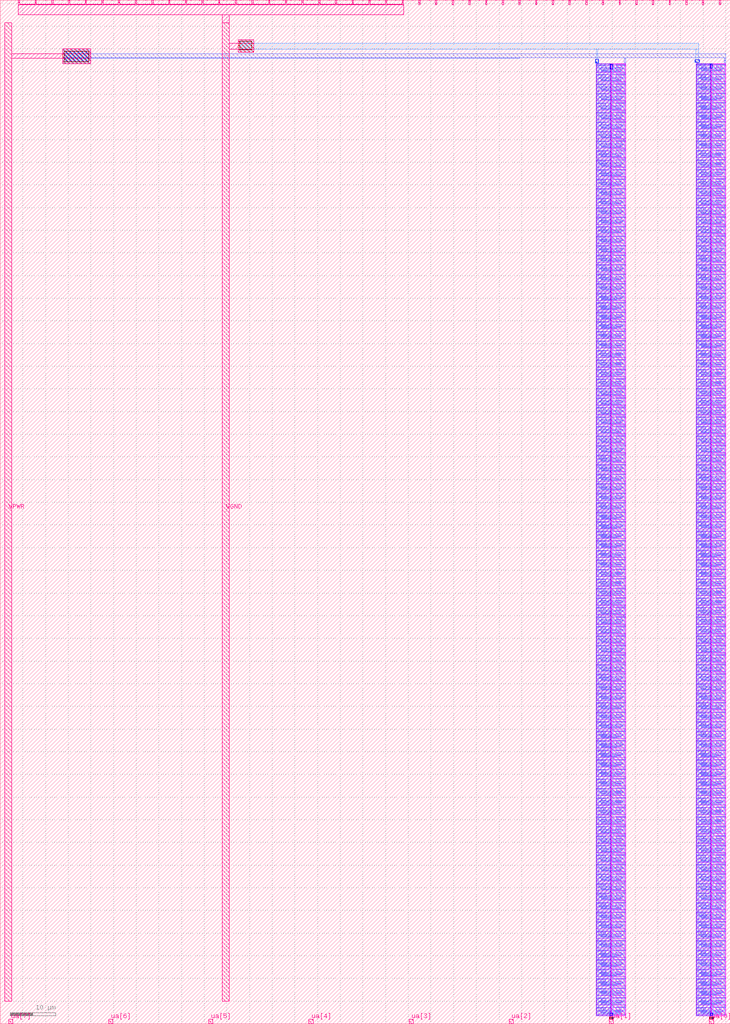
<source format=lef>
VERSION 5.7 ;
  NOWIREEXTENSIONATPIN ON ;
  DIVIDERCHAR "/" ;
  BUSBITCHARS "[]" ;
MACRO tt_um_devin
  CLASS BLOCK ;
  FOREIGN tt_um_devin ;
  ORIGIN 0.000 0.000 ;
  SIZE 161.000 BY 225.760 ;
  PIN clk
    DIRECTION INPUT ;
    USE SIGNAL ;
    PORT
      LAYER met4 ;
        RECT 154.870 224.760 155.170 225.760 ;
    END
  END clk
  PIN ena
    DIRECTION INPUT ;
    USE SIGNAL ;
    PORT
      LAYER met4 ;
        RECT 158.550 224.760 158.850 225.760 ;
    END
  END ena
  PIN rst_n
    DIRECTION INPUT ;
    USE SIGNAL ;
    PORT
      LAYER met4 ;
        RECT 151.190 224.760 151.490 225.760 ;
    END
  END rst_n
  PIN ua[0]
    DIRECTION INOUT ;
    USE SIGNAL ;
    ANTENNAGATEAREA 0.300000 ;
    ANTENNADIFFAREA 0.580000 ;
    PORT
      LAYER met4 ;
        RECT 156.410 0.000 157.310 1.000 ;
    END
  END ua[0]
  PIN ua[1]
    DIRECTION INOUT ;
    USE SIGNAL ;
    ANTENNAGATEAREA 0.300000 ;
    ANTENNADIFFAREA 0.580000 ;
    PORT
      LAYER met4 ;
        RECT 134.330 0.000 135.230 1.000 ;
    END
  END ua[1]
  PIN ua[2]
    DIRECTION INOUT ;
    USE SIGNAL ;
    PORT
      LAYER met4 ;
        RECT 112.250 0.000 113.150 1.000 ;
    END
  END ua[2]
  PIN ua[3]
    DIRECTION INOUT ;
    USE SIGNAL ;
    PORT
      LAYER met4 ;
        RECT 90.170 0.000 91.070 1.000 ;
    END
  END ua[3]
  PIN ua[4]
    DIRECTION INOUT ;
    USE SIGNAL ;
    PORT
      LAYER met4 ;
        RECT 68.090 0.000 68.990 1.000 ;
    END
  END ua[4]
  PIN ua[5]
    DIRECTION INOUT ;
    USE SIGNAL ;
    PORT
      LAYER met4 ;
        RECT 46.010 0.000 46.910 1.000 ;
    END
  END ua[5]
  PIN ua[6]
    DIRECTION INOUT ;
    USE SIGNAL ;
    PORT
      LAYER met4 ;
        RECT 23.930 0.000 24.830 1.000 ;
    END
  END ua[6]
  PIN ua[7]
    DIRECTION INOUT ;
    USE SIGNAL ;
    PORT
      LAYER met4 ;
        RECT 1.850 0.000 2.750 1.000 ;
    END
  END ua[7]
  PIN ui_in[0]
    DIRECTION INPUT ;
    USE SIGNAL ;
    PORT
      LAYER met4 ;
        RECT 147.510 224.760 147.810 225.760 ;
    END
  END ui_in[0]
  PIN ui_in[1]
    DIRECTION INPUT ;
    USE SIGNAL ;
    PORT
      LAYER met4 ;
        RECT 143.830 224.760 144.130 225.760 ;
    END
  END ui_in[1]
  PIN ui_in[2]
    DIRECTION INPUT ;
    USE SIGNAL ;
    PORT
      LAYER met4 ;
        RECT 140.150 224.760 140.450 225.760 ;
    END
  END ui_in[2]
  PIN ui_in[3]
    DIRECTION INPUT ;
    USE SIGNAL ;
    PORT
      LAYER met4 ;
        RECT 136.470 224.760 136.770 225.760 ;
    END
  END ui_in[3]
  PIN ui_in[4]
    DIRECTION INPUT ;
    USE SIGNAL ;
    PORT
      LAYER met4 ;
        RECT 132.790 224.760 133.090 225.760 ;
    END
  END ui_in[4]
  PIN ui_in[5]
    DIRECTION INPUT ;
    USE SIGNAL ;
    PORT
      LAYER met4 ;
        RECT 129.110 224.760 129.410 225.760 ;
    END
  END ui_in[5]
  PIN ui_in[6]
    DIRECTION INPUT ;
    USE SIGNAL ;
    PORT
      LAYER met4 ;
        RECT 125.430 224.760 125.730 225.760 ;
    END
  END ui_in[6]
  PIN ui_in[7]
    DIRECTION INPUT ;
    USE SIGNAL ;
    PORT
      LAYER met4 ;
        RECT 121.750 224.760 122.050 225.760 ;
    END
  END ui_in[7]
  PIN uio_in[0]
    DIRECTION INPUT ;
    USE SIGNAL ;
    PORT
      LAYER met4 ;
        RECT 118.070 224.760 118.370 225.760 ;
    END
  END uio_in[0]
  PIN uio_in[1]
    DIRECTION INPUT ;
    USE SIGNAL ;
    PORT
      LAYER met4 ;
        RECT 114.390 224.760 114.690 225.760 ;
    END
  END uio_in[1]
  PIN uio_in[2]
    DIRECTION INPUT ;
    USE SIGNAL ;
    PORT
      LAYER met4 ;
        RECT 110.710 224.760 111.010 225.760 ;
    END
  END uio_in[2]
  PIN uio_in[3]
    DIRECTION INPUT ;
    USE SIGNAL ;
    PORT
      LAYER met4 ;
        RECT 107.030 224.760 107.330 225.760 ;
    END
  END uio_in[3]
  PIN uio_in[4]
    DIRECTION INPUT ;
    USE SIGNAL ;
    PORT
      LAYER met4 ;
        RECT 103.350 224.760 103.650 225.760 ;
    END
  END uio_in[4]
  PIN uio_in[5]
    DIRECTION INPUT ;
    USE SIGNAL ;
    PORT
      LAYER met4 ;
        RECT 99.670 224.760 99.970 225.760 ;
    END
  END uio_in[5]
  PIN uio_in[6]
    DIRECTION INPUT ;
    USE SIGNAL ;
    PORT
      LAYER met4 ;
        RECT 95.990 224.760 96.290 225.760 ;
    END
  END uio_in[6]
  PIN uio_in[7]
    DIRECTION INPUT ;
    USE SIGNAL ;
    PORT
      LAYER met4 ;
        RECT 92.310 224.760 92.610 225.760 ;
    END
  END uio_in[7]
  PIN uio_oe[0]
    DIRECTION OUTPUT ;
    USE SIGNAL ;
    ANTENNADIFFAREA 340.199982 ;
    PORT
      LAYER met4 ;
        RECT 29.750 224.760 30.050 225.760 ;
    END
  END uio_oe[0]
  PIN uio_oe[1]
    DIRECTION OUTPUT ;
    USE SIGNAL ;
    ANTENNADIFFAREA 340.199982 ;
    PORT
      LAYER met4 ;
        RECT 26.070 224.760 26.370 225.760 ;
    END
  END uio_oe[1]
  PIN uio_oe[2]
    DIRECTION OUTPUT ;
    USE SIGNAL ;
    ANTENNADIFFAREA 340.199982 ;
    PORT
      LAYER met4 ;
        RECT 22.390 224.760 22.690 225.760 ;
    END
  END uio_oe[2]
  PIN uio_oe[3]
    DIRECTION OUTPUT ;
    USE SIGNAL ;
    ANTENNADIFFAREA 340.199982 ;
    PORT
      LAYER met4 ;
        RECT 18.710 224.760 19.010 225.760 ;
    END
  END uio_oe[3]
  PIN uio_oe[4]
    DIRECTION OUTPUT ;
    USE SIGNAL ;
    ANTENNADIFFAREA 340.199982 ;
    PORT
      LAYER met4 ;
        RECT 15.030 224.760 15.330 225.760 ;
    END
  END uio_oe[4]
  PIN uio_oe[5]
    DIRECTION OUTPUT ;
    USE SIGNAL ;
    ANTENNADIFFAREA 340.199982 ;
    PORT
      LAYER met4 ;
        RECT 11.350 224.760 11.650 225.760 ;
    END
  END uio_oe[5]
  PIN uio_oe[6]
    DIRECTION OUTPUT ;
    USE SIGNAL ;
    ANTENNADIFFAREA 340.199982 ;
    PORT
      LAYER met4 ;
        RECT 7.670 224.760 7.970 225.760 ;
    END
  END uio_oe[6]
  PIN uio_oe[7]
    DIRECTION OUTPUT ;
    USE SIGNAL ;
    ANTENNADIFFAREA 340.199982 ;
    PORT
      LAYER met4 ;
        RECT 3.990 224.760 4.290 225.760 ;
    END
  END uio_oe[7]
  PIN uio_out[0]
    DIRECTION OUTPUT ;
    USE SIGNAL ;
    ANTENNADIFFAREA 340.199982 ;
    PORT
      LAYER met4 ;
        RECT 59.190 224.760 59.490 225.760 ;
    END
  END uio_out[0]
  PIN uio_out[1]
    DIRECTION OUTPUT ;
    USE SIGNAL ;
    ANTENNADIFFAREA 340.199982 ;
    PORT
      LAYER met4 ;
        RECT 55.510 224.760 55.810 225.760 ;
    END
  END uio_out[1]
  PIN uio_out[2]
    DIRECTION OUTPUT ;
    USE SIGNAL ;
    ANTENNADIFFAREA 340.199982 ;
    PORT
      LAYER met4 ;
        RECT 51.830 224.760 52.130 225.760 ;
    END
  END uio_out[2]
  PIN uio_out[3]
    DIRECTION OUTPUT ;
    USE SIGNAL ;
    ANTENNADIFFAREA 340.199982 ;
    PORT
      LAYER met4 ;
        RECT 48.150 224.760 48.450 225.760 ;
    END
  END uio_out[3]
  PIN uio_out[4]
    DIRECTION OUTPUT ;
    USE SIGNAL ;
    ANTENNADIFFAREA 340.199982 ;
    PORT
      LAYER met4 ;
        RECT 44.470 224.760 44.770 225.760 ;
    END
  END uio_out[4]
  PIN uio_out[5]
    DIRECTION OUTPUT ;
    USE SIGNAL ;
    ANTENNADIFFAREA 340.199982 ;
    PORT
      LAYER met4 ;
        RECT 40.790 224.760 41.090 225.760 ;
    END
  END uio_out[5]
  PIN uio_out[6]
    DIRECTION OUTPUT ;
    USE SIGNAL ;
    ANTENNADIFFAREA 340.199982 ;
    PORT
      LAYER met4 ;
        RECT 37.110 224.760 37.410 225.760 ;
    END
  END uio_out[6]
  PIN uio_out[7]
    DIRECTION OUTPUT ;
    USE SIGNAL ;
    ANTENNADIFFAREA 340.199982 ;
    PORT
      LAYER met4 ;
        RECT 33.430 224.760 33.730 225.760 ;
    END
  END uio_out[7]
  PIN uo_out[0]
    DIRECTION OUTPUT ;
    USE SIGNAL ;
    ANTENNADIFFAREA 340.199982 ;
    PORT
      LAYER met4 ;
        RECT 88.630 224.760 88.930 225.760 ;
    END
  END uo_out[0]
  PIN uo_out[1]
    DIRECTION OUTPUT ;
    USE SIGNAL ;
    ANTENNADIFFAREA 340.199982 ;
    PORT
      LAYER met4 ;
        RECT 84.950 224.760 85.250 225.760 ;
    END
  END uo_out[1]
  PIN uo_out[2]
    DIRECTION OUTPUT ;
    USE SIGNAL ;
    ANTENNADIFFAREA 340.199982 ;
    PORT
      LAYER met4 ;
        RECT 81.270 224.760 81.570 225.760 ;
    END
  END uo_out[2]
  PIN uo_out[3]
    DIRECTION OUTPUT ;
    USE SIGNAL ;
    ANTENNADIFFAREA 340.199982 ;
    PORT
      LAYER met4 ;
        RECT 77.590 224.760 77.890 225.760 ;
    END
  END uo_out[3]
  PIN uo_out[4]
    DIRECTION OUTPUT ;
    USE SIGNAL ;
    ANTENNADIFFAREA 340.199982 ;
    PORT
      LAYER met4 ;
        RECT 73.910 224.760 74.210 225.760 ;
    END
  END uo_out[4]
  PIN uo_out[5]
    DIRECTION OUTPUT ;
    USE SIGNAL ;
    ANTENNADIFFAREA 340.199982 ;
    PORT
      LAYER met4 ;
        RECT 70.230 224.760 70.530 225.760 ;
    END
  END uo_out[5]
  PIN uo_out[6]
    DIRECTION OUTPUT ;
    USE SIGNAL ;
    ANTENNADIFFAREA 340.199982 ;
    PORT
      LAYER met4 ;
        RECT 66.550 224.760 66.850 225.760 ;
    END
  END uo_out[6]
  PIN uo_out[7]
    DIRECTION OUTPUT ;
    USE SIGNAL ;
    ANTENNADIFFAREA 340.199982 ;
    PORT
      LAYER met4 ;
        RECT 62.870 224.760 63.170 225.760 ;
    END
  END uo_out[7]
  PIN VPWR
    DIRECTION INOUT ;
    USE POWER ;
    PORT
      LAYER met4 ;
        RECT 1.000 5.000 2.500 220.760 ;
    END
  END VPWR
  PIN VGND
    DIRECTION INOUT ;
    USE GROUND ;
    PORT
      LAYER met4 ;
        RECT 49.000 5.000 50.500 220.760 ;
    END
  END VGND
  OBS
      LAYER pwell ;
        RECT 131.500 1.750 134.600 211.700 ;
      LAYER nwell ;
        RECT 134.800 1.760 137.990 211.710 ;
      LAYER pwell ;
        RECT 153.550 1.760 156.650 211.770 ;
      LAYER nwell ;
        RECT 156.850 1.770 160.040 211.780 ;
      LAYER li1 ;
        RECT 131.680 211.450 134.420 211.520 ;
        RECT 131.550 211.350 134.420 211.450 ;
        RECT 131.550 209.940 131.850 211.350 ;
        RECT 132.190 210.480 132.360 210.810 ;
        RECT 132.530 210.780 133.570 210.950 ;
        RECT 132.530 210.340 133.570 210.510 ;
        RECT 133.740 210.480 133.910 210.810 ;
        RECT 134.250 209.940 134.420 211.350 ;
        RECT 131.550 209.800 134.420 209.940 ;
        RECT 131.680 209.770 134.420 209.800 ;
        RECT 134.980 211.480 137.810 211.530 ;
        RECT 153.730 211.520 156.470 211.590 ;
        RECT 134.980 211.360 137.930 211.480 ;
        RECT 134.980 209.950 135.150 211.360 ;
        RECT 135.490 210.490 135.660 210.820 ;
        RECT 135.875 210.790 136.915 210.960 ;
        RECT 135.875 210.350 136.915 210.520 ;
        RECT 137.130 210.490 137.300 210.820 ;
        RECT 137.640 209.950 137.930 211.360 ;
        RECT 134.980 209.830 137.930 209.950 ;
        RECT 153.600 211.420 156.470 211.520 ;
        RECT 153.600 210.010 153.900 211.420 ;
        RECT 154.240 210.550 154.410 210.880 ;
        RECT 154.580 210.850 155.620 211.020 ;
        RECT 154.580 210.410 155.620 210.580 ;
        RECT 155.790 210.550 155.960 210.880 ;
        RECT 156.300 210.010 156.470 211.420 ;
        RECT 153.600 209.870 156.470 210.010 ;
        RECT 153.730 209.840 156.470 209.870 ;
        RECT 157.030 211.550 159.860 211.600 ;
        RECT 157.030 211.430 159.980 211.550 ;
        RECT 157.030 210.020 157.200 211.430 ;
        RECT 157.540 210.560 157.710 210.890 ;
        RECT 157.925 210.860 158.965 211.030 ;
        RECT 157.925 210.420 158.965 210.590 ;
        RECT 159.180 210.560 159.350 210.890 ;
        RECT 159.690 210.020 159.980 211.430 ;
        RECT 157.030 209.900 159.980 210.020 ;
        RECT 157.030 209.850 159.860 209.900 ;
        RECT 134.980 209.780 137.810 209.830 ;
        RECT 131.680 209.350 134.420 209.420 ;
        RECT 131.550 209.250 134.420 209.350 ;
        RECT 131.550 207.840 131.850 209.250 ;
        RECT 132.190 208.380 132.360 208.710 ;
        RECT 132.530 208.680 133.570 208.850 ;
        RECT 132.530 208.240 133.570 208.410 ;
        RECT 133.740 208.380 133.910 208.710 ;
        RECT 134.250 207.840 134.420 209.250 ;
        RECT 131.550 207.700 134.420 207.840 ;
        RECT 131.680 207.670 134.420 207.700 ;
        RECT 134.980 209.380 137.810 209.430 ;
        RECT 153.730 209.420 156.470 209.490 ;
        RECT 134.980 209.260 137.930 209.380 ;
        RECT 134.980 207.850 135.150 209.260 ;
        RECT 135.490 208.390 135.660 208.720 ;
        RECT 135.875 208.690 136.915 208.860 ;
        RECT 135.875 208.250 136.915 208.420 ;
        RECT 137.130 208.390 137.300 208.720 ;
        RECT 137.640 207.850 137.930 209.260 ;
        RECT 134.980 207.730 137.930 207.850 ;
        RECT 153.600 209.320 156.470 209.420 ;
        RECT 153.600 207.910 153.900 209.320 ;
        RECT 154.240 208.450 154.410 208.780 ;
        RECT 154.580 208.750 155.620 208.920 ;
        RECT 154.580 208.310 155.620 208.480 ;
        RECT 155.790 208.450 155.960 208.780 ;
        RECT 156.300 207.910 156.470 209.320 ;
        RECT 153.600 207.770 156.470 207.910 ;
        RECT 153.730 207.740 156.470 207.770 ;
        RECT 157.030 209.450 159.860 209.500 ;
        RECT 157.030 209.330 159.980 209.450 ;
        RECT 157.030 207.920 157.200 209.330 ;
        RECT 157.540 208.460 157.710 208.790 ;
        RECT 157.925 208.760 158.965 208.930 ;
        RECT 157.925 208.320 158.965 208.490 ;
        RECT 159.180 208.460 159.350 208.790 ;
        RECT 159.690 207.920 159.980 209.330 ;
        RECT 157.030 207.800 159.980 207.920 ;
        RECT 157.030 207.750 159.860 207.800 ;
        RECT 134.980 207.680 137.810 207.730 ;
        RECT 131.680 207.250 134.420 207.320 ;
        RECT 131.550 207.150 134.420 207.250 ;
        RECT 131.550 205.740 131.850 207.150 ;
        RECT 132.190 206.280 132.360 206.610 ;
        RECT 132.530 206.580 133.570 206.750 ;
        RECT 132.530 206.140 133.570 206.310 ;
        RECT 133.740 206.280 133.910 206.610 ;
        RECT 134.250 205.740 134.420 207.150 ;
        RECT 131.550 205.600 134.420 205.740 ;
        RECT 131.680 205.570 134.420 205.600 ;
        RECT 134.980 207.280 137.810 207.330 ;
        RECT 153.730 207.320 156.470 207.390 ;
        RECT 134.980 207.160 137.930 207.280 ;
        RECT 134.980 205.750 135.150 207.160 ;
        RECT 135.490 206.290 135.660 206.620 ;
        RECT 135.875 206.590 136.915 206.760 ;
        RECT 135.875 206.150 136.915 206.320 ;
        RECT 137.130 206.290 137.300 206.620 ;
        RECT 137.640 205.750 137.930 207.160 ;
        RECT 134.980 205.630 137.930 205.750 ;
        RECT 153.600 207.220 156.470 207.320 ;
        RECT 153.600 205.810 153.900 207.220 ;
        RECT 154.240 206.350 154.410 206.680 ;
        RECT 154.580 206.650 155.620 206.820 ;
        RECT 154.580 206.210 155.620 206.380 ;
        RECT 155.790 206.350 155.960 206.680 ;
        RECT 156.300 205.810 156.470 207.220 ;
        RECT 153.600 205.670 156.470 205.810 ;
        RECT 153.730 205.640 156.470 205.670 ;
        RECT 157.030 207.350 159.860 207.400 ;
        RECT 157.030 207.230 159.980 207.350 ;
        RECT 157.030 205.820 157.200 207.230 ;
        RECT 157.540 206.360 157.710 206.690 ;
        RECT 157.925 206.660 158.965 206.830 ;
        RECT 157.925 206.220 158.965 206.390 ;
        RECT 159.180 206.360 159.350 206.690 ;
        RECT 159.690 205.820 159.980 207.230 ;
        RECT 157.030 205.700 159.980 205.820 ;
        RECT 157.030 205.650 159.860 205.700 ;
        RECT 134.980 205.580 137.810 205.630 ;
        RECT 131.680 205.150 134.420 205.220 ;
        RECT 131.550 205.050 134.420 205.150 ;
        RECT 131.550 203.640 131.850 205.050 ;
        RECT 132.190 204.180 132.360 204.510 ;
        RECT 132.530 204.480 133.570 204.650 ;
        RECT 132.530 204.040 133.570 204.210 ;
        RECT 133.740 204.180 133.910 204.510 ;
        RECT 134.250 203.640 134.420 205.050 ;
        RECT 131.550 203.500 134.420 203.640 ;
        RECT 131.680 203.470 134.420 203.500 ;
        RECT 134.980 205.180 137.810 205.230 ;
        RECT 153.730 205.220 156.470 205.290 ;
        RECT 134.980 205.060 137.930 205.180 ;
        RECT 134.980 203.650 135.150 205.060 ;
        RECT 135.490 204.190 135.660 204.520 ;
        RECT 135.875 204.490 136.915 204.660 ;
        RECT 135.875 204.050 136.915 204.220 ;
        RECT 137.130 204.190 137.300 204.520 ;
        RECT 137.640 203.650 137.930 205.060 ;
        RECT 134.980 203.530 137.930 203.650 ;
        RECT 153.600 205.120 156.470 205.220 ;
        RECT 153.600 203.710 153.900 205.120 ;
        RECT 154.240 204.250 154.410 204.580 ;
        RECT 154.580 204.550 155.620 204.720 ;
        RECT 154.580 204.110 155.620 204.280 ;
        RECT 155.790 204.250 155.960 204.580 ;
        RECT 156.300 203.710 156.470 205.120 ;
        RECT 153.600 203.570 156.470 203.710 ;
        RECT 153.730 203.540 156.470 203.570 ;
        RECT 157.030 205.250 159.860 205.300 ;
        RECT 157.030 205.130 159.980 205.250 ;
        RECT 157.030 203.720 157.200 205.130 ;
        RECT 157.540 204.260 157.710 204.590 ;
        RECT 157.925 204.560 158.965 204.730 ;
        RECT 157.925 204.120 158.965 204.290 ;
        RECT 159.180 204.260 159.350 204.590 ;
        RECT 159.690 203.720 159.980 205.130 ;
        RECT 157.030 203.600 159.980 203.720 ;
        RECT 157.030 203.550 159.860 203.600 ;
        RECT 134.980 203.480 137.810 203.530 ;
        RECT 131.680 203.060 134.420 203.130 ;
        RECT 131.550 202.960 134.420 203.060 ;
        RECT 131.550 201.550 131.850 202.960 ;
        RECT 132.190 202.090 132.360 202.420 ;
        RECT 132.530 202.390 133.570 202.560 ;
        RECT 132.530 201.950 133.570 202.120 ;
        RECT 133.740 202.090 133.910 202.420 ;
        RECT 134.250 201.550 134.420 202.960 ;
        RECT 131.550 201.410 134.420 201.550 ;
        RECT 131.680 201.380 134.420 201.410 ;
        RECT 134.980 203.090 137.810 203.140 ;
        RECT 153.730 203.120 156.470 203.190 ;
        RECT 134.980 202.970 137.930 203.090 ;
        RECT 134.980 201.560 135.150 202.970 ;
        RECT 135.490 202.100 135.660 202.430 ;
        RECT 135.875 202.400 136.915 202.570 ;
        RECT 135.875 201.960 136.915 202.130 ;
        RECT 137.130 202.100 137.300 202.430 ;
        RECT 137.640 201.560 137.930 202.970 ;
        RECT 134.980 201.440 137.930 201.560 ;
        RECT 153.600 203.020 156.470 203.120 ;
        RECT 153.600 201.610 153.900 203.020 ;
        RECT 154.240 202.150 154.410 202.480 ;
        RECT 154.580 202.450 155.620 202.620 ;
        RECT 154.580 202.010 155.620 202.180 ;
        RECT 155.790 202.150 155.960 202.480 ;
        RECT 156.300 201.610 156.470 203.020 ;
        RECT 153.600 201.470 156.470 201.610 ;
        RECT 153.730 201.440 156.470 201.470 ;
        RECT 157.030 203.150 159.860 203.200 ;
        RECT 157.030 203.030 159.980 203.150 ;
        RECT 157.030 201.620 157.200 203.030 ;
        RECT 157.540 202.160 157.710 202.490 ;
        RECT 157.925 202.460 158.965 202.630 ;
        RECT 157.925 202.020 158.965 202.190 ;
        RECT 159.180 202.160 159.350 202.490 ;
        RECT 159.690 201.620 159.980 203.030 ;
        RECT 157.030 201.500 159.980 201.620 ;
        RECT 157.030 201.450 159.860 201.500 ;
        RECT 134.980 201.390 137.810 201.440 ;
        RECT 131.680 200.960 134.420 201.030 ;
        RECT 131.550 200.860 134.420 200.960 ;
        RECT 131.550 199.450 131.850 200.860 ;
        RECT 132.190 199.990 132.360 200.320 ;
        RECT 132.530 200.290 133.570 200.460 ;
        RECT 132.530 199.850 133.570 200.020 ;
        RECT 133.740 199.990 133.910 200.320 ;
        RECT 134.250 199.450 134.420 200.860 ;
        RECT 131.550 199.310 134.420 199.450 ;
        RECT 131.680 199.280 134.420 199.310 ;
        RECT 134.980 200.990 137.810 201.040 ;
        RECT 153.730 201.020 156.470 201.090 ;
        RECT 134.980 200.870 137.930 200.990 ;
        RECT 134.980 199.460 135.150 200.870 ;
        RECT 135.490 200.000 135.660 200.330 ;
        RECT 135.875 200.300 136.915 200.470 ;
        RECT 135.875 199.860 136.915 200.030 ;
        RECT 137.130 200.000 137.300 200.330 ;
        RECT 137.640 199.460 137.930 200.870 ;
        RECT 134.980 199.340 137.930 199.460 ;
        RECT 153.600 200.920 156.470 201.020 ;
        RECT 153.600 199.510 153.900 200.920 ;
        RECT 154.240 200.050 154.410 200.380 ;
        RECT 154.580 200.350 155.620 200.520 ;
        RECT 154.580 199.910 155.620 200.080 ;
        RECT 155.790 200.050 155.960 200.380 ;
        RECT 156.300 199.510 156.470 200.920 ;
        RECT 153.600 199.370 156.470 199.510 ;
        RECT 153.730 199.340 156.470 199.370 ;
        RECT 157.030 201.050 159.860 201.100 ;
        RECT 157.030 200.930 159.980 201.050 ;
        RECT 157.030 199.520 157.200 200.930 ;
        RECT 157.540 200.060 157.710 200.390 ;
        RECT 157.925 200.360 158.965 200.530 ;
        RECT 157.925 199.920 158.965 200.090 ;
        RECT 159.180 200.060 159.350 200.390 ;
        RECT 159.690 199.520 159.980 200.930 ;
        RECT 157.030 199.400 159.980 199.520 ;
        RECT 157.030 199.350 159.860 199.400 ;
        RECT 134.980 199.290 137.810 199.340 ;
        RECT 131.680 198.870 134.420 198.940 ;
        RECT 131.550 198.770 134.420 198.870 ;
        RECT 131.550 197.360 131.850 198.770 ;
        RECT 132.190 197.900 132.360 198.230 ;
        RECT 132.530 198.200 133.570 198.370 ;
        RECT 132.530 197.760 133.570 197.930 ;
        RECT 133.740 197.900 133.910 198.230 ;
        RECT 134.250 197.360 134.420 198.770 ;
        RECT 131.550 197.220 134.420 197.360 ;
        RECT 131.680 197.190 134.420 197.220 ;
        RECT 134.980 198.900 137.810 198.950 ;
        RECT 153.730 198.920 156.470 198.990 ;
        RECT 134.980 198.780 137.930 198.900 ;
        RECT 134.980 197.370 135.150 198.780 ;
        RECT 135.490 197.910 135.660 198.240 ;
        RECT 135.875 198.210 136.915 198.380 ;
        RECT 135.875 197.770 136.915 197.940 ;
        RECT 137.130 197.910 137.300 198.240 ;
        RECT 137.640 197.370 137.930 198.780 ;
        RECT 134.980 197.250 137.930 197.370 ;
        RECT 153.600 198.820 156.470 198.920 ;
        RECT 153.600 197.410 153.900 198.820 ;
        RECT 154.240 197.950 154.410 198.280 ;
        RECT 154.580 198.250 155.620 198.420 ;
        RECT 154.580 197.810 155.620 197.980 ;
        RECT 155.790 197.950 155.960 198.280 ;
        RECT 156.300 197.410 156.470 198.820 ;
        RECT 153.600 197.270 156.470 197.410 ;
        RECT 134.980 197.200 137.810 197.250 ;
        RECT 153.730 197.240 156.470 197.270 ;
        RECT 157.030 198.950 159.860 199.000 ;
        RECT 157.030 198.830 159.980 198.950 ;
        RECT 157.030 197.420 157.200 198.830 ;
        RECT 157.540 197.960 157.710 198.290 ;
        RECT 157.925 198.260 158.965 198.430 ;
        RECT 157.925 197.820 158.965 197.990 ;
        RECT 159.180 197.960 159.350 198.290 ;
        RECT 159.690 197.420 159.980 198.830 ;
        RECT 157.030 197.300 159.980 197.420 ;
        RECT 157.030 197.250 159.860 197.300 ;
        RECT 131.680 196.770 134.420 196.840 ;
        RECT 131.550 196.670 134.420 196.770 ;
        RECT 131.550 195.260 131.850 196.670 ;
        RECT 132.190 195.800 132.360 196.130 ;
        RECT 132.530 196.100 133.570 196.270 ;
        RECT 132.530 195.660 133.570 195.830 ;
        RECT 133.740 195.800 133.910 196.130 ;
        RECT 134.250 195.260 134.420 196.670 ;
        RECT 131.550 195.120 134.420 195.260 ;
        RECT 131.680 195.090 134.420 195.120 ;
        RECT 134.980 196.800 137.810 196.850 ;
        RECT 153.730 196.820 156.470 196.890 ;
        RECT 134.980 196.680 137.930 196.800 ;
        RECT 134.980 195.270 135.150 196.680 ;
        RECT 135.490 195.810 135.660 196.140 ;
        RECT 135.875 196.110 136.915 196.280 ;
        RECT 135.875 195.670 136.915 195.840 ;
        RECT 137.130 195.810 137.300 196.140 ;
        RECT 137.640 195.270 137.930 196.680 ;
        RECT 134.980 195.150 137.930 195.270 ;
        RECT 153.600 196.720 156.470 196.820 ;
        RECT 153.600 195.310 153.900 196.720 ;
        RECT 154.240 195.850 154.410 196.180 ;
        RECT 154.580 196.150 155.620 196.320 ;
        RECT 154.580 195.710 155.620 195.880 ;
        RECT 155.790 195.850 155.960 196.180 ;
        RECT 156.300 195.310 156.470 196.720 ;
        RECT 153.600 195.170 156.470 195.310 ;
        RECT 134.980 195.100 137.810 195.150 ;
        RECT 153.730 195.140 156.470 195.170 ;
        RECT 157.030 196.850 159.860 196.900 ;
        RECT 157.030 196.730 159.980 196.850 ;
        RECT 157.030 195.320 157.200 196.730 ;
        RECT 157.540 195.860 157.710 196.190 ;
        RECT 157.925 196.160 158.965 196.330 ;
        RECT 157.925 195.720 158.965 195.890 ;
        RECT 159.180 195.860 159.350 196.190 ;
        RECT 159.690 195.320 159.980 196.730 ;
        RECT 157.030 195.200 159.980 195.320 ;
        RECT 157.030 195.150 159.860 195.200 ;
        RECT 131.680 194.670 134.420 194.740 ;
        RECT 131.550 194.570 134.420 194.670 ;
        RECT 131.550 193.160 131.850 194.570 ;
        RECT 132.190 193.700 132.360 194.030 ;
        RECT 132.530 194.000 133.570 194.170 ;
        RECT 132.530 193.560 133.570 193.730 ;
        RECT 133.740 193.700 133.910 194.030 ;
        RECT 134.250 193.160 134.420 194.570 ;
        RECT 131.550 193.020 134.420 193.160 ;
        RECT 131.680 192.990 134.420 193.020 ;
        RECT 134.980 194.700 137.810 194.750 ;
        RECT 153.730 194.720 156.470 194.790 ;
        RECT 134.980 194.580 137.930 194.700 ;
        RECT 134.980 193.170 135.150 194.580 ;
        RECT 135.490 193.710 135.660 194.040 ;
        RECT 135.875 194.010 136.915 194.180 ;
        RECT 135.875 193.570 136.915 193.740 ;
        RECT 137.130 193.710 137.300 194.040 ;
        RECT 137.640 193.170 137.930 194.580 ;
        RECT 134.980 193.050 137.930 193.170 ;
        RECT 153.600 194.620 156.470 194.720 ;
        RECT 153.600 193.210 153.900 194.620 ;
        RECT 154.240 193.750 154.410 194.080 ;
        RECT 154.580 194.050 155.620 194.220 ;
        RECT 154.580 193.610 155.620 193.780 ;
        RECT 155.790 193.750 155.960 194.080 ;
        RECT 156.300 193.210 156.470 194.620 ;
        RECT 153.600 193.070 156.470 193.210 ;
        RECT 134.980 193.000 137.810 193.050 ;
        RECT 153.730 193.040 156.470 193.070 ;
        RECT 157.030 194.750 159.860 194.800 ;
        RECT 157.030 194.630 159.980 194.750 ;
        RECT 157.030 193.220 157.200 194.630 ;
        RECT 157.540 193.760 157.710 194.090 ;
        RECT 157.925 194.060 158.965 194.230 ;
        RECT 157.925 193.620 158.965 193.790 ;
        RECT 159.180 193.760 159.350 194.090 ;
        RECT 159.690 193.220 159.980 194.630 ;
        RECT 157.030 193.100 159.980 193.220 ;
        RECT 157.030 193.050 159.860 193.100 ;
        RECT 131.680 192.570 134.420 192.640 ;
        RECT 131.550 192.470 134.420 192.570 ;
        RECT 131.550 191.060 131.850 192.470 ;
        RECT 132.190 191.600 132.360 191.930 ;
        RECT 132.530 191.900 133.570 192.070 ;
        RECT 132.530 191.460 133.570 191.630 ;
        RECT 133.740 191.600 133.910 191.930 ;
        RECT 134.250 191.060 134.420 192.470 ;
        RECT 131.550 190.920 134.420 191.060 ;
        RECT 131.680 190.890 134.420 190.920 ;
        RECT 134.980 192.600 137.810 192.650 ;
        RECT 153.730 192.620 156.470 192.690 ;
        RECT 134.980 192.480 137.930 192.600 ;
        RECT 134.980 191.070 135.150 192.480 ;
        RECT 135.490 191.610 135.660 191.940 ;
        RECT 135.875 191.910 136.915 192.080 ;
        RECT 135.875 191.470 136.915 191.640 ;
        RECT 137.130 191.610 137.300 191.940 ;
        RECT 137.640 191.070 137.930 192.480 ;
        RECT 134.980 190.950 137.930 191.070 ;
        RECT 153.600 192.520 156.470 192.620 ;
        RECT 153.600 191.110 153.900 192.520 ;
        RECT 154.240 191.650 154.410 191.980 ;
        RECT 154.580 191.950 155.620 192.120 ;
        RECT 154.580 191.510 155.620 191.680 ;
        RECT 155.790 191.650 155.960 191.980 ;
        RECT 156.300 191.110 156.470 192.520 ;
        RECT 153.600 190.970 156.470 191.110 ;
        RECT 134.980 190.900 137.810 190.950 ;
        RECT 153.730 190.940 156.470 190.970 ;
        RECT 157.030 192.650 159.860 192.700 ;
        RECT 157.030 192.530 159.980 192.650 ;
        RECT 157.030 191.120 157.200 192.530 ;
        RECT 157.540 191.660 157.710 191.990 ;
        RECT 157.925 191.960 158.965 192.130 ;
        RECT 157.925 191.520 158.965 191.690 ;
        RECT 159.180 191.660 159.350 191.990 ;
        RECT 159.690 191.120 159.980 192.530 ;
        RECT 157.030 191.000 159.980 191.120 ;
        RECT 157.030 190.950 159.860 191.000 ;
        RECT 131.680 190.470 134.420 190.540 ;
        RECT 131.550 190.370 134.420 190.470 ;
        RECT 131.550 188.960 131.850 190.370 ;
        RECT 132.190 189.500 132.360 189.830 ;
        RECT 132.530 189.800 133.570 189.970 ;
        RECT 132.530 189.360 133.570 189.530 ;
        RECT 133.740 189.500 133.910 189.830 ;
        RECT 134.250 188.960 134.420 190.370 ;
        RECT 131.550 188.820 134.420 188.960 ;
        RECT 131.680 188.790 134.420 188.820 ;
        RECT 134.980 190.500 137.810 190.550 ;
        RECT 153.730 190.520 156.470 190.590 ;
        RECT 134.980 190.380 137.930 190.500 ;
        RECT 134.980 188.970 135.150 190.380 ;
        RECT 135.490 189.510 135.660 189.840 ;
        RECT 135.875 189.810 136.915 189.980 ;
        RECT 135.875 189.370 136.915 189.540 ;
        RECT 137.130 189.510 137.300 189.840 ;
        RECT 137.640 188.970 137.930 190.380 ;
        RECT 134.980 188.850 137.930 188.970 ;
        RECT 153.600 190.420 156.470 190.520 ;
        RECT 153.600 189.010 153.900 190.420 ;
        RECT 154.240 189.550 154.410 189.880 ;
        RECT 154.580 189.850 155.620 190.020 ;
        RECT 154.580 189.410 155.620 189.580 ;
        RECT 155.790 189.550 155.960 189.880 ;
        RECT 156.300 189.010 156.470 190.420 ;
        RECT 153.600 188.870 156.470 189.010 ;
        RECT 134.980 188.800 137.810 188.850 ;
        RECT 153.730 188.840 156.470 188.870 ;
        RECT 157.030 190.550 159.860 190.600 ;
        RECT 157.030 190.430 159.980 190.550 ;
        RECT 157.030 189.020 157.200 190.430 ;
        RECT 157.540 189.560 157.710 189.890 ;
        RECT 157.925 189.860 158.965 190.030 ;
        RECT 157.925 189.420 158.965 189.590 ;
        RECT 159.180 189.560 159.350 189.890 ;
        RECT 159.690 189.020 159.980 190.430 ;
        RECT 157.030 188.900 159.980 189.020 ;
        RECT 157.030 188.850 159.860 188.900 ;
        RECT 131.680 188.370 134.420 188.440 ;
        RECT 131.550 188.270 134.420 188.370 ;
        RECT 131.550 186.860 131.850 188.270 ;
        RECT 132.190 187.400 132.360 187.730 ;
        RECT 132.530 187.700 133.570 187.870 ;
        RECT 132.530 187.260 133.570 187.430 ;
        RECT 133.740 187.400 133.910 187.730 ;
        RECT 134.250 186.860 134.420 188.270 ;
        RECT 131.550 186.720 134.420 186.860 ;
        RECT 131.680 186.690 134.420 186.720 ;
        RECT 134.980 188.400 137.810 188.450 ;
        RECT 153.730 188.420 156.470 188.490 ;
        RECT 134.980 188.280 137.930 188.400 ;
        RECT 134.980 186.870 135.150 188.280 ;
        RECT 135.490 187.410 135.660 187.740 ;
        RECT 135.875 187.710 136.915 187.880 ;
        RECT 135.875 187.270 136.915 187.440 ;
        RECT 137.130 187.410 137.300 187.740 ;
        RECT 137.640 186.870 137.930 188.280 ;
        RECT 134.980 186.750 137.930 186.870 ;
        RECT 153.600 188.320 156.470 188.420 ;
        RECT 153.600 186.910 153.900 188.320 ;
        RECT 154.240 187.450 154.410 187.780 ;
        RECT 154.580 187.750 155.620 187.920 ;
        RECT 154.580 187.310 155.620 187.480 ;
        RECT 155.790 187.450 155.960 187.780 ;
        RECT 156.300 186.910 156.470 188.320 ;
        RECT 153.600 186.770 156.470 186.910 ;
        RECT 134.980 186.700 137.810 186.750 ;
        RECT 153.730 186.740 156.470 186.770 ;
        RECT 157.030 188.450 159.860 188.500 ;
        RECT 157.030 188.330 159.980 188.450 ;
        RECT 157.030 186.920 157.200 188.330 ;
        RECT 157.540 187.460 157.710 187.790 ;
        RECT 157.925 187.760 158.965 187.930 ;
        RECT 157.925 187.320 158.965 187.490 ;
        RECT 159.180 187.460 159.350 187.790 ;
        RECT 159.690 186.920 159.980 188.330 ;
        RECT 157.030 186.800 159.980 186.920 ;
        RECT 157.030 186.750 159.860 186.800 ;
        RECT 131.680 186.270 134.420 186.340 ;
        RECT 131.550 186.170 134.420 186.270 ;
        RECT 131.550 184.760 131.850 186.170 ;
        RECT 132.190 185.300 132.360 185.630 ;
        RECT 132.530 185.600 133.570 185.770 ;
        RECT 132.530 185.160 133.570 185.330 ;
        RECT 133.740 185.300 133.910 185.630 ;
        RECT 134.250 184.760 134.420 186.170 ;
        RECT 131.550 184.620 134.420 184.760 ;
        RECT 131.680 184.590 134.420 184.620 ;
        RECT 134.980 186.300 137.810 186.350 ;
        RECT 153.730 186.320 156.470 186.390 ;
        RECT 134.980 186.180 137.930 186.300 ;
        RECT 134.980 184.770 135.150 186.180 ;
        RECT 135.490 185.310 135.660 185.640 ;
        RECT 135.875 185.610 136.915 185.780 ;
        RECT 135.875 185.170 136.915 185.340 ;
        RECT 137.130 185.310 137.300 185.640 ;
        RECT 137.640 184.770 137.930 186.180 ;
        RECT 134.980 184.650 137.930 184.770 ;
        RECT 153.600 186.220 156.470 186.320 ;
        RECT 153.600 184.810 153.900 186.220 ;
        RECT 154.240 185.350 154.410 185.680 ;
        RECT 154.580 185.650 155.620 185.820 ;
        RECT 154.580 185.210 155.620 185.380 ;
        RECT 155.790 185.350 155.960 185.680 ;
        RECT 156.300 184.810 156.470 186.220 ;
        RECT 153.600 184.670 156.470 184.810 ;
        RECT 134.980 184.600 137.810 184.650 ;
        RECT 153.730 184.640 156.470 184.670 ;
        RECT 157.030 186.350 159.860 186.400 ;
        RECT 157.030 186.230 159.980 186.350 ;
        RECT 157.030 184.820 157.200 186.230 ;
        RECT 157.540 185.360 157.710 185.690 ;
        RECT 157.925 185.660 158.965 185.830 ;
        RECT 157.925 185.220 158.965 185.390 ;
        RECT 159.180 185.360 159.350 185.690 ;
        RECT 159.690 184.820 159.980 186.230 ;
        RECT 157.030 184.700 159.980 184.820 ;
        RECT 157.030 184.650 159.860 184.700 ;
        RECT 131.680 184.170 134.420 184.240 ;
        RECT 131.550 184.070 134.420 184.170 ;
        RECT 131.550 182.660 131.850 184.070 ;
        RECT 132.190 183.200 132.360 183.530 ;
        RECT 132.530 183.500 133.570 183.670 ;
        RECT 132.530 183.060 133.570 183.230 ;
        RECT 133.740 183.200 133.910 183.530 ;
        RECT 134.250 182.660 134.420 184.070 ;
        RECT 131.550 182.520 134.420 182.660 ;
        RECT 131.680 182.490 134.420 182.520 ;
        RECT 134.980 184.200 137.810 184.250 ;
        RECT 153.730 184.220 156.470 184.290 ;
        RECT 134.980 184.080 137.930 184.200 ;
        RECT 134.980 182.670 135.150 184.080 ;
        RECT 135.490 183.210 135.660 183.540 ;
        RECT 135.875 183.510 136.915 183.680 ;
        RECT 135.875 183.070 136.915 183.240 ;
        RECT 137.130 183.210 137.300 183.540 ;
        RECT 137.640 182.670 137.930 184.080 ;
        RECT 134.980 182.550 137.930 182.670 ;
        RECT 153.600 184.120 156.470 184.220 ;
        RECT 153.600 182.710 153.900 184.120 ;
        RECT 154.240 183.250 154.410 183.580 ;
        RECT 154.580 183.550 155.620 183.720 ;
        RECT 154.580 183.110 155.620 183.280 ;
        RECT 155.790 183.250 155.960 183.580 ;
        RECT 156.300 182.710 156.470 184.120 ;
        RECT 153.600 182.570 156.470 182.710 ;
        RECT 134.980 182.500 137.810 182.550 ;
        RECT 153.730 182.540 156.470 182.570 ;
        RECT 157.030 184.250 159.860 184.300 ;
        RECT 157.030 184.130 159.980 184.250 ;
        RECT 157.030 182.720 157.200 184.130 ;
        RECT 157.540 183.260 157.710 183.590 ;
        RECT 157.925 183.560 158.965 183.730 ;
        RECT 157.925 183.120 158.965 183.290 ;
        RECT 159.180 183.260 159.350 183.590 ;
        RECT 159.690 182.720 159.980 184.130 ;
        RECT 157.030 182.600 159.980 182.720 ;
        RECT 157.030 182.550 159.860 182.600 ;
        RECT 131.680 182.070 134.420 182.140 ;
        RECT 131.550 181.970 134.420 182.070 ;
        RECT 131.550 180.560 131.850 181.970 ;
        RECT 132.190 181.100 132.360 181.430 ;
        RECT 132.530 181.400 133.570 181.570 ;
        RECT 132.530 180.960 133.570 181.130 ;
        RECT 133.740 181.100 133.910 181.430 ;
        RECT 134.250 180.560 134.420 181.970 ;
        RECT 131.550 180.420 134.420 180.560 ;
        RECT 131.680 180.390 134.420 180.420 ;
        RECT 134.980 182.100 137.810 182.150 ;
        RECT 153.730 182.120 156.470 182.190 ;
        RECT 134.980 181.980 137.930 182.100 ;
        RECT 134.980 180.570 135.150 181.980 ;
        RECT 135.490 181.110 135.660 181.440 ;
        RECT 135.875 181.410 136.915 181.580 ;
        RECT 135.875 180.970 136.915 181.140 ;
        RECT 137.130 181.110 137.300 181.440 ;
        RECT 137.640 180.570 137.930 181.980 ;
        RECT 134.980 180.450 137.930 180.570 ;
        RECT 153.600 182.020 156.470 182.120 ;
        RECT 153.600 180.610 153.900 182.020 ;
        RECT 154.240 181.150 154.410 181.480 ;
        RECT 154.580 181.450 155.620 181.620 ;
        RECT 154.580 181.010 155.620 181.180 ;
        RECT 155.790 181.150 155.960 181.480 ;
        RECT 156.300 180.610 156.470 182.020 ;
        RECT 153.600 180.470 156.470 180.610 ;
        RECT 134.980 180.400 137.810 180.450 ;
        RECT 153.730 180.440 156.470 180.470 ;
        RECT 157.030 182.150 159.860 182.200 ;
        RECT 157.030 182.030 159.980 182.150 ;
        RECT 157.030 180.620 157.200 182.030 ;
        RECT 157.540 181.160 157.710 181.490 ;
        RECT 157.925 181.460 158.965 181.630 ;
        RECT 157.925 181.020 158.965 181.190 ;
        RECT 159.180 181.160 159.350 181.490 ;
        RECT 159.690 180.620 159.980 182.030 ;
        RECT 157.030 180.500 159.980 180.620 ;
        RECT 157.030 180.450 159.860 180.500 ;
        RECT 131.680 179.980 134.420 180.050 ;
        RECT 131.550 179.880 134.420 179.980 ;
        RECT 131.550 178.470 131.850 179.880 ;
        RECT 132.190 179.010 132.360 179.340 ;
        RECT 132.530 179.310 133.570 179.480 ;
        RECT 132.530 178.870 133.570 179.040 ;
        RECT 133.740 179.010 133.910 179.340 ;
        RECT 134.250 178.470 134.420 179.880 ;
        RECT 131.550 178.330 134.420 178.470 ;
        RECT 131.680 178.300 134.420 178.330 ;
        RECT 134.980 180.010 137.810 180.060 ;
        RECT 153.730 180.020 156.470 180.090 ;
        RECT 134.980 179.890 137.930 180.010 ;
        RECT 134.980 178.480 135.150 179.890 ;
        RECT 135.490 179.020 135.660 179.350 ;
        RECT 135.875 179.320 136.915 179.490 ;
        RECT 135.875 178.880 136.915 179.050 ;
        RECT 137.130 179.020 137.300 179.350 ;
        RECT 137.640 178.480 137.930 179.890 ;
        RECT 134.980 178.360 137.930 178.480 ;
        RECT 153.600 179.920 156.470 180.020 ;
        RECT 153.600 178.510 153.900 179.920 ;
        RECT 154.240 179.050 154.410 179.380 ;
        RECT 154.580 179.350 155.620 179.520 ;
        RECT 154.580 178.910 155.620 179.080 ;
        RECT 155.790 179.050 155.960 179.380 ;
        RECT 156.300 178.510 156.470 179.920 ;
        RECT 153.600 178.370 156.470 178.510 ;
        RECT 134.980 178.310 137.810 178.360 ;
        RECT 153.730 178.340 156.470 178.370 ;
        RECT 157.030 180.050 159.860 180.100 ;
        RECT 157.030 179.930 159.980 180.050 ;
        RECT 157.030 178.520 157.200 179.930 ;
        RECT 157.540 179.060 157.710 179.390 ;
        RECT 157.925 179.360 158.965 179.530 ;
        RECT 157.925 178.920 158.965 179.090 ;
        RECT 159.180 179.060 159.350 179.390 ;
        RECT 159.690 178.520 159.980 179.930 ;
        RECT 157.030 178.400 159.980 178.520 ;
        RECT 157.030 178.350 159.860 178.400 ;
        RECT 131.680 177.890 134.420 177.960 ;
        RECT 131.550 177.790 134.420 177.890 ;
        RECT 131.550 176.380 131.850 177.790 ;
        RECT 132.190 176.920 132.360 177.250 ;
        RECT 132.530 177.220 133.570 177.390 ;
        RECT 132.530 176.780 133.570 176.950 ;
        RECT 133.740 176.920 133.910 177.250 ;
        RECT 134.250 176.380 134.420 177.790 ;
        RECT 131.550 176.240 134.420 176.380 ;
        RECT 131.680 176.210 134.420 176.240 ;
        RECT 134.980 177.920 137.810 177.970 ;
        RECT 153.730 177.920 156.470 177.990 ;
        RECT 134.980 177.800 137.930 177.920 ;
        RECT 134.980 176.390 135.150 177.800 ;
        RECT 135.490 176.930 135.660 177.260 ;
        RECT 135.875 177.230 136.915 177.400 ;
        RECT 135.875 176.790 136.915 176.960 ;
        RECT 137.130 176.930 137.300 177.260 ;
        RECT 137.640 176.390 137.930 177.800 ;
        RECT 134.980 176.270 137.930 176.390 ;
        RECT 153.600 177.820 156.470 177.920 ;
        RECT 153.600 176.410 153.900 177.820 ;
        RECT 154.240 176.950 154.410 177.280 ;
        RECT 154.580 177.250 155.620 177.420 ;
        RECT 154.580 176.810 155.620 176.980 ;
        RECT 155.790 176.950 155.960 177.280 ;
        RECT 156.300 176.410 156.470 177.820 ;
        RECT 153.600 176.270 156.470 176.410 ;
        RECT 134.980 176.220 137.810 176.270 ;
        RECT 153.730 176.240 156.470 176.270 ;
        RECT 157.030 177.950 159.860 178.000 ;
        RECT 157.030 177.830 159.980 177.950 ;
        RECT 157.030 176.420 157.200 177.830 ;
        RECT 157.540 176.960 157.710 177.290 ;
        RECT 157.925 177.260 158.965 177.430 ;
        RECT 157.925 176.820 158.965 176.990 ;
        RECT 159.180 176.960 159.350 177.290 ;
        RECT 159.690 176.420 159.980 177.830 ;
        RECT 157.030 176.300 159.980 176.420 ;
        RECT 157.030 176.250 159.860 176.300 ;
        RECT 131.680 175.790 134.420 175.860 ;
        RECT 131.550 175.690 134.420 175.790 ;
        RECT 131.550 174.280 131.850 175.690 ;
        RECT 132.190 174.820 132.360 175.150 ;
        RECT 132.530 175.120 133.570 175.290 ;
        RECT 132.530 174.680 133.570 174.850 ;
        RECT 133.740 174.820 133.910 175.150 ;
        RECT 134.250 174.280 134.420 175.690 ;
        RECT 131.550 174.140 134.420 174.280 ;
        RECT 131.680 174.110 134.420 174.140 ;
        RECT 134.980 175.820 137.810 175.870 ;
        RECT 153.730 175.820 156.470 175.890 ;
        RECT 134.980 175.700 137.930 175.820 ;
        RECT 134.980 174.290 135.150 175.700 ;
        RECT 135.490 174.830 135.660 175.160 ;
        RECT 135.875 175.130 136.915 175.300 ;
        RECT 135.875 174.690 136.915 174.860 ;
        RECT 137.130 174.830 137.300 175.160 ;
        RECT 137.640 174.290 137.930 175.700 ;
        RECT 134.980 174.170 137.930 174.290 ;
        RECT 153.600 175.720 156.470 175.820 ;
        RECT 153.600 174.310 153.900 175.720 ;
        RECT 154.240 174.850 154.410 175.180 ;
        RECT 154.580 175.150 155.620 175.320 ;
        RECT 154.580 174.710 155.620 174.880 ;
        RECT 155.790 174.850 155.960 175.180 ;
        RECT 156.300 174.310 156.470 175.720 ;
        RECT 153.600 174.170 156.470 174.310 ;
        RECT 134.980 174.120 137.810 174.170 ;
        RECT 153.730 174.140 156.470 174.170 ;
        RECT 157.030 175.850 159.860 175.900 ;
        RECT 157.030 175.730 159.980 175.850 ;
        RECT 157.030 174.320 157.200 175.730 ;
        RECT 157.540 174.860 157.710 175.190 ;
        RECT 157.925 175.160 158.965 175.330 ;
        RECT 157.925 174.720 158.965 174.890 ;
        RECT 159.180 174.860 159.350 175.190 ;
        RECT 159.690 174.320 159.980 175.730 ;
        RECT 157.030 174.200 159.980 174.320 ;
        RECT 157.030 174.150 159.860 174.200 ;
        RECT 131.680 173.700 134.420 173.770 ;
        RECT 131.550 173.600 134.420 173.700 ;
        RECT 131.550 172.190 131.850 173.600 ;
        RECT 132.190 172.730 132.360 173.060 ;
        RECT 132.530 173.030 133.570 173.200 ;
        RECT 132.530 172.590 133.570 172.760 ;
        RECT 133.740 172.730 133.910 173.060 ;
        RECT 134.250 172.190 134.420 173.600 ;
        RECT 131.550 172.050 134.420 172.190 ;
        RECT 131.680 172.020 134.420 172.050 ;
        RECT 134.980 173.730 137.810 173.780 ;
        RECT 134.980 173.610 137.930 173.730 ;
        RECT 153.730 173.720 156.470 173.790 ;
        RECT 134.980 172.200 135.150 173.610 ;
        RECT 135.490 172.740 135.660 173.070 ;
        RECT 135.875 173.040 136.915 173.210 ;
        RECT 135.875 172.600 136.915 172.770 ;
        RECT 137.130 172.740 137.300 173.070 ;
        RECT 137.640 172.200 137.930 173.610 ;
        RECT 134.980 172.080 137.930 172.200 ;
        RECT 153.600 173.620 156.470 173.720 ;
        RECT 153.600 172.210 153.900 173.620 ;
        RECT 154.240 172.750 154.410 173.080 ;
        RECT 154.580 173.050 155.620 173.220 ;
        RECT 154.580 172.610 155.620 172.780 ;
        RECT 155.790 172.750 155.960 173.080 ;
        RECT 156.300 172.210 156.470 173.620 ;
        RECT 134.980 172.030 137.810 172.080 ;
        RECT 153.600 172.070 156.470 172.210 ;
        RECT 153.730 172.040 156.470 172.070 ;
        RECT 157.030 173.750 159.860 173.800 ;
        RECT 157.030 173.630 159.980 173.750 ;
        RECT 157.030 172.220 157.200 173.630 ;
        RECT 157.540 172.760 157.710 173.090 ;
        RECT 157.925 173.060 158.965 173.230 ;
        RECT 157.925 172.620 158.965 172.790 ;
        RECT 159.180 172.760 159.350 173.090 ;
        RECT 159.690 172.220 159.980 173.630 ;
        RECT 157.030 172.100 159.980 172.220 ;
        RECT 157.030 172.050 159.860 172.100 ;
        RECT 131.680 171.610 134.420 171.680 ;
        RECT 131.550 171.510 134.420 171.610 ;
        RECT 131.550 170.100 131.850 171.510 ;
        RECT 132.190 170.640 132.360 170.970 ;
        RECT 132.530 170.940 133.570 171.110 ;
        RECT 132.530 170.500 133.570 170.670 ;
        RECT 133.740 170.640 133.910 170.970 ;
        RECT 134.250 170.100 134.420 171.510 ;
        RECT 131.550 169.960 134.420 170.100 ;
        RECT 131.680 169.930 134.420 169.960 ;
        RECT 134.980 171.640 137.810 171.690 ;
        RECT 134.980 171.520 137.930 171.640 ;
        RECT 153.730 171.620 156.470 171.690 ;
        RECT 134.980 170.110 135.150 171.520 ;
        RECT 135.490 170.650 135.660 170.980 ;
        RECT 135.875 170.950 136.915 171.120 ;
        RECT 135.875 170.510 136.915 170.680 ;
        RECT 137.130 170.650 137.300 170.980 ;
        RECT 137.640 170.110 137.930 171.520 ;
        RECT 134.980 169.990 137.930 170.110 ;
        RECT 153.600 171.520 156.470 171.620 ;
        RECT 153.600 170.110 153.900 171.520 ;
        RECT 154.240 170.650 154.410 170.980 ;
        RECT 154.580 170.950 155.620 171.120 ;
        RECT 154.580 170.510 155.620 170.680 ;
        RECT 155.790 170.650 155.960 170.980 ;
        RECT 156.300 170.110 156.470 171.520 ;
        RECT 134.980 169.940 137.810 169.990 ;
        RECT 153.600 169.970 156.470 170.110 ;
        RECT 153.730 169.940 156.470 169.970 ;
        RECT 157.030 171.650 159.860 171.700 ;
        RECT 157.030 171.530 159.980 171.650 ;
        RECT 157.030 170.120 157.200 171.530 ;
        RECT 157.540 170.660 157.710 170.990 ;
        RECT 157.925 170.960 158.965 171.130 ;
        RECT 157.925 170.520 158.965 170.690 ;
        RECT 159.180 170.660 159.350 170.990 ;
        RECT 159.690 170.120 159.980 171.530 ;
        RECT 157.030 170.000 159.980 170.120 ;
        RECT 157.030 169.950 159.860 170.000 ;
        RECT 131.680 169.510 134.420 169.580 ;
        RECT 131.550 169.410 134.420 169.510 ;
        RECT 131.550 168.000 131.850 169.410 ;
        RECT 132.190 168.540 132.360 168.870 ;
        RECT 132.530 168.840 133.570 169.010 ;
        RECT 132.530 168.400 133.570 168.570 ;
        RECT 133.740 168.540 133.910 168.870 ;
        RECT 134.250 168.000 134.420 169.410 ;
        RECT 131.550 167.860 134.420 168.000 ;
        RECT 131.680 167.830 134.420 167.860 ;
        RECT 134.980 169.540 137.810 169.590 ;
        RECT 134.980 169.420 137.930 169.540 ;
        RECT 153.730 169.520 156.470 169.590 ;
        RECT 134.980 168.010 135.150 169.420 ;
        RECT 135.490 168.550 135.660 168.880 ;
        RECT 135.875 168.850 136.915 169.020 ;
        RECT 135.875 168.410 136.915 168.580 ;
        RECT 137.130 168.550 137.300 168.880 ;
        RECT 137.640 168.010 137.930 169.420 ;
        RECT 134.980 167.890 137.930 168.010 ;
        RECT 153.600 169.420 156.470 169.520 ;
        RECT 153.600 168.010 153.900 169.420 ;
        RECT 154.240 168.550 154.410 168.880 ;
        RECT 154.580 168.850 155.620 169.020 ;
        RECT 154.580 168.410 155.620 168.580 ;
        RECT 155.790 168.550 155.960 168.880 ;
        RECT 156.300 168.010 156.470 169.420 ;
        RECT 134.980 167.840 137.810 167.890 ;
        RECT 153.600 167.870 156.470 168.010 ;
        RECT 153.730 167.840 156.470 167.870 ;
        RECT 157.030 169.550 159.860 169.600 ;
        RECT 157.030 169.430 159.980 169.550 ;
        RECT 157.030 168.020 157.200 169.430 ;
        RECT 157.540 168.560 157.710 168.890 ;
        RECT 157.925 168.860 158.965 169.030 ;
        RECT 157.925 168.420 158.965 168.590 ;
        RECT 159.180 168.560 159.350 168.890 ;
        RECT 159.690 168.020 159.980 169.430 ;
        RECT 157.030 167.900 159.980 168.020 ;
        RECT 157.030 167.850 159.860 167.900 ;
        RECT 131.680 167.410 134.420 167.480 ;
        RECT 131.550 167.310 134.420 167.410 ;
        RECT 131.550 165.900 131.850 167.310 ;
        RECT 132.190 166.440 132.360 166.770 ;
        RECT 132.530 166.740 133.570 166.910 ;
        RECT 132.530 166.300 133.570 166.470 ;
        RECT 133.740 166.440 133.910 166.770 ;
        RECT 134.250 165.900 134.420 167.310 ;
        RECT 131.550 165.760 134.420 165.900 ;
        RECT 131.680 165.730 134.420 165.760 ;
        RECT 134.980 167.440 137.810 167.490 ;
        RECT 134.980 167.320 137.930 167.440 ;
        RECT 153.730 167.420 156.470 167.490 ;
        RECT 134.980 165.910 135.150 167.320 ;
        RECT 135.490 166.450 135.660 166.780 ;
        RECT 135.875 166.750 136.915 166.920 ;
        RECT 135.875 166.310 136.915 166.480 ;
        RECT 137.130 166.450 137.300 166.780 ;
        RECT 137.640 165.910 137.930 167.320 ;
        RECT 134.980 165.790 137.930 165.910 ;
        RECT 153.600 167.320 156.470 167.420 ;
        RECT 153.600 165.910 153.900 167.320 ;
        RECT 154.240 166.450 154.410 166.780 ;
        RECT 154.580 166.750 155.620 166.920 ;
        RECT 154.580 166.310 155.620 166.480 ;
        RECT 155.790 166.450 155.960 166.780 ;
        RECT 156.300 165.910 156.470 167.320 ;
        RECT 134.980 165.740 137.810 165.790 ;
        RECT 153.600 165.770 156.470 165.910 ;
        RECT 153.730 165.740 156.470 165.770 ;
        RECT 157.030 167.450 159.860 167.500 ;
        RECT 157.030 167.330 159.980 167.450 ;
        RECT 157.030 165.920 157.200 167.330 ;
        RECT 157.540 166.460 157.710 166.790 ;
        RECT 157.925 166.760 158.965 166.930 ;
        RECT 157.925 166.320 158.965 166.490 ;
        RECT 159.180 166.460 159.350 166.790 ;
        RECT 159.690 165.920 159.980 167.330 ;
        RECT 157.030 165.800 159.980 165.920 ;
        RECT 157.030 165.750 159.860 165.800 ;
        RECT 131.680 165.310 134.420 165.380 ;
        RECT 131.550 165.210 134.420 165.310 ;
        RECT 131.550 163.800 131.850 165.210 ;
        RECT 132.190 164.340 132.360 164.670 ;
        RECT 132.530 164.640 133.570 164.810 ;
        RECT 132.530 164.200 133.570 164.370 ;
        RECT 133.740 164.340 133.910 164.670 ;
        RECT 134.250 163.800 134.420 165.210 ;
        RECT 131.550 163.660 134.420 163.800 ;
        RECT 131.680 163.630 134.420 163.660 ;
        RECT 134.980 165.340 137.810 165.390 ;
        RECT 134.980 165.220 137.930 165.340 ;
        RECT 153.730 165.320 156.470 165.390 ;
        RECT 134.980 163.810 135.150 165.220 ;
        RECT 135.490 164.350 135.660 164.680 ;
        RECT 135.875 164.650 136.915 164.820 ;
        RECT 135.875 164.210 136.915 164.380 ;
        RECT 137.130 164.350 137.300 164.680 ;
        RECT 137.640 163.810 137.930 165.220 ;
        RECT 134.980 163.690 137.930 163.810 ;
        RECT 153.600 165.220 156.470 165.320 ;
        RECT 153.600 163.810 153.900 165.220 ;
        RECT 154.240 164.350 154.410 164.680 ;
        RECT 154.580 164.650 155.620 164.820 ;
        RECT 154.580 164.210 155.620 164.380 ;
        RECT 155.790 164.350 155.960 164.680 ;
        RECT 156.300 163.810 156.470 165.220 ;
        RECT 134.980 163.640 137.810 163.690 ;
        RECT 153.600 163.670 156.470 163.810 ;
        RECT 153.730 163.640 156.470 163.670 ;
        RECT 157.030 165.350 159.860 165.400 ;
        RECT 157.030 165.230 159.980 165.350 ;
        RECT 157.030 163.820 157.200 165.230 ;
        RECT 157.540 164.360 157.710 164.690 ;
        RECT 157.925 164.660 158.965 164.830 ;
        RECT 157.925 164.220 158.965 164.390 ;
        RECT 159.180 164.360 159.350 164.690 ;
        RECT 159.690 163.820 159.980 165.230 ;
        RECT 157.030 163.700 159.980 163.820 ;
        RECT 157.030 163.650 159.860 163.700 ;
        RECT 131.680 163.210 134.420 163.280 ;
        RECT 131.550 163.110 134.420 163.210 ;
        RECT 131.550 161.700 131.850 163.110 ;
        RECT 132.190 162.240 132.360 162.570 ;
        RECT 132.530 162.540 133.570 162.710 ;
        RECT 132.530 162.100 133.570 162.270 ;
        RECT 133.740 162.240 133.910 162.570 ;
        RECT 134.250 161.700 134.420 163.110 ;
        RECT 131.550 161.560 134.420 161.700 ;
        RECT 131.680 161.530 134.420 161.560 ;
        RECT 134.980 163.240 137.810 163.290 ;
        RECT 134.980 163.120 137.930 163.240 ;
        RECT 153.730 163.220 156.470 163.290 ;
        RECT 134.980 161.710 135.150 163.120 ;
        RECT 135.490 162.250 135.660 162.580 ;
        RECT 135.875 162.550 136.915 162.720 ;
        RECT 135.875 162.110 136.915 162.280 ;
        RECT 137.130 162.250 137.300 162.580 ;
        RECT 137.640 161.710 137.930 163.120 ;
        RECT 134.980 161.590 137.930 161.710 ;
        RECT 153.600 163.120 156.470 163.220 ;
        RECT 153.600 161.710 153.900 163.120 ;
        RECT 154.240 162.250 154.410 162.580 ;
        RECT 154.580 162.550 155.620 162.720 ;
        RECT 154.580 162.110 155.620 162.280 ;
        RECT 155.790 162.250 155.960 162.580 ;
        RECT 156.300 161.710 156.470 163.120 ;
        RECT 134.980 161.540 137.810 161.590 ;
        RECT 153.600 161.570 156.470 161.710 ;
        RECT 153.730 161.540 156.470 161.570 ;
        RECT 157.030 163.250 159.860 163.300 ;
        RECT 157.030 163.130 159.980 163.250 ;
        RECT 157.030 161.720 157.200 163.130 ;
        RECT 157.540 162.260 157.710 162.590 ;
        RECT 157.925 162.560 158.965 162.730 ;
        RECT 157.925 162.120 158.965 162.290 ;
        RECT 159.180 162.260 159.350 162.590 ;
        RECT 159.690 161.720 159.980 163.130 ;
        RECT 157.030 161.600 159.980 161.720 ;
        RECT 157.030 161.550 159.860 161.600 ;
        RECT 131.680 161.110 134.420 161.180 ;
        RECT 131.550 161.010 134.420 161.110 ;
        RECT 131.550 159.600 131.850 161.010 ;
        RECT 132.190 160.140 132.360 160.470 ;
        RECT 132.530 160.440 133.570 160.610 ;
        RECT 132.530 160.000 133.570 160.170 ;
        RECT 133.740 160.140 133.910 160.470 ;
        RECT 134.250 159.600 134.420 161.010 ;
        RECT 131.550 159.460 134.420 159.600 ;
        RECT 131.680 159.430 134.420 159.460 ;
        RECT 134.980 161.140 137.810 161.190 ;
        RECT 134.980 161.020 137.930 161.140 ;
        RECT 153.730 161.120 156.470 161.190 ;
        RECT 134.980 159.610 135.150 161.020 ;
        RECT 135.490 160.150 135.660 160.480 ;
        RECT 135.875 160.450 136.915 160.620 ;
        RECT 135.875 160.010 136.915 160.180 ;
        RECT 137.130 160.150 137.300 160.480 ;
        RECT 137.640 159.610 137.930 161.020 ;
        RECT 134.980 159.490 137.930 159.610 ;
        RECT 153.600 161.020 156.470 161.120 ;
        RECT 153.600 159.610 153.900 161.020 ;
        RECT 154.240 160.150 154.410 160.480 ;
        RECT 154.580 160.450 155.620 160.620 ;
        RECT 154.580 160.010 155.620 160.180 ;
        RECT 155.790 160.150 155.960 160.480 ;
        RECT 156.300 159.610 156.470 161.020 ;
        RECT 134.980 159.440 137.810 159.490 ;
        RECT 153.600 159.470 156.470 159.610 ;
        RECT 153.730 159.440 156.470 159.470 ;
        RECT 157.030 161.150 159.860 161.200 ;
        RECT 157.030 161.030 159.980 161.150 ;
        RECT 157.030 159.620 157.200 161.030 ;
        RECT 157.540 160.160 157.710 160.490 ;
        RECT 157.925 160.460 158.965 160.630 ;
        RECT 157.925 160.020 158.965 160.190 ;
        RECT 159.180 160.160 159.350 160.490 ;
        RECT 159.690 159.620 159.980 161.030 ;
        RECT 157.030 159.500 159.980 159.620 ;
        RECT 157.030 159.450 159.860 159.500 ;
        RECT 131.680 159.010 134.420 159.080 ;
        RECT 131.550 158.910 134.420 159.010 ;
        RECT 131.550 157.500 131.850 158.910 ;
        RECT 132.190 158.040 132.360 158.370 ;
        RECT 132.530 158.340 133.570 158.510 ;
        RECT 132.530 157.900 133.570 158.070 ;
        RECT 133.740 158.040 133.910 158.370 ;
        RECT 134.250 157.500 134.420 158.910 ;
        RECT 131.550 157.360 134.420 157.500 ;
        RECT 131.680 157.330 134.420 157.360 ;
        RECT 134.980 159.040 137.810 159.090 ;
        RECT 134.980 158.920 137.930 159.040 ;
        RECT 153.730 159.020 156.470 159.090 ;
        RECT 134.980 157.510 135.150 158.920 ;
        RECT 135.490 158.050 135.660 158.380 ;
        RECT 135.875 158.350 136.915 158.520 ;
        RECT 135.875 157.910 136.915 158.080 ;
        RECT 137.130 158.050 137.300 158.380 ;
        RECT 137.640 157.510 137.930 158.920 ;
        RECT 134.980 157.390 137.930 157.510 ;
        RECT 153.600 158.920 156.470 159.020 ;
        RECT 153.600 157.510 153.900 158.920 ;
        RECT 154.240 158.050 154.410 158.380 ;
        RECT 154.580 158.350 155.620 158.520 ;
        RECT 154.580 157.910 155.620 158.080 ;
        RECT 155.790 158.050 155.960 158.380 ;
        RECT 156.300 157.510 156.470 158.920 ;
        RECT 134.980 157.340 137.810 157.390 ;
        RECT 153.600 157.370 156.470 157.510 ;
        RECT 153.730 157.340 156.470 157.370 ;
        RECT 157.030 159.050 159.860 159.100 ;
        RECT 157.030 158.930 159.980 159.050 ;
        RECT 157.030 157.520 157.200 158.930 ;
        RECT 157.540 158.060 157.710 158.390 ;
        RECT 157.925 158.360 158.965 158.530 ;
        RECT 157.925 157.920 158.965 158.090 ;
        RECT 159.180 158.060 159.350 158.390 ;
        RECT 159.690 157.520 159.980 158.930 ;
        RECT 157.030 157.400 159.980 157.520 ;
        RECT 157.030 157.350 159.860 157.400 ;
        RECT 131.680 156.910 134.420 156.980 ;
        RECT 131.550 156.810 134.420 156.910 ;
        RECT 131.550 155.400 131.850 156.810 ;
        RECT 132.190 155.940 132.360 156.270 ;
        RECT 132.530 156.240 133.570 156.410 ;
        RECT 132.530 155.800 133.570 155.970 ;
        RECT 133.740 155.940 133.910 156.270 ;
        RECT 134.250 155.400 134.420 156.810 ;
        RECT 131.550 155.260 134.420 155.400 ;
        RECT 131.680 155.230 134.420 155.260 ;
        RECT 134.980 156.940 137.810 156.990 ;
        RECT 134.980 156.820 137.930 156.940 ;
        RECT 153.730 156.920 156.470 156.990 ;
        RECT 134.980 155.410 135.150 156.820 ;
        RECT 135.490 155.950 135.660 156.280 ;
        RECT 135.875 156.250 136.915 156.420 ;
        RECT 135.875 155.810 136.915 155.980 ;
        RECT 137.130 155.950 137.300 156.280 ;
        RECT 137.640 155.410 137.930 156.820 ;
        RECT 134.980 155.290 137.930 155.410 ;
        RECT 153.600 156.820 156.470 156.920 ;
        RECT 153.600 155.410 153.900 156.820 ;
        RECT 154.240 155.950 154.410 156.280 ;
        RECT 154.580 156.250 155.620 156.420 ;
        RECT 154.580 155.810 155.620 155.980 ;
        RECT 155.790 155.950 155.960 156.280 ;
        RECT 156.300 155.410 156.470 156.820 ;
        RECT 134.980 155.240 137.810 155.290 ;
        RECT 153.600 155.270 156.470 155.410 ;
        RECT 153.730 155.240 156.470 155.270 ;
        RECT 157.030 156.950 159.860 157.000 ;
        RECT 157.030 156.830 159.980 156.950 ;
        RECT 157.030 155.420 157.200 156.830 ;
        RECT 157.540 155.960 157.710 156.290 ;
        RECT 157.925 156.260 158.965 156.430 ;
        RECT 157.925 155.820 158.965 155.990 ;
        RECT 159.180 155.960 159.350 156.290 ;
        RECT 159.690 155.420 159.980 156.830 ;
        RECT 157.030 155.300 159.980 155.420 ;
        RECT 157.030 155.250 159.860 155.300 ;
        RECT 131.680 154.810 134.420 154.880 ;
        RECT 131.550 154.710 134.420 154.810 ;
        RECT 131.550 153.300 131.850 154.710 ;
        RECT 132.190 153.840 132.360 154.170 ;
        RECT 132.530 154.140 133.570 154.310 ;
        RECT 132.530 153.700 133.570 153.870 ;
        RECT 133.740 153.840 133.910 154.170 ;
        RECT 134.250 153.300 134.420 154.710 ;
        RECT 131.550 153.160 134.420 153.300 ;
        RECT 131.680 153.130 134.420 153.160 ;
        RECT 134.980 154.840 137.810 154.890 ;
        RECT 134.980 154.720 137.930 154.840 ;
        RECT 153.730 154.820 156.470 154.890 ;
        RECT 134.980 153.310 135.150 154.720 ;
        RECT 135.490 153.850 135.660 154.180 ;
        RECT 135.875 154.150 136.915 154.320 ;
        RECT 135.875 153.710 136.915 153.880 ;
        RECT 137.130 153.850 137.300 154.180 ;
        RECT 137.640 153.310 137.930 154.720 ;
        RECT 134.980 153.190 137.930 153.310 ;
        RECT 153.600 154.720 156.470 154.820 ;
        RECT 153.600 153.310 153.900 154.720 ;
        RECT 154.240 153.850 154.410 154.180 ;
        RECT 154.580 154.150 155.620 154.320 ;
        RECT 154.580 153.710 155.620 153.880 ;
        RECT 155.790 153.850 155.960 154.180 ;
        RECT 156.300 153.310 156.470 154.720 ;
        RECT 134.980 153.140 137.810 153.190 ;
        RECT 153.600 153.170 156.470 153.310 ;
        RECT 153.730 153.140 156.470 153.170 ;
        RECT 157.030 154.850 159.860 154.900 ;
        RECT 157.030 154.730 159.980 154.850 ;
        RECT 157.030 153.320 157.200 154.730 ;
        RECT 157.540 153.860 157.710 154.190 ;
        RECT 157.925 154.160 158.965 154.330 ;
        RECT 157.925 153.720 158.965 153.890 ;
        RECT 159.180 153.860 159.350 154.190 ;
        RECT 159.690 153.320 159.980 154.730 ;
        RECT 157.030 153.200 159.980 153.320 ;
        RECT 157.030 153.150 159.860 153.200 ;
        RECT 131.680 152.710 134.420 152.780 ;
        RECT 131.550 152.610 134.420 152.710 ;
        RECT 131.550 151.200 131.850 152.610 ;
        RECT 132.190 151.740 132.360 152.070 ;
        RECT 132.530 152.040 133.570 152.210 ;
        RECT 132.530 151.600 133.570 151.770 ;
        RECT 133.740 151.740 133.910 152.070 ;
        RECT 134.250 151.200 134.420 152.610 ;
        RECT 131.550 151.060 134.420 151.200 ;
        RECT 131.680 151.030 134.420 151.060 ;
        RECT 134.980 152.740 137.810 152.790 ;
        RECT 134.980 152.620 137.930 152.740 ;
        RECT 153.730 152.720 156.470 152.790 ;
        RECT 134.980 151.210 135.150 152.620 ;
        RECT 135.490 151.750 135.660 152.080 ;
        RECT 135.875 152.050 136.915 152.220 ;
        RECT 135.875 151.610 136.915 151.780 ;
        RECT 137.130 151.750 137.300 152.080 ;
        RECT 137.640 151.210 137.930 152.620 ;
        RECT 134.980 151.090 137.930 151.210 ;
        RECT 153.600 152.620 156.470 152.720 ;
        RECT 153.600 151.210 153.900 152.620 ;
        RECT 154.240 151.750 154.410 152.080 ;
        RECT 154.580 152.050 155.620 152.220 ;
        RECT 154.580 151.610 155.620 151.780 ;
        RECT 155.790 151.750 155.960 152.080 ;
        RECT 156.300 151.210 156.470 152.620 ;
        RECT 134.980 151.040 137.810 151.090 ;
        RECT 153.600 151.070 156.470 151.210 ;
        RECT 153.730 151.040 156.470 151.070 ;
        RECT 157.030 152.750 159.860 152.800 ;
        RECT 157.030 152.630 159.980 152.750 ;
        RECT 157.030 151.220 157.200 152.630 ;
        RECT 157.540 151.760 157.710 152.090 ;
        RECT 157.925 152.060 158.965 152.230 ;
        RECT 157.925 151.620 158.965 151.790 ;
        RECT 159.180 151.760 159.350 152.090 ;
        RECT 159.690 151.220 159.980 152.630 ;
        RECT 157.030 151.100 159.980 151.220 ;
        RECT 157.030 151.050 159.860 151.100 ;
        RECT 131.680 150.610 134.420 150.680 ;
        RECT 131.550 150.510 134.420 150.610 ;
        RECT 131.550 149.100 131.850 150.510 ;
        RECT 132.190 149.640 132.360 149.970 ;
        RECT 132.530 149.940 133.570 150.110 ;
        RECT 132.530 149.500 133.570 149.670 ;
        RECT 133.740 149.640 133.910 149.970 ;
        RECT 134.250 149.100 134.420 150.510 ;
        RECT 131.550 148.960 134.420 149.100 ;
        RECT 131.680 148.930 134.420 148.960 ;
        RECT 134.980 150.640 137.810 150.690 ;
        RECT 134.980 150.520 137.930 150.640 ;
        RECT 153.730 150.620 156.470 150.690 ;
        RECT 134.980 149.110 135.150 150.520 ;
        RECT 135.490 149.650 135.660 149.980 ;
        RECT 135.875 149.950 136.915 150.120 ;
        RECT 135.875 149.510 136.915 149.680 ;
        RECT 137.130 149.650 137.300 149.980 ;
        RECT 137.640 149.110 137.930 150.520 ;
        RECT 134.980 148.990 137.930 149.110 ;
        RECT 153.600 150.520 156.470 150.620 ;
        RECT 153.600 149.110 153.900 150.520 ;
        RECT 154.240 149.650 154.410 149.980 ;
        RECT 154.580 149.950 155.620 150.120 ;
        RECT 154.580 149.510 155.620 149.680 ;
        RECT 155.790 149.650 155.960 149.980 ;
        RECT 156.300 149.110 156.470 150.520 ;
        RECT 134.980 148.940 137.810 148.990 ;
        RECT 153.600 148.970 156.470 149.110 ;
        RECT 153.730 148.940 156.470 148.970 ;
        RECT 157.030 150.650 159.860 150.700 ;
        RECT 157.030 150.530 159.980 150.650 ;
        RECT 157.030 149.120 157.200 150.530 ;
        RECT 157.540 149.660 157.710 149.990 ;
        RECT 157.925 149.960 158.965 150.130 ;
        RECT 157.925 149.520 158.965 149.690 ;
        RECT 159.180 149.660 159.350 149.990 ;
        RECT 159.690 149.120 159.980 150.530 ;
        RECT 157.030 149.000 159.980 149.120 ;
        RECT 157.030 148.950 159.860 149.000 ;
        RECT 131.680 148.510 134.420 148.580 ;
        RECT 131.550 148.410 134.420 148.510 ;
        RECT 131.550 147.000 131.850 148.410 ;
        RECT 132.190 147.540 132.360 147.870 ;
        RECT 132.530 147.840 133.570 148.010 ;
        RECT 132.530 147.400 133.570 147.570 ;
        RECT 133.740 147.540 133.910 147.870 ;
        RECT 134.250 147.000 134.420 148.410 ;
        RECT 131.550 146.860 134.420 147.000 ;
        RECT 131.680 146.830 134.420 146.860 ;
        RECT 134.980 148.540 137.810 148.590 ;
        RECT 134.980 148.420 137.930 148.540 ;
        RECT 153.730 148.520 156.470 148.590 ;
        RECT 134.980 147.010 135.150 148.420 ;
        RECT 135.490 147.550 135.660 147.880 ;
        RECT 135.875 147.850 136.915 148.020 ;
        RECT 135.875 147.410 136.915 147.580 ;
        RECT 137.130 147.550 137.300 147.880 ;
        RECT 137.640 147.010 137.930 148.420 ;
        RECT 134.980 146.890 137.930 147.010 ;
        RECT 153.600 148.420 156.470 148.520 ;
        RECT 153.600 147.010 153.900 148.420 ;
        RECT 154.240 147.550 154.410 147.880 ;
        RECT 154.580 147.850 155.620 148.020 ;
        RECT 154.580 147.410 155.620 147.580 ;
        RECT 155.790 147.550 155.960 147.880 ;
        RECT 156.300 147.010 156.470 148.420 ;
        RECT 134.980 146.840 137.810 146.890 ;
        RECT 153.600 146.870 156.470 147.010 ;
        RECT 153.730 146.840 156.470 146.870 ;
        RECT 157.030 148.550 159.860 148.600 ;
        RECT 157.030 148.430 159.980 148.550 ;
        RECT 157.030 147.020 157.200 148.430 ;
        RECT 157.540 147.560 157.710 147.890 ;
        RECT 157.925 147.860 158.965 148.030 ;
        RECT 157.925 147.420 158.965 147.590 ;
        RECT 159.180 147.560 159.350 147.890 ;
        RECT 159.690 147.020 159.980 148.430 ;
        RECT 157.030 146.900 159.980 147.020 ;
        RECT 157.030 146.850 159.860 146.900 ;
        RECT 131.680 146.410 134.420 146.480 ;
        RECT 131.550 146.310 134.420 146.410 ;
        RECT 131.550 144.900 131.850 146.310 ;
        RECT 132.190 145.440 132.360 145.770 ;
        RECT 132.530 145.740 133.570 145.910 ;
        RECT 132.530 145.300 133.570 145.470 ;
        RECT 133.740 145.440 133.910 145.770 ;
        RECT 134.250 144.900 134.420 146.310 ;
        RECT 131.550 144.760 134.420 144.900 ;
        RECT 131.680 144.730 134.420 144.760 ;
        RECT 134.980 146.440 137.810 146.490 ;
        RECT 134.980 146.320 137.930 146.440 ;
        RECT 153.730 146.420 156.470 146.490 ;
        RECT 134.980 144.910 135.150 146.320 ;
        RECT 135.490 145.450 135.660 145.780 ;
        RECT 135.875 145.750 136.915 145.920 ;
        RECT 135.875 145.310 136.915 145.480 ;
        RECT 137.130 145.450 137.300 145.780 ;
        RECT 137.640 144.910 137.930 146.320 ;
        RECT 134.980 144.790 137.930 144.910 ;
        RECT 153.600 146.320 156.470 146.420 ;
        RECT 153.600 144.910 153.900 146.320 ;
        RECT 154.240 145.450 154.410 145.780 ;
        RECT 154.580 145.750 155.620 145.920 ;
        RECT 154.580 145.310 155.620 145.480 ;
        RECT 155.790 145.450 155.960 145.780 ;
        RECT 156.300 144.910 156.470 146.320 ;
        RECT 134.980 144.740 137.810 144.790 ;
        RECT 153.600 144.770 156.470 144.910 ;
        RECT 153.730 144.740 156.470 144.770 ;
        RECT 157.030 146.450 159.860 146.500 ;
        RECT 157.030 146.330 159.980 146.450 ;
        RECT 157.030 144.920 157.200 146.330 ;
        RECT 157.540 145.460 157.710 145.790 ;
        RECT 157.925 145.760 158.965 145.930 ;
        RECT 157.925 145.320 158.965 145.490 ;
        RECT 159.180 145.460 159.350 145.790 ;
        RECT 159.690 144.920 159.980 146.330 ;
        RECT 157.030 144.800 159.980 144.920 ;
        RECT 157.030 144.750 159.860 144.800 ;
        RECT 131.680 144.310 134.420 144.380 ;
        RECT 131.550 144.210 134.420 144.310 ;
        RECT 131.550 142.800 131.850 144.210 ;
        RECT 132.190 143.340 132.360 143.670 ;
        RECT 132.530 143.640 133.570 143.810 ;
        RECT 132.530 143.200 133.570 143.370 ;
        RECT 133.740 143.340 133.910 143.670 ;
        RECT 134.250 142.800 134.420 144.210 ;
        RECT 131.550 142.660 134.420 142.800 ;
        RECT 131.680 142.630 134.420 142.660 ;
        RECT 134.980 144.340 137.810 144.390 ;
        RECT 134.980 144.220 137.930 144.340 ;
        RECT 153.730 144.320 156.470 144.390 ;
        RECT 134.980 142.810 135.150 144.220 ;
        RECT 135.490 143.350 135.660 143.680 ;
        RECT 135.875 143.650 136.915 143.820 ;
        RECT 135.875 143.210 136.915 143.380 ;
        RECT 137.130 143.350 137.300 143.680 ;
        RECT 137.640 142.810 137.930 144.220 ;
        RECT 134.980 142.690 137.930 142.810 ;
        RECT 153.600 144.220 156.470 144.320 ;
        RECT 153.600 142.810 153.900 144.220 ;
        RECT 154.240 143.350 154.410 143.680 ;
        RECT 154.580 143.650 155.620 143.820 ;
        RECT 154.580 143.210 155.620 143.380 ;
        RECT 155.790 143.350 155.960 143.680 ;
        RECT 156.300 142.810 156.470 144.220 ;
        RECT 134.980 142.640 137.810 142.690 ;
        RECT 153.600 142.670 156.470 142.810 ;
        RECT 153.730 142.640 156.470 142.670 ;
        RECT 157.030 144.350 159.860 144.400 ;
        RECT 157.030 144.230 159.980 144.350 ;
        RECT 157.030 142.820 157.200 144.230 ;
        RECT 157.540 143.360 157.710 143.690 ;
        RECT 157.925 143.660 158.965 143.830 ;
        RECT 157.925 143.220 158.965 143.390 ;
        RECT 159.180 143.360 159.350 143.690 ;
        RECT 159.690 142.820 159.980 144.230 ;
        RECT 157.030 142.700 159.980 142.820 ;
        RECT 157.030 142.650 159.860 142.700 ;
        RECT 131.680 142.210 134.420 142.280 ;
        RECT 131.550 142.110 134.420 142.210 ;
        RECT 131.550 140.700 131.850 142.110 ;
        RECT 132.190 141.240 132.360 141.570 ;
        RECT 132.530 141.540 133.570 141.710 ;
        RECT 132.530 141.100 133.570 141.270 ;
        RECT 133.740 141.240 133.910 141.570 ;
        RECT 134.250 140.700 134.420 142.110 ;
        RECT 131.550 140.560 134.420 140.700 ;
        RECT 131.680 140.530 134.420 140.560 ;
        RECT 134.980 142.240 137.810 142.290 ;
        RECT 134.980 142.120 137.930 142.240 ;
        RECT 153.730 142.220 156.470 142.290 ;
        RECT 134.980 140.710 135.150 142.120 ;
        RECT 135.490 141.250 135.660 141.580 ;
        RECT 135.875 141.550 136.915 141.720 ;
        RECT 135.875 141.110 136.915 141.280 ;
        RECT 137.130 141.250 137.300 141.580 ;
        RECT 137.640 140.710 137.930 142.120 ;
        RECT 134.980 140.590 137.930 140.710 ;
        RECT 153.600 142.120 156.470 142.220 ;
        RECT 153.600 140.710 153.900 142.120 ;
        RECT 154.240 141.250 154.410 141.580 ;
        RECT 154.580 141.550 155.620 141.720 ;
        RECT 154.580 141.110 155.620 141.280 ;
        RECT 155.790 141.250 155.960 141.580 ;
        RECT 156.300 140.710 156.470 142.120 ;
        RECT 134.980 140.540 137.810 140.590 ;
        RECT 153.600 140.570 156.470 140.710 ;
        RECT 153.730 140.540 156.470 140.570 ;
        RECT 157.030 142.250 159.860 142.300 ;
        RECT 157.030 142.130 159.980 142.250 ;
        RECT 157.030 140.720 157.200 142.130 ;
        RECT 157.540 141.260 157.710 141.590 ;
        RECT 157.925 141.560 158.965 141.730 ;
        RECT 157.925 141.120 158.965 141.290 ;
        RECT 159.180 141.260 159.350 141.590 ;
        RECT 159.690 140.720 159.980 142.130 ;
        RECT 157.030 140.600 159.980 140.720 ;
        RECT 157.030 140.550 159.860 140.600 ;
        RECT 131.680 140.110 134.420 140.180 ;
        RECT 131.550 140.010 134.420 140.110 ;
        RECT 131.550 138.600 131.850 140.010 ;
        RECT 132.190 139.140 132.360 139.470 ;
        RECT 132.530 139.440 133.570 139.610 ;
        RECT 132.530 139.000 133.570 139.170 ;
        RECT 133.740 139.140 133.910 139.470 ;
        RECT 134.250 138.600 134.420 140.010 ;
        RECT 131.550 138.460 134.420 138.600 ;
        RECT 131.680 138.430 134.420 138.460 ;
        RECT 134.980 140.140 137.810 140.190 ;
        RECT 134.980 140.020 137.930 140.140 ;
        RECT 153.730 140.120 156.470 140.190 ;
        RECT 134.980 138.610 135.150 140.020 ;
        RECT 135.490 139.150 135.660 139.480 ;
        RECT 135.875 139.450 136.915 139.620 ;
        RECT 135.875 139.010 136.915 139.180 ;
        RECT 137.130 139.150 137.300 139.480 ;
        RECT 137.640 138.610 137.930 140.020 ;
        RECT 134.980 138.490 137.930 138.610 ;
        RECT 153.600 140.020 156.470 140.120 ;
        RECT 153.600 138.610 153.900 140.020 ;
        RECT 154.240 139.150 154.410 139.480 ;
        RECT 154.580 139.450 155.620 139.620 ;
        RECT 154.580 139.010 155.620 139.180 ;
        RECT 155.790 139.150 155.960 139.480 ;
        RECT 156.300 138.610 156.470 140.020 ;
        RECT 134.980 138.440 137.810 138.490 ;
        RECT 153.600 138.470 156.470 138.610 ;
        RECT 153.730 138.440 156.470 138.470 ;
        RECT 157.030 140.150 159.860 140.200 ;
        RECT 157.030 140.030 159.980 140.150 ;
        RECT 157.030 138.620 157.200 140.030 ;
        RECT 157.540 139.160 157.710 139.490 ;
        RECT 157.925 139.460 158.965 139.630 ;
        RECT 157.925 139.020 158.965 139.190 ;
        RECT 159.180 139.160 159.350 139.490 ;
        RECT 159.690 138.620 159.980 140.030 ;
        RECT 157.030 138.500 159.980 138.620 ;
        RECT 157.030 138.450 159.860 138.500 ;
        RECT 131.680 138.010 134.420 138.080 ;
        RECT 131.550 137.910 134.420 138.010 ;
        RECT 131.550 136.500 131.850 137.910 ;
        RECT 132.190 137.040 132.360 137.370 ;
        RECT 132.530 137.340 133.570 137.510 ;
        RECT 132.530 136.900 133.570 137.070 ;
        RECT 133.740 137.040 133.910 137.370 ;
        RECT 134.250 136.500 134.420 137.910 ;
        RECT 131.550 136.360 134.420 136.500 ;
        RECT 131.680 136.330 134.420 136.360 ;
        RECT 134.980 138.040 137.810 138.090 ;
        RECT 134.980 137.920 137.930 138.040 ;
        RECT 153.730 138.020 156.470 138.090 ;
        RECT 134.980 136.510 135.150 137.920 ;
        RECT 135.490 137.050 135.660 137.380 ;
        RECT 135.875 137.350 136.915 137.520 ;
        RECT 135.875 136.910 136.915 137.080 ;
        RECT 137.130 137.050 137.300 137.380 ;
        RECT 137.640 136.510 137.930 137.920 ;
        RECT 134.980 136.390 137.930 136.510 ;
        RECT 153.600 137.920 156.470 138.020 ;
        RECT 153.600 136.510 153.900 137.920 ;
        RECT 154.240 137.050 154.410 137.380 ;
        RECT 154.580 137.350 155.620 137.520 ;
        RECT 154.580 136.910 155.620 137.080 ;
        RECT 155.790 137.050 155.960 137.380 ;
        RECT 156.300 136.510 156.470 137.920 ;
        RECT 134.980 136.340 137.810 136.390 ;
        RECT 153.600 136.370 156.470 136.510 ;
        RECT 153.730 136.340 156.470 136.370 ;
        RECT 157.030 138.050 159.860 138.100 ;
        RECT 157.030 137.930 159.980 138.050 ;
        RECT 157.030 136.520 157.200 137.930 ;
        RECT 157.540 137.060 157.710 137.390 ;
        RECT 157.925 137.360 158.965 137.530 ;
        RECT 157.925 136.920 158.965 137.090 ;
        RECT 159.180 137.060 159.350 137.390 ;
        RECT 159.690 136.520 159.980 137.930 ;
        RECT 157.030 136.400 159.980 136.520 ;
        RECT 157.030 136.350 159.860 136.400 ;
        RECT 131.680 135.910 134.420 135.980 ;
        RECT 131.550 135.810 134.420 135.910 ;
        RECT 131.550 134.400 131.850 135.810 ;
        RECT 132.190 134.940 132.360 135.270 ;
        RECT 132.530 135.240 133.570 135.410 ;
        RECT 132.530 134.800 133.570 134.970 ;
        RECT 133.740 134.940 133.910 135.270 ;
        RECT 134.250 134.400 134.420 135.810 ;
        RECT 131.550 134.260 134.420 134.400 ;
        RECT 131.680 134.230 134.420 134.260 ;
        RECT 134.980 135.940 137.810 135.990 ;
        RECT 134.980 135.820 137.930 135.940 ;
        RECT 153.730 135.920 156.470 135.990 ;
        RECT 134.980 134.410 135.150 135.820 ;
        RECT 135.490 134.950 135.660 135.280 ;
        RECT 135.875 135.250 136.915 135.420 ;
        RECT 135.875 134.810 136.915 134.980 ;
        RECT 137.130 134.950 137.300 135.280 ;
        RECT 137.640 134.410 137.930 135.820 ;
        RECT 134.980 134.290 137.930 134.410 ;
        RECT 153.600 135.820 156.470 135.920 ;
        RECT 153.600 134.410 153.900 135.820 ;
        RECT 154.240 134.950 154.410 135.280 ;
        RECT 154.580 135.250 155.620 135.420 ;
        RECT 154.580 134.810 155.620 134.980 ;
        RECT 155.790 134.950 155.960 135.280 ;
        RECT 156.300 134.410 156.470 135.820 ;
        RECT 134.980 134.240 137.810 134.290 ;
        RECT 153.600 134.270 156.470 134.410 ;
        RECT 153.730 134.240 156.470 134.270 ;
        RECT 157.030 135.950 159.860 136.000 ;
        RECT 157.030 135.830 159.980 135.950 ;
        RECT 157.030 134.420 157.200 135.830 ;
        RECT 157.540 134.960 157.710 135.290 ;
        RECT 157.925 135.260 158.965 135.430 ;
        RECT 157.925 134.820 158.965 134.990 ;
        RECT 159.180 134.960 159.350 135.290 ;
        RECT 159.690 134.420 159.980 135.830 ;
        RECT 157.030 134.300 159.980 134.420 ;
        RECT 157.030 134.250 159.860 134.300 ;
        RECT 131.680 133.810 134.420 133.880 ;
        RECT 131.550 133.710 134.420 133.810 ;
        RECT 131.550 132.300 131.850 133.710 ;
        RECT 132.190 132.840 132.360 133.170 ;
        RECT 132.530 133.140 133.570 133.310 ;
        RECT 132.530 132.700 133.570 132.870 ;
        RECT 133.740 132.840 133.910 133.170 ;
        RECT 134.250 132.300 134.420 133.710 ;
        RECT 131.550 132.160 134.420 132.300 ;
        RECT 131.680 132.130 134.420 132.160 ;
        RECT 134.980 133.840 137.810 133.890 ;
        RECT 134.980 133.720 137.930 133.840 ;
        RECT 153.730 133.820 156.470 133.890 ;
        RECT 134.980 132.310 135.150 133.720 ;
        RECT 135.490 132.850 135.660 133.180 ;
        RECT 135.875 133.150 136.915 133.320 ;
        RECT 135.875 132.710 136.915 132.880 ;
        RECT 137.130 132.850 137.300 133.180 ;
        RECT 137.640 132.310 137.930 133.720 ;
        RECT 134.980 132.190 137.930 132.310 ;
        RECT 153.600 133.720 156.470 133.820 ;
        RECT 153.600 132.310 153.900 133.720 ;
        RECT 154.240 132.850 154.410 133.180 ;
        RECT 154.580 133.150 155.620 133.320 ;
        RECT 154.580 132.710 155.620 132.880 ;
        RECT 155.790 132.850 155.960 133.180 ;
        RECT 156.300 132.310 156.470 133.720 ;
        RECT 134.980 132.140 137.810 132.190 ;
        RECT 153.600 132.170 156.470 132.310 ;
        RECT 153.730 132.140 156.470 132.170 ;
        RECT 157.030 133.850 159.860 133.900 ;
        RECT 157.030 133.730 159.980 133.850 ;
        RECT 157.030 132.320 157.200 133.730 ;
        RECT 157.540 132.860 157.710 133.190 ;
        RECT 157.925 133.160 158.965 133.330 ;
        RECT 157.925 132.720 158.965 132.890 ;
        RECT 159.180 132.860 159.350 133.190 ;
        RECT 159.690 132.320 159.980 133.730 ;
        RECT 157.030 132.200 159.980 132.320 ;
        RECT 157.030 132.150 159.860 132.200 ;
        RECT 131.680 131.710 134.420 131.780 ;
        RECT 131.550 131.610 134.420 131.710 ;
        RECT 131.550 130.200 131.850 131.610 ;
        RECT 132.190 130.740 132.360 131.070 ;
        RECT 132.530 131.040 133.570 131.210 ;
        RECT 132.530 130.600 133.570 130.770 ;
        RECT 133.740 130.740 133.910 131.070 ;
        RECT 134.250 130.200 134.420 131.610 ;
        RECT 131.550 130.060 134.420 130.200 ;
        RECT 131.680 130.030 134.420 130.060 ;
        RECT 134.980 131.740 137.810 131.790 ;
        RECT 134.980 131.620 137.930 131.740 ;
        RECT 153.730 131.720 156.470 131.790 ;
        RECT 134.980 130.210 135.150 131.620 ;
        RECT 135.490 130.750 135.660 131.080 ;
        RECT 135.875 131.050 136.915 131.220 ;
        RECT 135.875 130.610 136.915 130.780 ;
        RECT 137.130 130.750 137.300 131.080 ;
        RECT 137.640 130.210 137.930 131.620 ;
        RECT 134.980 130.090 137.930 130.210 ;
        RECT 153.600 131.620 156.470 131.720 ;
        RECT 153.600 130.210 153.900 131.620 ;
        RECT 154.240 130.750 154.410 131.080 ;
        RECT 154.580 131.050 155.620 131.220 ;
        RECT 154.580 130.610 155.620 130.780 ;
        RECT 155.790 130.750 155.960 131.080 ;
        RECT 156.300 130.210 156.470 131.620 ;
        RECT 134.980 130.040 137.810 130.090 ;
        RECT 153.600 130.070 156.470 130.210 ;
        RECT 153.730 130.040 156.470 130.070 ;
        RECT 157.030 131.750 159.860 131.800 ;
        RECT 157.030 131.630 159.980 131.750 ;
        RECT 157.030 130.220 157.200 131.630 ;
        RECT 157.540 130.760 157.710 131.090 ;
        RECT 157.925 131.060 158.965 131.230 ;
        RECT 157.925 130.620 158.965 130.790 ;
        RECT 159.180 130.760 159.350 131.090 ;
        RECT 159.690 130.220 159.980 131.630 ;
        RECT 157.030 130.100 159.980 130.220 ;
        RECT 157.030 130.050 159.860 130.100 ;
        RECT 131.680 129.610 134.420 129.680 ;
        RECT 131.550 129.510 134.420 129.610 ;
        RECT 131.550 128.100 131.850 129.510 ;
        RECT 132.190 128.640 132.360 128.970 ;
        RECT 132.530 128.940 133.570 129.110 ;
        RECT 132.530 128.500 133.570 128.670 ;
        RECT 133.740 128.640 133.910 128.970 ;
        RECT 134.250 128.100 134.420 129.510 ;
        RECT 131.550 127.960 134.420 128.100 ;
        RECT 131.680 127.930 134.420 127.960 ;
        RECT 134.980 129.640 137.810 129.690 ;
        RECT 134.980 129.520 137.930 129.640 ;
        RECT 153.730 129.620 156.470 129.690 ;
        RECT 134.980 128.110 135.150 129.520 ;
        RECT 135.490 128.650 135.660 128.980 ;
        RECT 135.875 128.950 136.915 129.120 ;
        RECT 135.875 128.510 136.915 128.680 ;
        RECT 137.130 128.650 137.300 128.980 ;
        RECT 137.640 128.110 137.930 129.520 ;
        RECT 134.980 127.990 137.930 128.110 ;
        RECT 153.600 129.520 156.470 129.620 ;
        RECT 153.600 128.110 153.900 129.520 ;
        RECT 154.240 128.650 154.410 128.980 ;
        RECT 154.580 128.950 155.620 129.120 ;
        RECT 154.580 128.510 155.620 128.680 ;
        RECT 155.790 128.650 155.960 128.980 ;
        RECT 156.300 128.110 156.470 129.520 ;
        RECT 134.980 127.940 137.810 127.990 ;
        RECT 153.600 127.970 156.470 128.110 ;
        RECT 153.730 127.940 156.470 127.970 ;
        RECT 157.030 129.650 159.860 129.700 ;
        RECT 157.030 129.530 159.980 129.650 ;
        RECT 157.030 128.120 157.200 129.530 ;
        RECT 157.540 128.660 157.710 128.990 ;
        RECT 157.925 128.960 158.965 129.130 ;
        RECT 157.925 128.520 158.965 128.690 ;
        RECT 159.180 128.660 159.350 128.990 ;
        RECT 159.690 128.120 159.980 129.530 ;
        RECT 157.030 128.000 159.980 128.120 ;
        RECT 157.030 127.950 159.860 128.000 ;
        RECT 131.680 127.510 134.420 127.580 ;
        RECT 131.550 127.410 134.420 127.510 ;
        RECT 131.550 126.000 131.850 127.410 ;
        RECT 132.190 126.540 132.360 126.870 ;
        RECT 132.530 126.840 133.570 127.010 ;
        RECT 132.530 126.400 133.570 126.570 ;
        RECT 133.740 126.540 133.910 126.870 ;
        RECT 134.250 126.000 134.420 127.410 ;
        RECT 131.550 125.860 134.420 126.000 ;
        RECT 131.680 125.830 134.420 125.860 ;
        RECT 134.980 127.540 137.810 127.590 ;
        RECT 134.980 127.420 137.930 127.540 ;
        RECT 153.730 127.520 156.470 127.590 ;
        RECT 134.980 126.010 135.150 127.420 ;
        RECT 135.490 126.550 135.660 126.880 ;
        RECT 135.875 126.850 136.915 127.020 ;
        RECT 135.875 126.410 136.915 126.580 ;
        RECT 137.130 126.550 137.300 126.880 ;
        RECT 137.640 126.010 137.930 127.420 ;
        RECT 134.980 125.890 137.930 126.010 ;
        RECT 153.600 127.420 156.470 127.520 ;
        RECT 153.600 126.010 153.900 127.420 ;
        RECT 154.240 126.550 154.410 126.880 ;
        RECT 154.580 126.850 155.620 127.020 ;
        RECT 154.580 126.410 155.620 126.580 ;
        RECT 155.790 126.550 155.960 126.880 ;
        RECT 156.300 126.010 156.470 127.420 ;
        RECT 134.980 125.840 137.810 125.890 ;
        RECT 153.600 125.870 156.470 126.010 ;
        RECT 153.730 125.840 156.470 125.870 ;
        RECT 157.030 127.550 159.860 127.600 ;
        RECT 157.030 127.430 159.980 127.550 ;
        RECT 157.030 126.020 157.200 127.430 ;
        RECT 157.540 126.560 157.710 126.890 ;
        RECT 157.925 126.860 158.965 127.030 ;
        RECT 157.925 126.420 158.965 126.590 ;
        RECT 159.180 126.560 159.350 126.890 ;
        RECT 159.690 126.020 159.980 127.430 ;
        RECT 157.030 125.900 159.980 126.020 ;
        RECT 157.030 125.850 159.860 125.900 ;
        RECT 131.680 125.410 134.420 125.480 ;
        RECT 131.550 125.310 134.420 125.410 ;
        RECT 131.550 123.900 131.850 125.310 ;
        RECT 132.190 124.440 132.360 124.770 ;
        RECT 132.530 124.740 133.570 124.910 ;
        RECT 132.530 124.300 133.570 124.470 ;
        RECT 133.740 124.440 133.910 124.770 ;
        RECT 134.250 123.900 134.420 125.310 ;
        RECT 131.550 123.760 134.420 123.900 ;
        RECT 131.680 123.730 134.420 123.760 ;
        RECT 134.980 125.440 137.810 125.490 ;
        RECT 134.980 125.320 137.930 125.440 ;
        RECT 153.730 125.420 156.470 125.490 ;
        RECT 134.980 123.910 135.150 125.320 ;
        RECT 135.490 124.450 135.660 124.780 ;
        RECT 135.875 124.750 136.915 124.920 ;
        RECT 135.875 124.310 136.915 124.480 ;
        RECT 137.130 124.450 137.300 124.780 ;
        RECT 137.640 123.910 137.930 125.320 ;
        RECT 134.980 123.790 137.930 123.910 ;
        RECT 153.600 125.320 156.470 125.420 ;
        RECT 153.600 123.910 153.900 125.320 ;
        RECT 154.240 124.450 154.410 124.780 ;
        RECT 154.580 124.750 155.620 124.920 ;
        RECT 154.580 124.310 155.620 124.480 ;
        RECT 155.790 124.450 155.960 124.780 ;
        RECT 156.300 123.910 156.470 125.320 ;
        RECT 134.980 123.740 137.810 123.790 ;
        RECT 153.600 123.770 156.470 123.910 ;
        RECT 153.730 123.740 156.470 123.770 ;
        RECT 157.030 125.450 159.860 125.500 ;
        RECT 157.030 125.330 159.980 125.450 ;
        RECT 157.030 123.920 157.200 125.330 ;
        RECT 157.540 124.460 157.710 124.790 ;
        RECT 157.925 124.760 158.965 124.930 ;
        RECT 157.925 124.320 158.965 124.490 ;
        RECT 159.180 124.460 159.350 124.790 ;
        RECT 159.690 123.920 159.980 125.330 ;
        RECT 157.030 123.800 159.980 123.920 ;
        RECT 157.030 123.750 159.860 123.800 ;
        RECT 131.680 123.310 134.420 123.380 ;
        RECT 131.550 123.210 134.420 123.310 ;
        RECT 131.550 121.800 131.850 123.210 ;
        RECT 132.190 122.340 132.360 122.670 ;
        RECT 132.530 122.640 133.570 122.810 ;
        RECT 132.530 122.200 133.570 122.370 ;
        RECT 133.740 122.340 133.910 122.670 ;
        RECT 134.250 121.800 134.420 123.210 ;
        RECT 131.550 121.660 134.420 121.800 ;
        RECT 131.680 121.630 134.420 121.660 ;
        RECT 134.980 123.340 137.810 123.390 ;
        RECT 134.980 123.220 137.930 123.340 ;
        RECT 153.730 123.320 156.470 123.390 ;
        RECT 134.980 121.810 135.150 123.220 ;
        RECT 135.490 122.350 135.660 122.680 ;
        RECT 135.875 122.650 136.915 122.820 ;
        RECT 135.875 122.210 136.915 122.380 ;
        RECT 137.130 122.350 137.300 122.680 ;
        RECT 137.640 121.810 137.930 123.220 ;
        RECT 134.980 121.690 137.930 121.810 ;
        RECT 153.600 123.220 156.470 123.320 ;
        RECT 153.600 121.810 153.900 123.220 ;
        RECT 154.240 122.350 154.410 122.680 ;
        RECT 154.580 122.650 155.620 122.820 ;
        RECT 154.580 122.210 155.620 122.380 ;
        RECT 155.790 122.350 155.960 122.680 ;
        RECT 156.300 121.810 156.470 123.220 ;
        RECT 134.980 121.640 137.810 121.690 ;
        RECT 153.600 121.670 156.470 121.810 ;
        RECT 153.730 121.640 156.470 121.670 ;
        RECT 157.030 123.350 159.860 123.400 ;
        RECT 157.030 123.230 159.980 123.350 ;
        RECT 157.030 121.820 157.200 123.230 ;
        RECT 157.540 122.360 157.710 122.690 ;
        RECT 157.925 122.660 158.965 122.830 ;
        RECT 157.925 122.220 158.965 122.390 ;
        RECT 159.180 122.360 159.350 122.690 ;
        RECT 159.690 121.820 159.980 123.230 ;
        RECT 157.030 121.700 159.980 121.820 ;
        RECT 157.030 121.650 159.860 121.700 ;
        RECT 131.680 121.210 134.420 121.280 ;
        RECT 131.550 121.110 134.420 121.210 ;
        RECT 131.550 119.700 131.850 121.110 ;
        RECT 132.190 120.240 132.360 120.570 ;
        RECT 132.530 120.540 133.570 120.710 ;
        RECT 132.530 120.100 133.570 120.270 ;
        RECT 133.740 120.240 133.910 120.570 ;
        RECT 134.250 119.700 134.420 121.110 ;
        RECT 131.550 119.560 134.420 119.700 ;
        RECT 131.680 119.530 134.420 119.560 ;
        RECT 134.980 121.240 137.810 121.290 ;
        RECT 134.980 121.120 137.930 121.240 ;
        RECT 153.730 121.220 156.470 121.290 ;
        RECT 134.980 119.710 135.150 121.120 ;
        RECT 135.490 120.250 135.660 120.580 ;
        RECT 135.875 120.550 136.915 120.720 ;
        RECT 135.875 120.110 136.915 120.280 ;
        RECT 137.130 120.250 137.300 120.580 ;
        RECT 137.640 119.710 137.930 121.120 ;
        RECT 134.980 119.590 137.930 119.710 ;
        RECT 153.600 121.120 156.470 121.220 ;
        RECT 153.600 119.710 153.900 121.120 ;
        RECT 154.240 120.250 154.410 120.580 ;
        RECT 154.580 120.550 155.620 120.720 ;
        RECT 154.580 120.110 155.620 120.280 ;
        RECT 155.790 120.250 155.960 120.580 ;
        RECT 156.300 119.710 156.470 121.120 ;
        RECT 134.980 119.540 137.810 119.590 ;
        RECT 153.600 119.570 156.470 119.710 ;
        RECT 153.730 119.540 156.470 119.570 ;
        RECT 157.030 121.250 159.860 121.300 ;
        RECT 157.030 121.130 159.980 121.250 ;
        RECT 157.030 119.720 157.200 121.130 ;
        RECT 157.540 120.260 157.710 120.590 ;
        RECT 157.925 120.560 158.965 120.730 ;
        RECT 157.925 120.120 158.965 120.290 ;
        RECT 159.180 120.260 159.350 120.590 ;
        RECT 159.690 119.720 159.980 121.130 ;
        RECT 157.030 119.600 159.980 119.720 ;
        RECT 157.030 119.550 159.860 119.600 ;
        RECT 131.680 119.110 134.420 119.180 ;
        RECT 131.550 119.010 134.420 119.110 ;
        RECT 131.550 117.600 131.850 119.010 ;
        RECT 132.190 118.140 132.360 118.470 ;
        RECT 132.530 118.440 133.570 118.610 ;
        RECT 132.530 118.000 133.570 118.170 ;
        RECT 133.740 118.140 133.910 118.470 ;
        RECT 134.250 117.600 134.420 119.010 ;
        RECT 131.550 117.460 134.420 117.600 ;
        RECT 131.680 117.430 134.420 117.460 ;
        RECT 134.980 119.140 137.810 119.190 ;
        RECT 134.980 119.020 137.930 119.140 ;
        RECT 153.730 119.120 156.470 119.190 ;
        RECT 134.980 117.610 135.150 119.020 ;
        RECT 135.490 118.150 135.660 118.480 ;
        RECT 135.875 118.450 136.915 118.620 ;
        RECT 135.875 118.010 136.915 118.180 ;
        RECT 137.130 118.150 137.300 118.480 ;
        RECT 137.640 117.610 137.930 119.020 ;
        RECT 134.980 117.490 137.930 117.610 ;
        RECT 153.600 119.020 156.470 119.120 ;
        RECT 153.600 117.610 153.900 119.020 ;
        RECT 154.240 118.150 154.410 118.480 ;
        RECT 154.580 118.450 155.620 118.620 ;
        RECT 154.580 118.010 155.620 118.180 ;
        RECT 155.790 118.150 155.960 118.480 ;
        RECT 156.300 117.610 156.470 119.020 ;
        RECT 134.980 117.440 137.810 117.490 ;
        RECT 153.600 117.470 156.470 117.610 ;
        RECT 153.730 117.440 156.470 117.470 ;
        RECT 157.030 119.150 159.860 119.200 ;
        RECT 157.030 119.030 159.980 119.150 ;
        RECT 157.030 117.620 157.200 119.030 ;
        RECT 157.540 118.160 157.710 118.490 ;
        RECT 157.925 118.460 158.965 118.630 ;
        RECT 157.925 118.020 158.965 118.190 ;
        RECT 159.180 118.160 159.350 118.490 ;
        RECT 159.690 117.620 159.980 119.030 ;
        RECT 157.030 117.500 159.980 117.620 ;
        RECT 157.030 117.450 159.860 117.500 ;
        RECT 131.680 117.010 134.420 117.080 ;
        RECT 131.550 116.910 134.420 117.010 ;
        RECT 131.550 115.500 131.850 116.910 ;
        RECT 132.190 116.040 132.360 116.370 ;
        RECT 132.530 116.340 133.570 116.510 ;
        RECT 132.530 115.900 133.570 116.070 ;
        RECT 133.740 116.040 133.910 116.370 ;
        RECT 134.250 115.500 134.420 116.910 ;
        RECT 131.550 115.360 134.420 115.500 ;
        RECT 131.680 115.330 134.420 115.360 ;
        RECT 134.980 117.040 137.810 117.090 ;
        RECT 134.980 116.920 137.930 117.040 ;
        RECT 153.730 117.020 156.470 117.090 ;
        RECT 134.980 115.510 135.150 116.920 ;
        RECT 135.490 116.050 135.660 116.380 ;
        RECT 135.875 116.350 136.915 116.520 ;
        RECT 135.875 115.910 136.915 116.080 ;
        RECT 137.130 116.050 137.300 116.380 ;
        RECT 137.640 115.510 137.930 116.920 ;
        RECT 134.980 115.390 137.930 115.510 ;
        RECT 153.600 116.920 156.470 117.020 ;
        RECT 153.600 115.510 153.900 116.920 ;
        RECT 154.240 116.050 154.410 116.380 ;
        RECT 154.580 116.350 155.620 116.520 ;
        RECT 154.580 115.910 155.620 116.080 ;
        RECT 155.790 116.050 155.960 116.380 ;
        RECT 156.300 115.510 156.470 116.920 ;
        RECT 134.980 115.340 137.810 115.390 ;
        RECT 153.600 115.370 156.470 115.510 ;
        RECT 153.730 115.340 156.470 115.370 ;
        RECT 157.030 117.050 159.860 117.100 ;
        RECT 157.030 116.930 159.980 117.050 ;
        RECT 157.030 115.520 157.200 116.930 ;
        RECT 157.540 116.060 157.710 116.390 ;
        RECT 157.925 116.360 158.965 116.530 ;
        RECT 157.925 115.920 158.965 116.090 ;
        RECT 159.180 116.060 159.350 116.390 ;
        RECT 159.690 115.520 159.980 116.930 ;
        RECT 157.030 115.400 159.980 115.520 ;
        RECT 157.030 115.350 159.860 115.400 ;
        RECT 131.680 114.910 134.420 114.980 ;
        RECT 131.550 114.810 134.420 114.910 ;
        RECT 131.550 113.400 131.850 114.810 ;
        RECT 132.190 113.940 132.360 114.270 ;
        RECT 132.530 114.240 133.570 114.410 ;
        RECT 132.530 113.800 133.570 113.970 ;
        RECT 133.740 113.940 133.910 114.270 ;
        RECT 134.250 113.400 134.420 114.810 ;
        RECT 131.550 113.260 134.420 113.400 ;
        RECT 131.680 113.230 134.420 113.260 ;
        RECT 134.980 114.940 137.810 114.990 ;
        RECT 134.980 114.820 137.930 114.940 ;
        RECT 153.730 114.920 156.470 114.990 ;
        RECT 134.980 113.410 135.150 114.820 ;
        RECT 135.490 113.950 135.660 114.280 ;
        RECT 135.875 114.250 136.915 114.420 ;
        RECT 135.875 113.810 136.915 113.980 ;
        RECT 137.130 113.950 137.300 114.280 ;
        RECT 137.640 113.410 137.930 114.820 ;
        RECT 134.980 113.290 137.930 113.410 ;
        RECT 153.600 114.820 156.470 114.920 ;
        RECT 153.600 113.410 153.900 114.820 ;
        RECT 154.240 113.950 154.410 114.280 ;
        RECT 154.580 114.250 155.620 114.420 ;
        RECT 154.580 113.810 155.620 113.980 ;
        RECT 155.790 113.950 155.960 114.280 ;
        RECT 156.300 113.410 156.470 114.820 ;
        RECT 134.980 113.240 137.810 113.290 ;
        RECT 153.600 113.270 156.470 113.410 ;
        RECT 153.730 113.240 156.470 113.270 ;
        RECT 157.030 114.950 159.860 115.000 ;
        RECT 157.030 114.830 159.980 114.950 ;
        RECT 157.030 113.420 157.200 114.830 ;
        RECT 157.540 113.960 157.710 114.290 ;
        RECT 157.925 114.260 158.965 114.430 ;
        RECT 157.925 113.820 158.965 113.990 ;
        RECT 159.180 113.960 159.350 114.290 ;
        RECT 159.690 113.420 159.980 114.830 ;
        RECT 157.030 113.300 159.980 113.420 ;
        RECT 157.030 113.250 159.860 113.300 ;
        RECT 131.680 112.810 134.420 112.880 ;
        RECT 131.550 112.710 134.420 112.810 ;
        RECT 131.550 111.300 131.850 112.710 ;
        RECT 132.190 111.840 132.360 112.170 ;
        RECT 132.530 112.140 133.570 112.310 ;
        RECT 132.530 111.700 133.570 111.870 ;
        RECT 133.740 111.840 133.910 112.170 ;
        RECT 134.250 111.300 134.420 112.710 ;
        RECT 131.550 111.160 134.420 111.300 ;
        RECT 131.680 111.130 134.420 111.160 ;
        RECT 134.980 112.840 137.810 112.890 ;
        RECT 134.980 112.720 137.930 112.840 ;
        RECT 153.730 112.820 156.470 112.890 ;
        RECT 134.980 111.310 135.150 112.720 ;
        RECT 135.490 111.850 135.660 112.180 ;
        RECT 135.875 112.150 136.915 112.320 ;
        RECT 135.875 111.710 136.915 111.880 ;
        RECT 137.130 111.850 137.300 112.180 ;
        RECT 137.640 111.310 137.930 112.720 ;
        RECT 134.980 111.190 137.930 111.310 ;
        RECT 153.600 112.720 156.470 112.820 ;
        RECT 153.600 111.310 153.900 112.720 ;
        RECT 154.240 111.850 154.410 112.180 ;
        RECT 154.580 112.150 155.620 112.320 ;
        RECT 154.580 111.710 155.620 111.880 ;
        RECT 155.790 111.850 155.960 112.180 ;
        RECT 156.300 111.310 156.470 112.720 ;
        RECT 134.980 111.140 137.810 111.190 ;
        RECT 153.600 111.170 156.470 111.310 ;
        RECT 153.730 111.140 156.470 111.170 ;
        RECT 157.030 112.850 159.860 112.900 ;
        RECT 157.030 112.730 159.980 112.850 ;
        RECT 157.030 111.320 157.200 112.730 ;
        RECT 157.540 111.860 157.710 112.190 ;
        RECT 157.925 112.160 158.965 112.330 ;
        RECT 157.925 111.720 158.965 111.890 ;
        RECT 159.180 111.860 159.350 112.190 ;
        RECT 159.690 111.320 159.980 112.730 ;
        RECT 157.030 111.200 159.980 111.320 ;
        RECT 157.030 111.150 159.860 111.200 ;
        RECT 131.680 110.710 134.420 110.780 ;
        RECT 131.550 110.610 134.420 110.710 ;
        RECT 131.550 109.200 131.850 110.610 ;
        RECT 132.190 109.740 132.360 110.070 ;
        RECT 132.530 110.040 133.570 110.210 ;
        RECT 132.530 109.600 133.570 109.770 ;
        RECT 133.740 109.740 133.910 110.070 ;
        RECT 134.250 109.200 134.420 110.610 ;
        RECT 131.550 109.060 134.420 109.200 ;
        RECT 131.680 109.030 134.420 109.060 ;
        RECT 134.980 110.740 137.810 110.790 ;
        RECT 134.980 110.620 137.930 110.740 ;
        RECT 153.730 110.720 156.470 110.790 ;
        RECT 134.980 109.210 135.150 110.620 ;
        RECT 135.490 109.750 135.660 110.080 ;
        RECT 135.875 110.050 136.915 110.220 ;
        RECT 135.875 109.610 136.915 109.780 ;
        RECT 137.130 109.750 137.300 110.080 ;
        RECT 137.640 109.210 137.930 110.620 ;
        RECT 134.980 109.090 137.930 109.210 ;
        RECT 153.600 110.620 156.470 110.720 ;
        RECT 153.600 109.210 153.900 110.620 ;
        RECT 154.240 109.750 154.410 110.080 ;
        RECT 154.580 110.050 155.620 110.220 ;
        RECT 154.580 109.610 155.620 109.780 ;
        RECT 155.790 109.750 155.960 110.080 ;
        RECT 156.300 109.210 156.470 110.620 ;
        RECT 134.980 109.040 137.810 109.090 ;
        RECT 153.600 109.070 156.470 109.210 ;
        RECT 153.730 109.040 156.470 109.070 ;
        RECT 157.030 110.750 159.860 110.800 ;
        RECT 157.030 110.630 159.980 110.750 ;
        RECT 157.030 109.220 157.200 110.630 ;
        RECT 157.540 109.760 157.710 110.090 ;
        RECT 157.925 110.060 158.965 110.230 ;
        RECT 157.925 109.620 158.965 109.790 ;
        RECT 159.180 109.760 159.350 110.090 ;
        RECT 159.690 109.220 159.980 110.630 ;
        RECT 157.030 109.100 159.980 109.220 ;
        RECT 157.030 109.050 159.860 109.100 ;
        RECT 131.680 108.610 134.420 108.680 ;
        RECT 131.550 108.510 134.420 108.610 ;
        RECT 131.550 107.100 131.850 108.510 ;
        RECT 132.190 107.640 132.360 107.970 ;
        RECT 132.530 107.940 133.570 108.110 ;
        RECT 132.530 107.500 133.570 107.670 ;
        RECT 133.740 107.640 133.910 107.970 ;
        RECT 134.250 107.100 134.420 108.510 ;
        RECT 131.550 106.960 134.420 107.100 ;
        RECT 131.680 106.930 134.420 106.960 ;
        RECT 134.980 108.640 137.810 108.690 ;
        RECT 134.980 108.520 137.930 108.640 ;
        RECT 153.730 108.620 156.470 108.690 ;
        RECT 134.980 107.110 135.150 108.520 ;
        RECT 135.490 107.650 135.660 107.980 ;
        RECT 135.875 107.950 136.915 108.120 ;
        RECT 135.875 107.510 136.915 107.680 ;
        RECT 137.130 107.650 137.300 107.980 ;
        RECT 137.640 107.110 137.930 108.520 ;
        RECT 134.980 106.990 137.930 107.110 ;
        RECT 153.600 108.520 156.470 108.620 ;
        RECT 153.600 107.110 153.900 108.520 ;
        RECT 154.240 107.650 154.410 107.980 ;
        RECT 154.580 107.950 155.620 108.120 ;
        RECT 154.580 107.510 155.620 107.680 ;
        RECT 155.790 107.650 155.960 107.980 ;
        RECT 156.300 107.110 156.470 108.520 ;
        RECT 134.980 106.940 137.810 106.990 ;
        RECT 153.600 106.970 156.470 107.110 ;
        RECT 153.730 106.940 156.470 106.970 ;
        RECT 157.030 108.650 159.860 108.700 ;
        RECT 157.030 108.530 159.980 108.650 ;
        RECT 157.030 107.120 157.200 108.530 ;
        RECT 157.540 107.660 157.710 107.990 ;
        RECT 157.925 107.960 158.965 108.130 ;
        RECT 157.925 107.520 158.965 107.690 ;
        RECT 159.180 107.660 159.350 107.990 ;
        RECT 159.690 107.120 159.980 108.530 ;
        RECT 157.030 107.000 159.980 107.120 ;
        RECT 157.030 106.950 159.860 107.000 ;
        RECT 131.680 106.510 134.420 106.580 ;
        RECT 131.550 106.410 134.420 106.510 ;
        RECT 131.550 105.000 131.850 106.410 ;
        RECT 132.190 105.540 132.360 105.870 ;
        RECT 132.530 105.840 133.570 106.010 ;
        RECT 132.530 105.400 133.570 105.570 ;
        RECT 133.740 105.540 133.910 105.870 ;
        RECT 134.250 105.000 134.420 106.410 ;
        RECT 131.550 104.860 134.420 105.000 ;
        RECT 131.680 104.830 134.420 104.860 ;
        RECT 134.980 106.540 137.810 106.590 ;
        RECT 134.980 106.420 137.930 106.540 ;
        RECT 153.730 106.520 156.470 106.590 ;
        RECT 134.980 105.010 135.150 106.420 ;
        RECT 135.490 105.550 135.660 105.880 ;
        RECT 135.875 105.850 136.915 106.020 ;
        RECT 135.875 105.410 136.915 105.580 ;
        RECT 137.130 105.550 137.300 105.880 ;
        RECT 137.640 105.010 137.930 106.420 ;
        RECT 134.980 104.890 137.930 105.010 ;
        RECT 153.600 106.420 156.470 106.520 ;
        RECT 153.600 105.010 153.900 106.420 ;
        RECT 154.240 105.550 154.410 105.880 ;
        RECT 154.580 105.850 155.620 106.020 ;
        RECT 154.580 105.410 155.620 105.580 ;
        RECT 155.790 105.550 155.960 105.880 ;
        RECT 156.300 105.010 156.470 106.420 ;
        RECT 134.980 104.840 137.810 104.890 ;
        RECT 153.600 104.870 156.470 105.010 ;
        RECT 153.730 104.840 156.470 104.870 ;
        RECT 157.030 106.550 159.860 106.600 ;
        RECT 157.030 106.430 159.980 106.550 ;
        RECT 157.030 105.020 157.200 106.430 ;
        RECT 157.540 105.560 157.710 105.890 ;
        RECT 157.925 105.860 158.965 106.030 ;
        RECT 157.925 105.420 158.965 105.590 ;
        RECT 159.180 105.560 159.350 105.890 ;
        RECT 159.690 105.020 159.980 106.430 ;
        RECT 157.030 104.900 159.980 105.020 ;
        RECT 157.030 104.850 159.860 104.900 ;
        RECT 131.680 104.410 134.420 104.480 ;
        RECT 131.550 104.310 134.420 104.410 ;
        RECT 131.550 102.900 131.850 104.310 ;
        RECT 132.190 103.440 132.360 103.770 ;
        RECT 132.530 103.740 133.570 103.910 ;
        RECT 132.530 103.300 133.570 103.470 ;
        RECT 133.740 103.440 133.910 103.770 ;
        RECT 134.250 102.900 134.420 104.310 ;
        RECT 131.550 102.760 134.420 102.900 ;
        RECT 131.680 102.730 134.420 102.760 ;
        RECT 134.980 104.440 137.810 104.490 ;
        RECT 134.980 104.320 137.930 104.440 ;
        RECT 153.730 104.420 156.470 104.490 ;
        RECT 134.980 102.910 135.150 104.320 ;
        RECT 135.490 103.450 135.660 103.780 ;
        RECT 135.875 103.750 136.915 103.920 ;
        RECT 135.875 103.310 136.915 103.480 ;
        RECT 137.130 103.450 137.300 103.780 ;
        RECT 137.640 102.910 137.930 104.320 ;
        RECT 134.980 102.790 137.930 102.910 ;
        RECT 153.600 104.320 156.470 104.420 ;
        RECT 153.600 102.910 153.900 104.320 ;
        RECT 154.240 103.450 154.410 103.780 ;
        RECT 154.580 103.750 155.620 103.920 ;
        RECT 154.580 103.310 155.620 103.480 ;
        RECT 155.790 103.450 155.960 103.780 ;
        RECT 156.300 102.910 156.470 104.320 ;
        RECT 134.980 102.740 137.810 102.790 ;
        RECT 153.600 102.770 156.470 102.910 ;
        RECT 153.730 102.740 156.470 102.770 ;
        RECT 157.030 104.450 159.860 104.500 ;
        RECT 157.030 104.330 159.980 104.450 ;
        RECT 157.030 102.920 157.200 104.330 ;
        RECT 157.540 103.460 157.710 103.790 ;
        RECT 157.925 103.760 158.965 103.930 ;
        RECT 157.925 103.320 158.965 103.490 ;
        RECT 159.180 103.460 159.350 103.790 ;
        RECT 159.690 102.920 159.980 104.330 ;
        RECT 157.030 102.800 159.980 102.920 ;
        RECT 157.030 102.750 159.860 102.800 ;
        RECT 131.680 102.310 134.420 102.380 ;
        RECT 131.550 102.210 134.420 102.310 ;
        RECT 131.550 100.800 131.850 102.210 ;
        RECT 132.190 101.340 132.360 101.670 ;
        RECT 132.530 101.640 133.570 101.810 ;
        RECT 132.530 101.200 133.570 101.370 ;
        RECT 133.740 101.340 133.910 101.670 ;
        RECT 134.250 100.800 134.420 102.210 ;
        RECT 131.550 100.660 134.420 100.800 ;
        RECT 131.680 100.630 134.420 100.660 ;
        RECT 134.980 102.340 137.810 102.390 ;
        RECT 134.980 102.220 137.930 102.340 ;
        RECT 153.730 102.320 156.470 102.390 ;
        RECT 134.980 100.810 135.150 102.220 ;
        RECT 135.490 101.350 135.660 101.680 ;
        RECT 135.875 101.650 136.915 101.820 ;
        RECT 135.875 101.210 136.915 101.380 ;
        RECT 137.130 101.350 137.300 101.680 ;
        RECT 137.640 100.810 137.930 102.220 ;
        RECT 134.980 100.690 137.930 100.810 ;
        RECT 153.600 102.220 156.470 102.320 ;
        RECT 153.600 100.810 153.900 102.220 ;
        RECT 154.240 101.350 154.410 101.680 ;
        RECT 154.580 101.650 155.620 101.820 ;
        RECT 154.580 101.210 155.620 101.380 ;
        RECT 155.790 101.350 155.960 101.680 ;
        RECT 156.300 100.810 156.470 102.220 ;
        RECT 134.980 100.640 137.810 100.690 ;
        RECT 153.600 100.670 156.470 100.810 ;
        RECT 153.730 100.640 156.470 100.670 ;
        RECT 157.030 102.350 159.860 102.400 ;
        RECT 157.030 102.230 159.980 102.350 ;
        RECT 157.030 100.820 157.200 102.230 ;
        RECT 157.540 101.360 157.710 101.690 ;
        RECT 157.925 101.660 158.965 101.830 ;
        RECT 157.925 101.220 158.965 101.390 ;
        RECT 159.180 101.360 159.350 101.690 ;
        RECT 159.690 100.820 159.980 102.230 ;
        RECT 157.030 100.700 159.980 100.820 ;
        RECT 157.030 100.650 159.860 100.700 ;
        RECT 131.680 100.210 134.420 100.280 ;
        RECT 131.550 100.110 134.420 100.210 ;
        RECT 131.550 98.700 131.850 100.110 ;
        RECT 132.190 99.240 132.360 99.570 ;
        RECT 132.530 99.540 133.570 99.710 ;
        RECT 132.530 99.100 133.570 99.270 ;
        RECT 133.740 99.240 133.910 99.570 ;
        RECT 134.250 98.700 134.420 100.110 ;
        RECT 131.550 98.560 134.420 98.700 ;
        RECT 131.680 98.530 134.420 98.560 ;
        RECT 134.980 100.240 137.810 100.290 ;
        RECT 134.980 100.120 137.930 100.240 ;
        RECT 153.730 100.220 156.470 100.290 ;
        RECT 134.980 98.710 135.150 100.120 ;
        RECT 135.490 99.250 135.660 99.580 ;
        RECT 135.875 99.550 136.915 99.720 ;
        RECT 135.875 99.110 136.915 99.280 ;
        RECT 137.130 99.250 137.300 99.580 ;
        RECT 137.640 98.710 137.930 100.120 ;
        RECT 134.980 98.590 137.930 98.710 ;
        RECT 153.600 100.120 156.470 100.220 ;
        RECT 153.600 98.710 153.900 100.120 ;
        RECT 154.240 99.250 154.410 99.580 ;
        RECT 154.580 99.550 155.620 99.720 ;
        RECT 154.580 99.110 155.620 99.280 ;
        RECT 155.790 99.250 155.960 99.580 ;
        RECT 156.300 98.710 156.470 100.120 ;
        RECT 134.980 98.540 137.810 98.590 ;
        RECT 153.600 98.570 156.470 98.710 ;
        RECT 153.730 98.540 156.470 98.570 ;
        RECT 157.030 100.250 159.860 100.300 ;
        RECT 157.030 100.130 159.980 100.250 ;
        RECT 157.030 98.720 157.200 100.130 ;
        RECT 157.540 99.260 157.710 99.590 ;
        RECT 157.925 99.560 158.965 99.730 ;
        RECT 157.925 99.120 158.965 99.290 ;
        RECT 159.180 99.260 159.350 99.590 ;
        RECT 159.690 98.720 159.980 100.130 ;
        RECT 157.030 98.600 159.980 98.720 ;
        RECT 157.030 98.550 159.860 98.600 ;
        RECT 131.680 98.110 134.420 98.180 ;
        RECT 131.550 98.010 134.420 98.110 ;
        RECT 131.550 96.600 131.850 98.010 ;
        RECT 132.190 97.140 132.360 97.470 ;
        RECT 132.530 97.440 133.570 97.610 ;
        RECT 132.530 97.000 133.570 97.170 ;
        RECT 133.740 97.140 133.910 97.470 ;
        RECT 134.250 96.600 134.420 98.010 ;
        RECT 131.550 96.460 134.420 96.600 ;
        RECT 131.680 96.430 134.420 96.460 ;
        RECT 134.980 98.140 137.810 98.190 ;
        RECT 134.980 98.020 137.930 98.140 ;
        RECT 153.730 98.120 156.470 98.190 ;
        RECT 134.980 96.610 135.150 98.020 ;
        RECT 135.490 97.150 135.660 97.480 ;
        RECT 135.875 97.450 136.915 97.620 ;
        RECT 135.875 97.010 136.915 97.180 ;
        RECT 137.130 97.150 137.300 97.480 ;
        RECT 137.640 96.610 137.930 98.020 ;
        RECT 134.980 96.490 137.930 96.610 ;
        RECT 153.600 98.020 156.470 98.120 ;
        RECT 153.600 96.610 153.900 98.020 ;
        RECT 154.240 97.150 154.410 97.480 ;
        RECT 154.580 97.450 155.620 97.620 ;
        RECT 154.580 97.010 155.620 97.180 ;
        RECT 155.790 97.150 155.960 97.480 ;
        RECT 156.300 96.610 156.470 98.020 ;
        RECT 134.980 96.440 137.810 96.490 ;
        RECT 153.600 96.470 156.470 96.610 ;
        RECT 153.730 96.440 156.470 96.470 ;
        RECT 157.030 98.150 159.860 98.200 ;
        RECT 157.030 98.030 159.980 98.150 ;
        RECT 157.030 96.620 157.200 98.030 ;
        RECT 157.540 97.160 157.710 97.490 ;
        RECT 157.925 97.460 158.965 97.630 ;
        RECT 157.925 97.020 158.965 97.190 ;
        RECT 159.180 97.160 159.350 97.490 ;
        RECT 159.690 96.620 159.980 98.030 ;
        RECT 157.030 96.500 159.980 96.620 ;
        RECT 157.030 96.450 159.860 96.500 ;
        RECT 131.680 96.010 134.420 96.080 ;
        RECT 131.550 95.910 134.420 96.010 ;
        RECT 131.550 94.500 131.850 95.910 ;
        RECT 132.190 95.040 132.360 95.370 ;
        RECT 132.530 95.340 133.570 95.510 ;
        RECT 132.530 94.900 133.570 95.070 ;
        RECT 133.740 95.040 133.910 95.370 ;
        RECT 134.250 94.500 134.420 95.910 ;
        RECT 131.550 94.360 134.420 94.500 ;
        RECT 131.680 94.330 134.420 94.360 ;
        RECT 134.980 96.040 137.810 96.090 ;
        RECT 134.980 95.920 137.930 96.040 ;
        RECT 153.730 96.020 156.470 96.090 ;
        RECT 134.980 94.510 135.150 95.920 ;
        RECT 135.490 95.050 135.660 95.380 ;
        RECT 135.875 95.350 136.915 95.520 ;
        RECT 135.875 94.910 136.915 95.080 ;
        RECT 137.130 95.050 137.300 95.380 ;
        RECT 137.640 94.510 137.930 95.920 ;
        RECT 134.980 94.390 137.930 94.510 ;
        RECT 153.600 95.920 156.470 96.020 ;
        RECT 153.600 94.510 153.900 95.920 ;
        RECT 154.240 95.050 154.410 95.380 ;
        RECT 154.580 95.350 155.620 95.520 ;
        RECT 154.580 94.910 155.620 95.080 ;
        RECT 155.790 95.050 155.960 95.380 ;
        RECT 156.300 94.510 156.470 95.920 ;
        RECT 134.980 94.340 137.810 94.390 ;
        RECT 153.600 94.370 156.470 94.510 ;
        RECT 153.730 94.340 156.470 94.370 ;
        RECT 157.030 96.050 159.860 96.100 ;
        RECT 157.030 95.930 159.980 96.050 ;
        RECT 157.030 94.520 157.200 95.930 ;
        RECT 157.540 95.060 157.710 95.390 ;
        RECT 157.925 95.360 158.965 95.530 ;
        RECT 157.925 94.920 158.965 95.090 ;
        RECT 159.180 95.060 159.350 95.390 ;
        RECT 159.690 94.520 159.980 95.930 ;
        RECT 157.030 94.400 159.980 94.520 ;
        RECT 157.030 94.350 159.860 94.400 ;
        RECT 131.680 93.910 134.420 93.980 ;
        RECT 131.550 93.810 134.420 93.910 ;
        RECT 131.550 92.400 131.850 93.810 ;
        RECT 132.190 92.940 132.360 93.270 ;
        RECT 132.530 93.240 133.570 93.410 ;
        RECT 132.530 92.800 133.570 92.970 ;
        RECT 133.740 92.940 133.910 93.270 ;
        RECT 134.250 92.400 134.420 93.810 ;
        RECT 131.550 92.260 134.420 92.400 ;
        RECT 131.680 92.230 134.420 92.260 ;
        RECT 134.980 93.940 137.810 93.990 ;
        RECT 134.980 93.820 137.930 93.940 ;
        RECT 153.730 93.920 156.470 93.990 ;
        RECT 134.980 92.410 135.150 93.820 ;
        RECT 135.490 92.950 135.660 93.280 ;
        RECT 135.875 93.250 136.915 93.420 ;
        RECT 135.875 92.810 136.915 92.980 ;
        RECT 137.130 92.950 137.300 93.280 ;
        RECT 137.640 92.410 137.930 93.820 ;
        RECT 134.980 92.290 137.930 92.410 ;
        RECT 153.600 93.820 156.470 93.920 ;
        RECT 153.600 92.410 153.900 93.820 ;
        RECT 154.240 92.950 154.410 93.280 ;
        RECT 154.580 93.250 155.620 93.420 ;
        RECT 154.580 92.810 155.620 92.980 ;
        RECT 155.790 92.950 155.960 93.280 ;
        RECT 156.300 92.410 156.470 93.820 ;
        RECT 134.980 92.240 137.810 92.290 ;
        RECT 153.600 92.270 156.470 92.410 ;
        RECT 153.730 92.240 156.470 92.270 ;
        RECT 157.030 93.950 159.860 94.000 ;
        RECT 157.030 93.830 159.980 93.950 ;
        RECT 157.030 92.420 157.200 93.830 ;
        RECT 157.540 92.960 157.710 93.290 ;
        RECT 157.925 93.260 158.965 93.430 ;
        RECT 157.925 92.820 158.965 92.990 ;
        RECT 159.180 92.960 159.350 93.290 ;
        RECT 159.690 92.420 159.980 93.830 ;
        RECT 157.030 92.300 159.980 92.420 ;
        RECT 157.030 92.250 159.860 92.300 ;
        RECT 131.680 91.810 134.420 91.880 ;
        RECT 131.550 91.710 134.420 91.810 ;
        RECT 131.550 90.300 131.850 91.710 ;
        RECT 132.190 90.840 132.360 91.170 ;
        RECT 132.530 91.140 133.570 91.310 ;
        RECT 132.530 90.700 133.570 90.870 ;
        RECT 133.740 90.840 133.910 91.170 ;
        RECT 134.250 90.300 134.420 91.710 ;
        RECT 131.550 90.160 134.420 90.300 ;
        RECT 131.680 90.130 134.420 90.160 ;
        RECT 134.980 91.840 137.810 91.890 ;
        RECT 134.980 91.720 137.930 91.840 ;
        RECT 153.730 91.820 156.470 91.890 ;
        RECT 134.980 90.310 135.150 91.720 ;
        RECT 135.490 90.850 135.660 91.180 ;
        RECT 135.875 91.150 136.915 91.320 ;
        RECT 135.875 90.710 136.915 90.880 ;
        RECT 137.130 90.850 137.300 91.180 ;
        RECT 137.640 90.310 137.930 91.720 ;
        RECT 134.980 90.190 137.930 90.310 ;
        RECT 153.600 91.720 156.470 91.820 ;
        RECT 153.600 90.310 153.900 91.720 ;
        RECT 154.240 90.850 154.410 91.180 ;
        RECT 154.580 91.150 155.620 91.320 ;
        RECT 154.580 90.710 155.620 90.880 ;
        RECT 155.790 90.850 155.960 91.180 ;
        RECT 156.300 90.310 156.470 91.720 ;
        RECT 134.980 90.140 137.810 90.190 ;
        RECT 153.600 90.170 156.470 90.310 ;
        RECT 153.730 90.140 156.470 90.170 ;
        RECT 157.030 91.850 159.860 91.900 ;
        RECT 157.030 91.730 159.980 91.850 ;
        RECT 157.030 90.320 157.200 91.730 ;
        RECT 157.540 90.860 157.710 91.190 ;
        RECT 157.925 91.160 158.965 91.330 ;
        RECT 157.925 90.720 158.965 90.890 ;
        RECT 159.180 90.860 159.350 91.190 ;
        RECT 159.690 90.320 159.980 91.730 ;
        RECT 157.030 90.200 159.980 90.320 ;
        RECT 157.030 90.150 159.860 90.200 ;
        RECT 131.680 89.710 134.420 89.780 ;
        RECT 131.550 89.610 134.420 89.710 ;
        RECT 131.550 88.200 131.850 89.610 ;
        RECT 132.190 88.740 132.360 89.070 ;
        RECT 132.530 89.040 133.570 89.210 ;
        RECT 132.530 88.600 133.570 88.770 ;
        RECT 133.740 88.740 133.910 89.070 ;
        RECT 134.250 88.200 134.420 89.610 ;
        RECT 131.550 88.060 134.420 88.200 ;
        RECT 131.680 88.030 134.420 88.060 ;
        RECT 134.980 89.740 137.810 89.790 ;
        RECT 134.980 89.620 137.930 89.740 ;
        RECT 153.730 89.720 156.470 89.790 ;
        RECT 134.980 88.210 135.150 89.620 ;
        RECT 135.490 88.750 135.660 89.080 ;
        RECT 135.875 89.050 136.915 89.220 ;
        RECT 135.875 88.610 136.915 88.780 ;
        RECT 137.130 88.750 137.300 89.080 ;
        RECT 137.640 88.210 137.930 89.620 ;
        RECT 134.980 88.090 137.930 88.210 ;
        RECT 153.600 89.620 156.470 89.720 ;
        RECT 153.600 88.210 153.900 89.620 ;
        RECT 154.240 88.750 154.410 89.080 ;
        RECT 154.580 89.050 155.620 89.220 ;
        RECT 154.580 88.610 155.620 88.780 ;
        RECT 155.790 88.750 155.960 89.080 ;
        RECT 156.300 88.210 156.470 89.620 ;
        RECT 134.980 88.040 137.810 88.090 ;
        RECT 153.600 88.070 156.470 88.210 ;
        RECT 153.730 88.040 156.470 88.070 ;
        RECT 157.030 89.750 159.860 89.800 ;
        RECT 157.030 89.630 159.980 89.750 ;
        RECT 157.030 88.220 157.200 89.630 ;
        RECT 157.540 88.760 157.710 89.090 ;
        RECT 157.925 89.060 158.965 89.230 ;
        RECT 157.925 88.620 158.965 88.790 ;
        RECT 159.180 88.760 159.350 89.090 ;
        RECT 159.690 88.220 159.980 89.630 ;
        RECT 157.030 88.100 159.980 88.220 ;
        RECT 157.030 88.050 159.860 88.100 ;
        RECT 131.680 87.610 134.420 87.680 ;
        RECT 131.550 87.510 134.420 87.610 ;
        RECT 131.550 86.100 131.850 87.510 ;
        RECT 132.190 86.640 132.360 86.970 ;
        RECT 132.530 86.940 133.570 87.110 ;
        RECT 132.530 86.500 133.570 86.670 ;
        RECT 133.740 86.640 133.910 86.970 ;
        RECT 134.250 86.100 134.420 87.510 ;
        RECT 131.550 85.960 134.420 86.100 ;
        RECT 131.680 85.930 134.420 85.960 ;
        RECT 134.980 87.640 137.810 87.690 ;
        RECT 134.980 87.520 137.930 87.640 ;
        RECT 153.730 87.620 156.470 87.690 ;
        RECT 134.980 86.110 135.150 87.520 ;
        RECT 135.490 86.650 135.660 86.980 ;
        RECT 135.875 86.950 136.915 87.120 ;
        RECT 135.875 86.510 136.915 86.680 ;
        RECT 137.130 86.650 137.300 86.980 ;
        RECT 137.640 86.110 137.930 87.520 ;
        RECT 134.980 85.990 137.930 86.110 ;
        RECT 153.600 87.520 156.470 87.620 ;
        RECT 153.600 86.110 153.900 87.520 ;
        RECT 154.240 86.650 154.410 86.980 ;
        RECT 154.580 86.950 155.620 87.120 ;
        RECT 154.580 86.510 155.620 86.680 ;
        RECT 155.790 86.650 155.960 86.980 ;
        RECT 156.300 86.110 156.470 87.520 ;
        RECT 134.980 85.940 137.810 85.990 ;
        RECT 153.600 85.970 156.470 86.110 ;
        RECT 153.730 85.940 156.470 85.970 ;
        RECT 157.030 87.650 159.860 87.700 ;
        RECT 157.030 87.530 159.980 87.650 ;
        RECT 157.030 86.120 157.200 87.530 ;
        RECT 157.540 86.660 157.710 86.990 ;
        RECT 157.925 86.960 158.965 87.130 ;
        RECT 157.925 86.520 158.965 86.690 ;
        RECT 159.180 86.660 159.350 86.990 ;
        RECT 159.690 86.120 159.980 87.530 ;
        RECT 157.030 86.000 159.980 86.120 ;
        RECT 157.030 85.950 159.860 86.000 ;
        RECT 131.680 85.510 134.420 85.580 ;
        RECT 131.550 85.410 134.420 85.510 ;
        RECT 131.550 84.000 131.850 85.410 ;
        RECT 132.190 84.540 132.360 84.870 ;
        RECT 132.530 84.840 133.570 85.010 ;
        RECT 132.530 84.400 133.570 84.570 ;
        RECT 133.740 84.540 133.910 84.870 ;
        RECT 134.250 84.000 134.420 85.410 ;
        RECT 131.550 83.860 134.420 84.000 ;
        RECT 131.680 83.830 134.420 83.860 ;
        RECT 134.980 85.540 137.810 85.590 ;
        RECT 134.980 85.420 137.930 85.540 ;
        RECT 153.730 85.520 156.470 85.590 ;
        RECT 134.980 84.010 135.150 85.420 ;
        RECT 135.490 84.550 135.660 84.880 ;
        RECT 135.875 84.850 136.915 85.020 ;
        RECT 135.875 84.410 136.915 84.580 ;
        RECT 137.130 84.550 137.300 84.880 ;
        RECT 137.640 84.010 137.930 85.420 ;
        RECT 134.980 83.890 137.930 84.010 ;
        RECT 153.600 85.420 156.470 85.520 ;
        RECT 153.600 84.010 153.900 85.420 ;
        RECT 154.240 84.550 154.410 84.880 ;
        RECT 154.580 84.850 155.620 85.020 ;
        RECT 154.580 84.410 155.620 84.580 ;
        RECT 155.790 84.550 155.960 84.880 ;
        RECT 156.300 84.010 156.470 85.420 ;
        RECT 134.980 83.840 137.810 83.890 ;
        RECT 153.600 83.870 156.470 84.010 ;
        RECT 153.730 83.840 156.470 83.870 ;
        RECT 157.030 85.550 159.860 85.600 ;
        RECT 157.030 85.430 159.980 85.550 ;
        RECT 157.030 84.020 157.200 85.430 ;
        RECT 157.540 84.560 157.710 84.890 ;
        RECT 157.925 84.860 158.965 85.030 ;
        RECT 157.925 84.420 158.965 84.590 ;
        RECT 159.180 84.560 159.350 84.890 ;
        RECT 159.690 84.020 159.980 85.430 ;
        RECT 157.030 83.900 159.980 84.020 ;
        RECT 157.030 83.850 159.860 83.900 ;
        RECT 131.680 83.410 134.420 83.480 ;
        RECT 131.550 83.310 134.420 83.410 ;
        RECT 131.550 81.900 131.850 83.310 ;
        RECT 132.190 82.440 132.360 82.770 ;
        RECT 132.530 82.740 133.570 82.910 ;
        RECT 132.530 82.300 133.570 82.470 ;
        RECT 133.740 82.440 133.910 82.770 ;
        RECT 134.250 81.900 134.420 83.310 ;
        RECT 131.550 81.760 134.420 81.900 ;
        RECT 131.680 81.730 134.420 81.760 ;
        RECT 134.980 83.440 137.810 83.490 ;
        RECT 134.980 83.320 137.930 83.440 ;
        RECT 153.730 83.420 156.470 83.490 ;
        RECT 134.980 81.910 135.150 83.320 ;
        RECT 135.490 82.450 135.660 82.780 ;
        RECT 135.875 82.750 136.915 82.920 ;
        RECT 135.875 82.310 136.915 82.480 ;
        RECT 137.130 82.450 137.300 82.780 ;
        RECT 137.640 81.910 137.930 83.320 ;
        RECT 134.980 81.790 137.930 81.910 ;
        RECT 153.600 83.320 156.470 83.420 ;
        RECT 153.600 81.910 153.900 83.320 ;
        RECT 154.240 82.450 154.410 82.780 ;
        RECT 154.580 82.750 155.620 82.920 ;
        RECT 154.580 82.310 155.620 82.480 ;
        RECT 155.790 82.450 155.960 82.780 ;
        RECT 156.300 81.910 156.470 83.320 ;
        RECT 134.980 81.740 137.810 81.790 ;
        RECT 153.600 81.770 156.470 81.910 ;
        RECT 153.730 81.740 156.470 81.770 ;
        RECT 157.030 83.450 159.860 83.500 ;
        RECT 157.030 83.330 159.980 83.450 ;
        RECT 157.030 81.920 157.200 83.330 ;
        RECT 157.540 82.460 157.710 82.790 ;
        RECT 157.925 82.760 158.965 82.930 ;
        RECT 157.925 82.320 158.965 82.490 ;
        RECT 159.180 82.460 159.350 82.790 ;
        RECT 159.690 81.920 159.980 83.330 ;
        RECT 157.030 81.800 159.980 81.920 ;
        RECT 157.030 81.750 159.860 81.800 ;
        RECT 131.680 81.310 134.420 81.380 ;
        RECT 131.550 81.210 134.420 81.310 ;
        RECT 131.550 79.800 131.850 81.210 ;
        RECT 132.190 80.340 132.360 80.670 ;
        RECT 132.530 80.640 133.570 80.810 ;
        RECT 132.530 80.200 133.570 80.370 ;
        RECT 133.740 80.340 133.910 80.670 ;
        RECT 134.250 79.800 134.420 81.210 ;
        RECT 131.550 79.660 134.420 79.800 ;
        RECT 131.680 79.630 134.420 79.660 ;
        RECT 134.980 81.340 137.810 81.390 ;
        RECT 134.980 81.220 137.930 81.340 ;
        RECT 153.730 81.320 156.470 81.390 ;
        RECT 134.980 79.810 135.150 81.220 ;
        RECT 135.490 80.350 135.660 80.680 ;
        RECT 135.875 80.650 136.915 80.820 ;
        RECT 135.875 80.210 136.915 80.380 ;
        RECT 137.130 80.350 137.300 80.680 ;
        RECT 137.640 79.810 137.930 81.220 ;
        RECT 134.980 79.690 137.930 79.810 ;
        RECT 153.600 81.220 156.470 81.320 ;
        RECT 153.600 79.810 153.900 81.220 ;
        RECT 154.240 80.350 154.410 80.680 ;
        RECT 154.580 80.650 155.620 80.820 ;
        RECT 154.580 80.210 155.620 80.380 ;
        RECT 155.790 80.350 155.960 80.680 ;
        RECT 156.300 79.810 156.470 81.220 ;
        RECT 134.980 79.640 137.810 79.690 ;
        RECT 153.600 79.670 156.470 79.810 ;
        RECT 153.730 79.640 156.470 79.670 ;
        RECT 157.030 81.350 159.860 81.400 ;
        RECT 157.030 81.230 159.980 81.350 ;
        RECT 157.030 79.820 157.200 81.230 ;
        RECT 157.540 80.360 157.710 80.690 ;
        RECT 157.925 80.660 158.965 80.830 ;
        RECT 157.925 80.220 158.965 80.390 ;
        RECT 159.180 80.360 159.350 80.690 ;
        RECT 159.690 79.820 159.980 81.230 ;
        RECT 157.030 79.700 159.980 79.820 ;
        RECT 157.030 79.650 159.860 79.700 ;
        RECT 131.680 79.210 134.420 79.280 ;
        RECT 131.550 79.110 134.420 79.210 ;
        RECT 131.550 77.700 131.850 79.110 ;
        RECT 132.190 78.240 132.360 78.570 ;
        RECT 132.530 78.540 133.570 78.710 ;
        RECT 132.530 78.100 133.570 78.270 ;
        RECT 133.740 78.240 133.910 78.570 ;
        RECT 134.250 77.700 134.420 79.110 ;
        RECT 131.550 77.560 134.420 77.700 ;
        RECT 131.680 77.530 134.420 77.560 ;
        RECT 134.980 79.240 137.810 79.290 ;
        RECT 134.980 79.120 137.930 79.240 ;
        RECT 153.730 79.220 156.470 79.290 ;
        RECT 134.980 77.710 135.150 79.120 ;
        RECT 135.490 78.250 135.660 78.580 ;
        RECT 135.875 78.550 136.915 78.720 ;
        RECT 135.875 78.110 136.915 78.280 ;
        RECT 137.130 78.250 137.300 78.580 ;
        RECT 137.640 77.710 137.930 79.120 ;
        RECT 134.980 77.590 137.930 77.710 ;
        RECT 153.600 79.120 156.470 79.220 ;
        RECT 153.600 77.710 153.900 79.120 ;
        RECT 154.240 78.250 154.410 78.580 ;
        RECT 154.580 78.550 155.620 78.720 ;
        RECT 154.580 78.110 155.620 78.280 ;
        RECT 155.790 78.250 155.960 78.580 ;
        RECT 156.300 77.710 156.470 79.120 ;
        RECT 134.980 77.540 137.810 77.590 ;
        RECT 153.600 77.570 156.470 77.710 ;
        RECT 153.730 77.540 156.470 77.570 ;
        RECT 157.030 79.250 159.860 79.300 ;
        RECT 157.030 79.130 159.980 79.250 ;
        RECT 157.030 77.720 157.200 79.130 ;
        RECT 157.540 78.260 157.710 78.590 ;
        RECT 157.925 78.560 158.965 78.730 ;
        RECT 157.925 78.120 158.965 78.290 ;
        RECT 159.180 78.260 159.350 78.590 ;
        RECT 159.690 77.720 159.980 79.130 ;
        RECT 157.030 77.600 159.980 77.720 ;
        RECT 157.030 77.550 159.860 77.600 ;
        RECT 131.680 77.110 134.420 77.180 ;
        RECT 131.550 77.010 134.420 77.110 ;
        RECT 131.550 75.600 131.850 77.010 ;
        RECT 132.190 76.140 132.360 76.470 ;
        RECT 132.530 76.440 133.570 76.610 ;
        RECT 132.530 76.000 133.570 76.170 ;
        RECT 133.740 76.140 133.910 76.470 ;
        RECT 134.250 75.600 134.420 77.010 ;
        RECT 131.550 75.460 134.420 75.600 ;
        RECT 131.680 75.430 134.420 75.460 ;
        RECT 134.980 77.140 137.810 77.190 ;
        RECT 134.980 77.020 137.930 77.140 ;
        RECT 153.730 77.120 156.470 77.190 ;
        RECT 134.980 75.610 135.150 77.020 ;
        RECT 135.490 76.150 135.660 76.480 ;
        RECT 135.875 76.450 136.915 76.620 ;
        RECT 135.875 76.010 136.915 76.180 ;
        RECT 137.130 76.150 137.300 76.480 ;
        RECT 137.640 75.610 137.930 77.020 ;
        RECT 134.980 75.490 137.930 75.610 ;
        RECT 153.600 77.020 156.470 77.120 ;
        RECT 153.600 75.610 153.900 77.020 ;
        RECT 154.240 76.150 154.410 76.480 ;
        RECT 154.580 76.450 155.620 76.620 ;
        RECT 154.580 76.010 155.620 76.180 ;
        RECT 155.790 76.150 155.960 76.480 ;
        RECT 156.300 75.610 156.470 77.020 ;
        RECT 134.980 75.440 137.810 75.490 ;
        RECT 153.600 75.470 156.470 75.610 ;
        RECT 153.730 75.440 156.470 75.470 ;
        RECT 157.030 77.150 159.860 77.200 ;
        RECT 157.030 77.030 159.980 77.150 ;
        RECT 157.030 75.620 157.200 77.030 ;
        RECT 157.540 76.160 157.710 76.490 ;
        RECT 157.925 76.460 158.965 76.630 ;
        RECT 157.925 76.020 158.965 76.190 ;
        RECT 159.180 76.160 159.350 76.490 ;
        RECT 159.690 75.620 159.980 77.030 ;
        RECT 157.030 75.500 159.980 75.620 ;
        RECT 157.030 75.450 159.860 75.500 ;
        RECT 131.680 75.010 134.420 75.080 ;
        RECT 131.550 74.910 134.420 75.010 ;
        RECT 131.550 73.500 131.850 74.910 ;
        RECT 132.190 74.040 132.360 74.370 ;
        RECT 132.530 74.340 133.570 74.510 ;
        RECT 132.530 73.900 133.570 74.070 ;
        RECT 133.740 74.040 133.910 74.370 ;
        RECT 134.250 73.500 134.420 74.910 ;
        RECT 131.550 73.360 134.420 73.500 ;
        RECT 131.680 73.330 134.420 73.360 ;
        RECT 134.980 75.040 137.810 75.090 ;
        RECT 134.980 74.920 137.930 75.040 ;
        RECT 153.730 75.020 156.470 75.090 ;
        RECT 134.980 73.510 135.150 74.920 ;
        RECT 135.490 74.050 135.660 74.380 ;
        RECT 135.875 74.350 136.915 74.520 ;
        RECT 135.875 73.910 136.915 74.080 ;
        RECT 137.130 74.050 137.300 74.380 ;
        RECT 137.640 73.510 137.930 74.920 ;
        RECT 134.980 73.390 137.930 73.510 ;
        RECT 153.600 74.920 156.470 75.020 ;
        RECT 153.600 73.510 153.900 74.920 ;
        RECT 154.240 74.050 154.410 74.380 ;
        RECT 154.580 74.350 155.620 74.520 ;
        RECT 154.580 73.910 155.620 74.080 ;
        RECT 155.790 74.050 155.960 74.380 ;
        RECT 156.300 73.510 156.470 74.920 ;
        RECT 134.980 73.340 137.810 73.390 ;
        RECT 153.600 73.370 156.470 73.510 ;
        RECT 153.730 73.340 156.470 73.370 ;
        RECT 157.030 75.050 159.860 75.100 ;
        RECT 157.030 74.930 159.980 75.050 ;
        RECT 157.030 73.520 157.200 74.930 ;
        RECT 157.540 74.060 157.710 74.390 ;
        RECT 157.925 74.360 158.965 74.530 ;
        RECT 157.925 73.920 158.965 74.090 ;
        RECT 159.180 74.060 159.350 74.390 ;
        RECT 159.690 73.520 159.980 74.930 ;
        RECT 157.030 73.400 159.980 73.520 ;
        RECT 157.030 73.350 159.860 73.400 ;
        RECT 131.680 72.910 134.420 72.980 ;
        RECT 131.550 72.810 134.420 72.910 ;
        RECT 131.550 71.400 131.850 72.810 ;
        RECT 132.190 71.940 132.360 72.270 ;
        RECT 132.530 72.240 133.570 72.410 ;
        RECT 132.530 71.800 133.570 71.970 ;
        RECT 133.740 71.940 133.910 72.270 ;
        RECT 134.250 71.400 134.420 72.810 ;
        RECT 131.550 71.260 134.420 71.400 ;
        RECT 131.680 71.230 134.420 71.260 ;
        RECT 134.980 72.940 137.810 72.990 ;
        RECT 134.980 72.820 137.930 72.940 ;
        RECT 153.730 72.920 156.470 72.990 ;
        RECT 134.980 71.410 135.150 72.820 ;
        RECT 135.490 71.950 135.660 72.280 ;
        RECT 135.875 72.250 136.915 72.420 ;
        RECT 135.875 71.810 136.915 71.980 ;
        RECT 137.130 71.950 137.300 72.280 ;
        RECT 137.640 71.410 137.930 72.820 ;
        RECT 134.980 71.290 137.930 71.410 ;
        RECT 153.600 72.820 156.470 72.920 ;
        RECT 153.600 71.410 153.900 72.820 ;
        RECT 154.240 71.950 154.410 72.280 ;
        RECT 154.580 72.250 155.620 72.420 ;
        RECT 154.580 71.810 155.620 71.980 ;
        RECT 155.790 71.950 155.960 72.280 ;
        RECT 156.300 71.410 156.470 72.820 ;
        RECT 134.980 71.240 137.810 71.290 ;
        RECT 153.600 71.270 156.470 71.410 ;
        RECT 153.730 71.240 156.470 71.270 ;
        RECT 157.030 72.950 159.860 73.000 ;
        RECT 157.030 72.830 159.980 72.950 ;
        RECT 157.030 71.420 157.200 72.830 ;
        RECT 157.540 71.960 157.710 72.290 ;
        RECT 157.925 72.260 158.965 72.430 ;
        RECT 157.925 71.820 158.965 71.990 ;
        RECT 159.180 71.960 159.350 72.290 ;
        RECT 159.690 71.420 159.980 72.830 ;
        RECT 157.030 71.300 159.980 71.420 ;
        RECT 157.030 71.250 159.860 71.300 ;
        RECT 131.680 70.810 134.420 70.880 ;
        RECT 131.550 70.710 134.420 70.810 ;
        RECT 131.550 69.300 131.850 70.710 ;
        RECT 132.190 69.840 132.360 70.170 ;
        RECT 132.530 70.140 133.570 70.310 ;
        RECT 132.530 69.700 133.570 69.870 ;
        RECT 133.740 69.840 133.910 70.170 ;
        RECT 134.250 69.300 134.420 70.710 ;
        RECT 131.550 69.160 134.420 69.300 ;
        RECT 131.680 69.130 134.420 69.160 ;
        RECT 134.980 70.840 137.810 70.890 ;
        RECT 134.980 70.720 137.930 70.840 ;
        RECT 153.730 70.820 156.470 70.890 ;
        RECT 134.980 69.310 135.150 70.720 ;
        RECT 135.490 69.850 135.660 70.180 ;
        RECT 135.875 70.150 136.915 70.320 ;
        RECT 135.875 69.710 136.915 69.880 ;
        RECT 137.130 69.850 137.300 70.180 ;
        RECT 137.640 69.310 137.930 70.720 ;
        RECT 134.980 69.190 137.930 69.310 ;
        RECT 153.600 70.720 156.470 70.820 ;
        RECT 153.600 69.310 153.900 70.720 ;
        RECT 154.240 69.850 154.410 70.180 ;
        RECT 154.580 70.150 155.620 70.320 ;
        RECT 154.580 69.710 155.620 69.880 ;
        RECT 155.790 69.850 155.960 70.180 ;
        RECT 156.300 69.310 156.470 70.720 ;
        RECT 134.980 69.140 137.810 69.190 ;
        RECT 153.600 69.170 156.470 69.310 ;
        RECT 153.730 69.140 156.470 69.170 ;
        RECT 157.030 70.850 159.860 70.900 ;
        RECT 157.030 70.730 159.980 70.850 ;
        RECT 157.030 69.320 157.200 70.730 ;
        RECT 157.540 69.860 157.710 70.190 ;
        RECT 157.925 70.160 158.965 70.330 ;
        RECT 157.925 69.720 158.965 69.890 ;
        RECT 159.180 69.860 159.350 70.190 ;
        RECT 159.690 69.320 159.980 70.730 ;
        RECT 157.030 69.200 159.980 69.320 ;
        RECT 157.030 69.150 159.860 69.200 ;
        RECT 131.680 68.710 134.420 68.780 ;
        RECT 131.550 68.610 134.420 68.710 ;
        RECT 131.550 67.200 131.850 68.610 ;
        RECT 132.190 67.740 132.360 68.070 ;
        RECT 132.530 68.040 133.570 68.210 ;
        RECT 132.530 67.600 133.570 67.770 ;
        RECT 133.740 67.740 133.910 68.070 ;
        RECT 134.250 67.200 134.420 68.610 ;
        RECT 131.550 67.060 134.420 67.200 ;
        RECT 131.680 67.030 134.420 67.060 ;
        RECT 134.980 68.740 137.810 68.790 ;
        RECT 134.980 68.620 137.930 68.740 ;
        RECT 153.730 68.720 156.470 68.790 ;
        RECT 134.980 67.210 135.150 68.620 ;
        RECT 135.490 67.750 135.660 68.080 ;
        RECT 135.875 68.050 136.915 68.220 ;
        RECT 135.875 67.610 136.915 67.780 ;
        RECT 137.130 67.750 137.300 68.080 ;
        RECT 137.640 67.210 137.930 68.620 ;
        RECT 134.980 67.090 137.930 67.210 ;
        RECT 153.600 68.620 156.470 68.720 ;
        RECT 153.600 67.210 153.900 68.620 ;
        RECT 154.240 67.750 154.410 68.080 ;
        RECT 154.580 68.050 155.620 68.220 ;
        RECT 154.580 67.610 155.620 67.780 ;
        RECT 155.790 67.750 155.960 68.080 ;
        RECT 156.300 67.210 156.470 68.620 ;
        RECT 134.980 67.040 137.810 67.090 ;
        RECT 153.600 67.070 156.470 67.210 ;
        RECT 153.730 67.040 156.470 67.070 ;
        RECT 157.030 68.750 159.860 68.800 ;
        RECT 157.030 68.630 159.980 68.750 ;
        RECT 157.030 67.220 157.200 68.630 ;
        RECT 157.540 67.760 157.710 68.090 ;
        RECT 157.925 68.060 158.965 68.230 ;
        RECT 157.925 67.620 158.965 67.790 ;
        RECT 159.180 67.760 159.350 68.090 ;
        RECT 159.690 67.220 159.980 68.630 ;
        RECT 157.030 67.100 159.980 67.220 ;
        RECT 157.030 67.050 159.860 67.100 ;
        RECT 131.680 66.610 134.420 66.680 ;
        RECT 131.550 66.510 134.420 66.610 ;
        RECT 131.550 65.100 131.850 66.510 ;
        RECT 132.190 65.640 132.360 65.970 ;
        RECT 132.530 65.940 133.570 66.110 ;
        RECT 132.530 65.500 133.570 65.670 ;
        RECT 133.740 65.640 133.910 65.970 ;
        RECT 134.250 65.100 134.420 66.510 ;
        RECT 131.550 64.960 134.420 65.100 ;
        RECT 131.680 64.930 134.420 64.960 ;
        RECT 134.980 66.640 137.810 66.690 ;
        RECT 134.980 66.520 137.930 66.640 ;
        RECT 153.730 66.620 156.470 66.690 ;
        RECT 134.980 65.110 135.150 66.520 ;
        RECT 135.490 65.650 135.660 65.980 ;
        RECT 135.875 65.950 136.915 66.120 ;
        RECT 135.875 65.510 136.915 65.680 ;
        RECT 137.130 65.650 137.300 65.980 ;
        RECT 137.640 65.110 137.930 66.520 ;
        RECT 134.980 64.990 137.930 65.110 ;
        RECT 153.600 66.520 156.470 66.620 ;
        RECT 153.600 65.110 153.900 66.520 ;
        RECT 154.240 65.650 154.410 65.980 ;
        RECT 154.580 65.950 155.620 66.120 ;
        RECT 154.580 65.510 155.620 65.680 ;
        RECT 155.790 65.650 155.960 65.980 ;
        RECT 156.300 65.110 156.470 66.520 ;
        RECT 134.980 64.940 137.810 64.990 ;
        RECT 153.600 64.970 156.470 65.110 ;
        RECT 153.730 64.940 156.470 64.970 ;
        RECT 157.030 66.650 159.860 66.700 ;
        RECT 157.030 66.530 159.980 66.650 ;
        RECT 157.030 65.120 157.200 66.530 ;
        RECT 157.540 65.660 157.710 65.990 ;
        RECT 157.925 65.960 158.965 66.130 ;
        RECT 157.925 65.520 158.965 65.690 ;
        RECT 159.180 65.660 159.350 65.990 ;
        RECT 159.690 65.120 159.980 66.530 ;
        RECT 157.030 65.000 159.980 65.120 ;
        RECT 157.030 64.950 159.860 65.000 ;
        RECT 131.680 64.510 134.420 64.580 ;
        RECT 131.550 64.410 134.420 64.510 ;
        RECT 131.550 63.000 131.850 64.410 ;
        RECT 132.190 63.540 132.360 63.870 ;
        RECT 132.530 63.840 133.570 64.010 ;
        RECT 132.530 63.400 133.570 63.570 ;
        RECT 133.740 63.540 133.910 63.870 ;
        RECT 134.250 63.000 134.420 64.410 ;
        RECT 131.550 62.860 134.420 63.000 ;
        RECT 131.680 62.830 134.420 62.860 ;
        RECT 134.980 64.540 137.810 64.590 ;
        RECT 134.980 64.420 137.930 64.540 ;
        RECT 153.730 64.520 156.470 64.590 ;
        RECT 134.980 63.010 135.150 64.420 ;
        RECT 135.490 63.550 135.660 63.880 ;
        RECT 135.875 63.850 136.915 64.020 ;
        RECT 135.875 63.410 136.915 63.580 ;
        RECT 137.130 63.550 137.300 63.880 ;
        RECT 137.640 63.010 137.930 64.420 ;
        RECT 134.980 62.890 137.930 63.010 ;
        RECT 153.600 64.420 156.470 64.520 ;
        RECT 153.600 63.010 153.900 64.420 ;
        RECT 154.240 63.550 154.410 63.880 ;
        RECT 154.580 63.850 155.620 64.020 ;
        RECT 154.580 63.410 155.620 63.580 ;
        RECT 155.790 63.550 155.960 63.880 ;
        RECT 156.300 63.010 156.470 64.420 ;
        RECT 134.980 62.840 137.810 62.890 ;
        RECT 153.600 62.870 156.470 63.010 ;
        RECT 153.730 62.840 156.470 62.870 ;
        RECT 157.030 64.550 159.860 64.600 ;
        RECT 157.030 64.430 159.980 64.550 ;
        RECT 157.030 63.020 157.200 64.430 ;
        RECT 157.540 63.560 157.710 63.890 ;
        RECT 157.925 63.860 158.965 64.030 ;
        RECT 157.925 63.420 158.965 63.590 ;
        RECT 159.180 63.560 159.350 63.890 ;
        RECT 159.690 63.020 159.980 64.430 ;
        RECT 157.030 62.900 159.980 63.020 ;
        RECT 157.030 62.850 159.860 62.900 ;
        RECT 131.680 62.410 134.420 62.480 ;
        RECT 131.550 62.310 134.420 62.410 ;
        RECT 131.550 60.900 131.850 62.310 ;
        RECT 132.190 61.440 132.360 61.770 ;
        RECT 132.530 61.740 133.570 61.910 ;
        RECT 132.530 61.300 133.570 61.470 ;
        RECT 133.740 61.440 133.910 61.770 ;
        RECT 134.250 60.900 134.420 62.310 ;
        RECT 131.550 60.760 134.420 60.900 ;
        RECT 131.680 60.730 134.420 60.760 ;
        RECT 134.980 62.440 137.810 62.490 ;
        RECT 134.980 62.320 137.930 62.440 ;
        RECT 153.730 62.420 156.470 62.490 ;
        RECT 134.980 60.910 135.150 62.320 ;
        RECT 135.490 61.450 135.660 61.780 ;
        RECT 135.875 61.750 136.915 61.920 ;
        RECT 135.875 61.310 136.915 61.480 ;
        RECT 137.130 61.450 137.300 61.780 ;
        RECT 137.640 60.910 137.930 62.320 ;
        RECT 134.980 60.790 137.930 60.910 ;
        RECT 153.600 62.320 156.470 62.420 ;
        RECT 153.600 60.910 153.900 62.320 ;
        RECT 154.240 61.450 154.410 61.780 ;
        RECT 154.580 61.750 155.620 61.920 ;
        RECT 154.580 61.310 155.620 61.480 ;
        RECT 155.790 61.450 155.960 61.780 ;
        RECT 156.300 60.910 156.470 62.320 ;
        RECT 134.980 60.740 137.810 60.790 ;
        RECT 153.600 60.770 156.470 60.910 ;
        RECT 153.730 60.740 156.470 60.770 ;
        RECT 157.030 62.450 159.860 62.500 ;
        RECT 157.030 62.330 159.980 62.450 ;
        RECT 157.030 60.920 157.200 62.330 ;
        RECT 157.540 61.460 157.710 61.790 ;
        RECT 157.925 61.760 158.965 61.930 ;
        RECT 157.925 61.320 158.965 61.490 ;
        RECT 159.180 61.460 159.350 61.790 ;
        RECT 159.690 60.920 159.980 62.330 ;
        RECT 157.030 60.800 159.980 60.920 ;
        RECT 157.030 60.750 159.860 60.800 ;
        RECT 131.680 60.310 134.420 60.380 ;
        RECT 131.550 60.210 134.420 60.310 ;
        RECT 131.550 58.800 131.850 60.210 ;
        RECT 132.190 59.340 132.360 59.670 ;
        RECT 132.530 59.640 133.570 59.810 ;
        RECT 132.530 59.200 133.570 59.370 ;
        RECT 133.740 59.340 133.910 59.670 ;
        RECT 134.250 58.800 134.420 60.210 ;
        RECT 131.550 58.660 134.420 58.800 ;
        RECT 131.680 58.630 134.420 58.660 ;
        RECT 134.980 60.340 137.810 60.390 ;
        RECT 134.980 60.220 137.930 60.340 ;
        RECT 153.730 60.320 156.470 60.390 ;
        RECT 134.980 58.810 135.150 60.220 ;
        RECT 135.490 59.350 135.660 59.680 ;
        RECT 135.875 59.650 136.915 59.820 ;
        RECT 135.875 59.210 136.915 59.380 ;
        RECT 137.130 59.350 137.300 59.680 ;
        RECT 137.640 58.810 137.930 60.220 ;
        RECT 134.980 58.690 137.930 58.810 ;
        RECT 153.600 60.220 156.470 60.320 ;
        RECT 153.600 58.810 153.900 60.220 ;
        RECT 154.240 59.350 154.410 59.680 ;
        RECT 154.580 59.650 155.620 59.820 ;
        RECT 154.580 59.210 155.620 59.380 ;
        RECT 155.790 59.350 155.960 59.680 ;
        RECT 156.300 58.810 156.470 60.220 ;
        RECT 134.980 58.640 137.810 58.690 ;
        RECT 153.600 58.670 156.470 58.810 ;
        RECT 153.730 58.640 156.470 58.670 ;
        RECT 157.030 60.350 159.860 60.400 ;
        RECT 157.030 60.230 159.980 60.350 ;
        RECT 157.030 58.820 157.200 60.230 ;
        RECT 157.540 59.360 157.710 59.690 ;
        RECT 157.925 59.660 158.965 59.830 ;
        RECT 157.925 59.220 158.965 59.390 ;
        RECT 159.180 59.360 159.350 59.690 ;
        RECT 159.690 58.820 159.980 60.230 ;
        RECT 157.030 58.700 159.980 58.820 ;
        RECT 157.030 58.650 159.860 58.700 ;
        RECT 131.680 58.210 134.420 58.280 ;
        RECT 131.550 58.110 134.420 58.210 ;
        RECT 131.550 56.700 131.850 58.110 ;
        RECT 132.190 57.240 132.360 57.570 ;
        RECT 132.530 57.540 133.570 57.710 ;
        RECT 132.530 57.100 133.570 57.270 ;
        RECT 133.740 57.240 133.910 57.570 ;
        RECT 134.250 56.700 134.420 58.110 ;
        RECT 131.550 56.560 134.420 56.700 ;
        RECT 131.680 56.530 134.420 56.560 ;
        RECT 134.980 58.240 137.810 58.290 ;
        RECT 134.980 58.120 137.930 58.240 ;
        RECT 153.730 58.220 156.470 58.290 ;
        RECT 134.980 56.710 135.150 58.120 ;
        RECT 135.490 57.250 135.660 57.580 ;
        RECT 135.875 57.550 136.915 57.720 ;
        RECT 135.875 57.110 136.915 57.280 ;
        RECT 137.130 57.250 137.300 57.580 ;
        RECT 137.640 56.710 137.930 58.120 ;
        RECT 134.980 56.590 137.930 56.710 ;
        RECT 153.600 58.120 156.470 58.220 ;
        RECT 153.600 56.710 153.900 58.120 ;
        RECT 154.240 57.250 154.410 57.580 ;
        RECT 154.580 57.550 155.620 57.720 ;
        RECT 154.580 57.110 155.620 57.280 ;
        RECT 155.790 57.250 155.960 57.580 ;
        RECT 156.300 56.710 156.470 58.120 ;
        RECT 134.980 56.540 137.810 56.590 ;
        RECT 153.600 56.570 156.470 56.710 ;
        RECT 153.730 56.540 156.470 56.570 ;
        RECT 157.030 58.250 159.860 58.300 ;
        RECT 157.030 58.130 159.980 58.250 ;
        RECT 157.030 56.720 157.200 58.130 ;
        RECT 157.540 57.260 157.710 57.590 ;
        RECT 157.925 57.560 158.965 57.730 ;
        RECT 157.925 57.120 158.965 57.290 ;
        RECT 159.180 57.260 159.350 57.590 ;
        RECT 159.690 56.720 159.980 58.130 ;
        RECT 157.030 56.600 159.980 56.720 ;
        RECT 157.030 56.550 159.860 56.600 ;
        RECT 131.680 56.110 134.420 56.180 ;
        RECT 131.550 56.010 134.420 56.110 ;
        RECT 131.550 54.600 131.850 56.010 ;
        RECT 132.190 55.140 132.360 55.470 ;
        RECT 132.530 55.440 133.570 55.610 ;
        RECT 132.530 55.000 133.570 55.170 ;
        RECT 133.740 55.140 133.910 55.470 ;
        RECT 134.250 54.600 134.420 56.010 ;
        RECT 131.550 54.460 134.420 54.600 ;
        RECT 131.680 54.430 134.420 54.460 ;
        RECT 134.980 56.140 137.810 56.190 ;
        RECT 134.980 56.020 137.930 56.140 ;
        RECT 153.730 56.120 156.470 56.190 ;
        RECT 134.980 54.610 135.150 56.020 ;
        RECT 135.490 55.150 135.660 55.480 ;
        RECT 135.875 55.450 136.915 55.620 ;
        RECT 135.875 55.010 136.915 55.180 ;
        RECT 137.130 55.150 137.300 55.480 ;
        RECT 137.640 54.610 137.930 56.020 ;
        RECT 134.980 54.490 137.930 54.610 ;
        RECT 153.600 56.020 156.470 56.120 ;
        RECT 153.600 54.610 153.900 56.020 ;
        RECT 154.240 55.150 154.410 55.480 ;
        RECT 154.580 55.450 155.620 55.620 ;
        RECT 154.580 55.010 155.620 55.180 ;
        RECT 155.790 55.150 155.960 55.480 ;
        RECT 156.300 54.610 156.470 56.020 ;
        RECT 134.980 54.440 137.810 54.490 ;
        RECT 153.600 54.470 156.470 54.610 ;
        RECT 153.730 54.440 156.470 54.470 ;
        RECT 157.030 56.150 159.860 56.200 ;
        RECT 157.030 56.030 159.980 56.150 ;
        RECT 157.030 54.620 157.200 56.030 ;
        RECT 157.540 55.160 157.710 55.490 ;
        RECT 157.925 55.460 158.965 55.630 ;
        RECT 157.925 55.020 158.965 55.190 ;
        RECT 159.180 55.160 159.350 55.490 ;
        RECT 159.690 54.620 159.980 56.030 ;
        RECT 157.030 54.500 159.980 54.620 ;
        RECT 157.030 54.450 159.860 54.500 ;
        RECT 131.680 54.010 134.420 54.080 ;
        RECT 131.550 53.910 134.420 54.010 ;
        RECT 131.550 52.500 131.850 53.910 ;
        RECT 132.190 53.040 132.360 53.370 ;
        RECT 132.530 53.340 133.570 53.510 ;
        RECT 132.530 52.900 133.570 53.070 ;
        RECT 133.740 53.040 133.910 53.370 ;
        RECT 134.250 52.500 134.420 53.910 ;
        RECT 131.550 52.360 134.420 52.500 ;
        RECT 131.680 52.330 134.420 52.360 ;
        RECT 134.980 54.040 137.810 54.090 ;
        RECT 134.980 53.920 137.930 54.040 ;
        RECT 153.730 54.020 156.470 54.090 ;
        RECT 134.980 52.510 135.150 53.920 ;
        RECT 135.490 53.050 135.660 53.380 ;
        RECT 135.875 53.350 136.915 53.520 ;
        RECT 135.875 52.910 136.915 53.080 ;
        RECT 137.130 53.050 137.300 53.380 ;
        RECT 137.640 52.510 137.930 53.920 ;
        RECT 134.980 52.390 137.930 52.510 ;
        RECT 153.600 53.920 156.470 54.020 ;
        RECT 153.600 52.510 153.900 53.920 ;
        RECT 154.240 53.050 154.410 53.380 ;
        RECT 154.580 53.350 155.620 53.520 ;
        RECT 154.580 52.910 155.620 53.080 ;
        RECT 155.790 53.050 155.960 53.380 ;
        RECT 156.300 52.510 156.470 53.920 ;
        RECT 134.980 52.340 137.810 52.390 ;
        RECT 153.600 52.370 156.470 52.510 ;
        RECT 153.730 52.340 156.470 52.370 ;
        RECT 157.030 54.050 159.860 54.100 ;
        RECT 157.030 53.930 159.980 54.050 ;
        RECT 157.030 52.520 157.200 53.930 ;
        RECT 157.540 53.060 157.710 53.390 ;
        RECT 157.925 53.360 158.965 53.530 ;
        RECT 157.925 52.920 158.965 53.090 ;
        RECT 159.180 53.060 159.350 53.390 ;
        RECT 159.690 52.520 159.980 53.930 ;
        RECT 157.030 52.400 159.980 52.520 ;
        RECT 157.030 52.350 159.860 52.400 ;
        RECT 131.680 51.910 134.420 51.980 ;
        RECT 131.550 51.810 134.420 51.910 ;
        RECT 131.550 50.400 131.850 51.810 ;
        RECT 132.190 50.940 132.360 51.270 ;
        RECT 132.530 51.240 133.570 51.410 ;
        RECT 132.530 50.800 133.570 50.970 ;
        RECT 133.740 50.940 133.910 51.270 ;
        RECT 134.250 50.400 134.420 51.810 ;
        RECT 131.550 50.260 134.420 50.400 ;
        RECT 131.680 50.230 134.420 50.260 ;
        RECT 134.980 51.940 137.810 51.990 ;
        RECT 134.980 51.820 137.930 51.940 ;
        RECT 153.730 51.920 156.470 51.990 ;
        RECT 134.980 50.410 135.150 51.820 ;
        RECT 135.490 50.950 135.660 51.280 ;
        RECT 135.875 51.250 136.915 51.420 ;
        RECT 135.875 50.810 136.915 50.980 ;
        RECT 137.130 50.950 137.300 51.280 ;
        RECT 137.640 50.410 137.930 51.820 ;
        RECT 134.980 50.290 137.930 50.410 ;
        RECT 153.600 51.820 156.470 51.920 ;
        RECT 153.600 50.410 153.900 51.820 ;
        RECT 154.240 50.950 154.410 51.280 ;
        RECT 154.580 51.250 155.620 51.420 ;
        RECT 154.580 50.810 155.620 50.980 ;
        RECT 155.790 50.950 155.960 51.280 ;
        RECT 156.300 50.410 156.470 51.820 ;
        RECT 134.980 50.240 137.810 50.290 ;
        RECT 153.600 50.270 156.470 50.410 ;
        RECT 153.730 50.240 156.470 50.270 ;
        RECT 157.030 51.950 159.860 52.000 ;
        RECT 157.030 51.830 159.980 51.950 ;
        RECT 157.030 50.420 157.200 51.830 ;
        RECT 157.540 50.960 157.710 51.290 ;
        RECT 157.925 51.260 158.965 51.430 ;
        RECT 157.925 50.820 158.965 50.990 ;
        RECT 159.180 50.960 159.350 51.290 ;
        RECT 159.690 50.420 159.980 51.830 ;
        RECT 157.030 50.300 159.980 50.420 ;
        RECT 157.030 50.250 159.860 50.300 ;
        RECT 131.680 49.810 134.420 49.880 ;
        RECT 131.550 49.710 134.420 49.810 ;
        RECT 131.550 48.300 131.850 49.710 ;
        RECT 132.190 48.840 132.360 49.170 ;
        RECT 132.530 49.140 133.570 49.310 ;
        RECT 132.530 48.700 133.570 48.870 ;
        RECT 133.740 48.840 133.910 49.170 ;
        RECT 134.250 48.300 134.420 49.710 ;
        RECT 131.550 48.160 134.420 48.300 ;
        RECT 131.680 48.130 134.420 48.160 ;
        RECT 134.980 49.840 137.810 49.890 ;
        RECT 134.980 49.720 137.930 49.840 ;
        RECT 153.730 49.820 156.470 49.890 ;
        RECT 134.980 48.310 135.150 49.720 ;
        RECT 135.490 48.850 135.660 49.180 ;
        RECT 135.875 49.150 136.915 49.320 ;
        RECT 135.875 48.710 136.915 48.880 ;
        RECT 137.130 48.850 137.300 49.180 ;
        RECT 137.640 48.310 137.930 49.720 ;
        RECT 134.980 48.190 137.930 48.310 ;
        RECT 153.600 49.720 156.470 49.820 ;
        RECT 153.600 48.310 153.900 49.720 ;
        RECT 154.240 48.850 154.410 49.180 ;
        RECT 154.580 49.150 155.620 49.320 ;
        RECT 154.580 48.710 155.620 48.880 ;
        RECT 155.790 48.850 155.960 49.180 ;
        RECT 156.300 48.310 156.470 49.720 ;
        RECT 134.980 48.140 137.810 48.190 ;
        RECT 153.600 48.170 156.470 48.310 ;
        RECT 153.730 48.140 156.470 48.170 ;
        RECT 157.030 49.850 159.860 49.900 ;
        RECT 157.030 49.730 159.980 49.850 ;
        RECT 157.030 48.320 157.200 49.730 ;
        RECT 157.540 48.860 157.710 49.190 ;
        RECT 157.925 49.160 158.965 49.330 ;
        RECT 157.925 48.720 158.965 48.890 ;
        RECT 159.180 48.860 159.350 49.190 ;
        RECT 159.690 48.320 159.980 49.730 ;
        RECT 157.030 48.200 159.980 48.320 ;
        RECT 157.030 48.150 159.860 48.200 ;
        RECT 131.680 47.710 134.420 47.780 ;
        RECT 131.550 47.610 134.420 47.710 ;
        RECT 131.550 46.200 131.850 47.610 ;
        RECT 132.190 46.740 132.360 47.070 ;
        RECT 132.530 47.040 133.570 47.210 ;
        RECT 132.530 46.600 133.570 46.770 ;
        RECT 133.740 46.740 133.910 47.070 ;
        RECT 134.250 46.200 134.420 47.610 ;
        RECT 131.550 46.060 134.420 46.200 ;
        RECT 131.680 46.030 134.420 46.060 ;
        RECT 134.980 47.740 137.810 47.790 ;
        RECT 134.980 47.620 137.930 47.740 ;
        RECT 153.730 47.720 156.470 47.790 ;
        RECT 134.980 46.210 135.150 47.620 ;
        RECT 135.490 46.750 135.660 47.080 ;
        RECT 135.875 47.050 136.915 47.220 ;
        RECT 135.875 46.610 136.915 46.780 ;
        RECT 137.130 46.750 137.300 47.080 ;
        RECT 137.640 46.210 137.930 47.620 ;
        RECT 134.980 46.090 137.930 46.210 ;
        RECT 153.600 47.620 156.470 47.720 ;
        RECT 153.600 46.210 153.900 47.620 ;
        RECT 154.240 46.750 154.410 47.080 ;
        RECT 154.580 47.050 155.620 47.220 ;
        RECT 154.580 46.610 155.620 46.780 ;
        RECT 155.790 46.750 155.960 47.080 ;
        RECT 156.300 46.210 156.470 47.620 ;
        RECT 134.980 46.040 137.810 46.090 ;
        RECT 153.600 46.070 156.470 46.210 ;
        RECT 153.730 46.040 156.470 46.070 ;
        RECT 157.030 47.750 159.860 47.800 ;
        RECT 157.030 47.630 159.980 47.750 ;
        RECT 157.030 46.220 157.200 47.630 ;
        RECT 157.540 46.760 157.710 47.090 ;
        RECT 157.925 47.060 158.965 47.230 ;
        RECT 157.925 46.620 158.965 46.790 ;
        RECT 159.180 46.760 159.350 47.090 ;
        RECT 159.690 46.220 159.980 47.630 ;
        RECT 157.030 46.100 159.980 46.220 ;
        RECT 157.030 46.050 159.860 46.100 ;
        RECT 131.680 45.610 134.420 45.680 ;
        RECT 131.550 45.510 134.420 45.610 ;
        RECT 131.550 44.100 131.850 45.510 ;
        RECT 132.190 44.640 132.360 44.970 ;
        RECT 132.530 44.940 133.570 45.110 ;
        RECT 132.530 44.500 133.570 44.670 ;
        RECT 133.740 44.640 133.910 44.970 ;
        RECT 134.250 44.100 134.420 45.510 ;
        RECT 131.550 43.960 134.420 44.100 ;
        RECT 131.680 43.930 134.420 43.960 ;
        RECT 134.980 45.640 137.810 45.690 ;
        RECT 134.980 45.520 137.930 45.640 ;
        RECT 153.730 45.620 156.470 45.690 ;
        RECT 134.980 44.110 135.150 45.520 ;
        RECT 135.490 44.650 135.660 44.980 ;
        RECT 135.875 44.950 136.915 45.120 ;
        RECT 135.875 44.510 136.915 44.680 ;
        RECT 137.130 44.650 137.300 44.980 ;
        RECT 137.640 44.110 137.930 45.520 ;
        RECT 134.980 43.990 137.930 44.110 ;
        RECT 153.600 45.520 156.470 45.620 ;
        RECT 153.600 44.110 153.900 45.520 ;
        RECT 154.240 44.650 154.410 44.980 ;
        RECT 154.580 44.950 155.620 45.120 ;
        RECT 154.580 44.510 155.620 44.680 ;
        RECT 155.790 44.650 155.960 44.980 ;
        RECT 156.300 44.110 156.470 45.520 ;
        RECT 134.980 43.940 137.810 43.990 ;
        RECT 153.600 43.970 156.470 44.110 ;
        RECT 153.730 43.940 156.470 43.970 ;
        RECT 157.030 45.650 159.860 45.700 ;
        RECT 157.030 45.530 159.980 45.650 ;
        RECT 157.030 44.120 157.200 45.530 ;
        RECT 157.540 44.660 157.710 44.990 ;
        RECT 157.925 44.960 158.965 45.130 ;
        RECT 157.925 44.520 158.965 44.690 ;
        RECT 159.180 44.660 159.350 44.990 ;
        RECT 159.690 44.120 159.980 45.530 ;
        RECT 157.030 44.000 159.980 44.120 ;
        RECT 157.030 43.950 159.860 44.000 ;
        RECT 131.680 43.510 134.420 43.580 ;
        RECT 131.550 43.410 134.420 43.510 ;
        RECT 131.550 42.000 131.850 43.410 ;
        RECT 132.190 42.540 132.360 42.870 ;
        RECT 132.530 42.840 133.570 43.010 ;
        RECT 132.530 42.400 133.570 42.570 ;
        RECT 133.740 42.540 133.910 42.870 ;
        RECT 134.250 42.000 134.420 43.410 ;
        RECT 131.550 41.860 134.420 42.000 ;
        RECT 131.680 41.830 134.420 41.860 ;
        RECT 134.980 43.540 137.810 43.590 ;
        RECT 134.980 43.420 137.930 43.540 ;
        RECT 153.730 43.520 156.470 43.590 ;
        RECT 134.980 42.010 135.150 43.420 ;
        RECT 135.490 42.550 135.660 42.880 ;
        RECT 135.875 42.850 136.915 43.020 ;
        RECT 135.875 42.410 136.915 42.580 ;
        RECT 137.130 42.550 137.300 42.880 ;
        RECT 137.640 42.010 137.930 43.420 ;
        RECT 134.980 41.890 137.930 42.010 ;
        RECT 153.600 43.420 156.470 43.520 ;
        RECT 153.600 42.010 153.900 43.420 ;
        RECT 154.240 42.550 154.410 42.880 ;
        RECT 154.580 42.850 155.620 43.020 ;
        RECT 154.580 42.410 155.620 42.580 ;
        RECT 155.790 42.550 155.960 42.880 ;
        RECT 156.300 42.010 156.470 43.420 ;
        RECT 134.980 41.840 137.810 41.890 ;
        RECT 153.600 41.870 156.470 42.010 ;
        RECT 153.730 41.840 156.470 41.870 ;
        RECT 157.030 43.550 159.860 43.600 ;
        RECT 157.030 43.430 159.980 43.550 ;
        RECT 157.030 42.020 157.200 43.430 ;
        RECT 157.540 42.560 157.710 42.890 ;
        RECT 157.925 42.860 158.965 43.030 ;
        RECT 157.925 42.420 158.965 42.590 ;
        RECT 159.180 42.560 159.350 42.890 ;
        RECT 159.690 42.020 159.980 43.430 ;
        RECT 157.030 41.900 159.980 42.020 ;
        RECT 157.030 41.850 159.860 41.900 ;
        RECT 131.680 41.410 134.420 41.480 ;
        RECT 131.550 41.310 134.420 41.410 ;
        RECT 131.550 39.900 131.850 41.310 ;
        RECT 132.190 40.440 132.360 40.770 ;
        RECT 132.530 40.740 133.570 40.910 ;
        RECT 132.530 40.300 133.570 40.470 ;
        RECT 133.740 40.440 133.910 40.770 ;
        RECT 134.250 39.900 134.420 41.310 ;
        RECT 131.550 39.760 134.420 39.900 ;
        RECT 131.680 39.730 134.420 39.760 ;
        RECT 134.980 41.440 137.810 41.490 ;
        RECT 134.980 41.320 137.930 41.440 ;
        RECT 153.730 41.420 156.470 41.490 ;
        RECT 134.980 39.910 135.150 41.320 ;
        RECT 135.490 40.450 135.660 40.780 ;
        RECT 135.875 40.750 136.915 40.920 ;
        RECT 135.875 40.310 136.915 40.480 ;
        RECT 137.130 40.450 137.300 40.780 ;
        RECT 137.640 39.910 137.930 41.320 ;
        RECT 134.980 39.790 137.930 39.910 ;
        RECT 153.600 41.320 156.470 41.420 ;
        RECT 153.600 39.910 153.900 41.320 ;
        RECT 154.240 40.450 154.410 40.780 ;
        RECT 154.580 40.750 155.620 40.920 ;
        RECT 154.580 40.310 155.620 40.480 ;
        RECT 155.790 40.450 155.960 40.780 ;
        RECT 156.300 39.910 156.470 41.320 ;
        RECT 134.980 39.740 137.810 39.790 ;
        RECT 153.600 39.770 156.470 39.910 ;
        RECT 153.730 39.740 156.470 39.770 ;
        RECT 157.030 41.450 159.860 41.500 ;
        RECT 157.030 41.330 159.980 41.450 ;
        RECT 157.030 39.920 157.200 41.330 ;
        RECT 157.540 40.460 157.710 40.790 ;
        RECT 157.925 40.760 158.965 40.930 ;
        RECT 157.925 40.320 158.965 40.490 ;
        RECT 159.180 40.460 159.350 40.790 ;
        RECT 159.690 39.920 159.980 41.330 ;
        RECT 157.030 39.800 159.980 39.920 ;
        RECT 157.030 39.750 159.860 39.800 ;
        RECT 131.680 39.310 134.420 39.380 ;
        RECT 131.550 39.210 134.420 39.310 ;
        RECT 131.550 37.800 131.850 39.210 ;
        RECT 132.190 38.340 132.360 38.670 ;
        RECT 132.530 38.640 133.570 38.810 ;
        RECT 132.530 38.200 133.570 38.370 ;
        RECT 133.740 38.340 133.910 38.670 ;
        RECT 134.250 37.800 134.420 39.210 ;
        RECT 131.550 37.660 134.420 37.800 ;
        RECT 131.680 37.630 134.420 37.660 ;
        RECT 134.980 39.340 137.810 39.390 ;
        RECT 134.980 39.220 137.930 39.340 ;
        RECT 153.730 39.320 156.470 39.390 ;
        RECT 134.980 37.810 135.150 39.220 ;
        RECT 135.490 38.350 135.660 38.680 ;
        RECT 135.875 38.650 136.915 38.820 ;
        RECT 135.875 38.210 136.915 38.380 ;
        RECT 137.130 38.350 137.300 38.680 ;
        RECT 137.640 37.810 137.930 39.220 ;
        RECT 134.980 37.690 137.930 37.810 ;
        RECT 153.600 39.220 156.470 39.320 ;
        RECT 153.600 37.810 153.900 39.220 ;
        RECT 154.240 38.350 154.410 38.680 ;
        RECT 154.580 38.650 155.620 38.820 ;
        RECT 154.580 38.210 155.620 38.380 ;
        RECT 155.790 38.350 155.960 38.680 ;
        RECT 156.300 37.810 156.470 39.220 ;
        RECT 134.980 37.640 137.810 37.690 ;
        RECT 153.600 37.670 156.470 37.810 ;
        RECT 153.730 37.640 156.470 37.670 ;
        RECT 157.030 39.350 159.860 39.400 ;
        RECT 157.030 39.230 159.980 39.350 ;
        RECT 157.030 37.820 157.200 39.230 ;
        RECT 157.540 38.360 157.710 38.690 ;
        RECT 157.925 38.660 158.965 38.830 ;
        RECT 157.925 38.220 158.965 38.390 ;
        RECT 159.180 38.360 159.350 38.690 ;
        RECT 159.690 37.820 159.980 39.230 ;
        RECT 157.030 37.700 159.980 37.820 ;
        RECT 157.030 37.650 159.860 37.700 ;
        RECT 131.680 37.210 134.420 37.280 ;
        RECT 131.550 37.110 134.420 37.210 ;
        RECT 131.550 35.700 131.850 37.110 ;
        RECT 132.190 36.240 132.360 36.570 ;
        RECT 132.530 36.540 133.570 36.710 ;
        RECT 132.530 36.100 133.570 36.270 ;
        RECT 133.740 36.240 133.910 36.570 ;
        RECT 134.250 35.700 134.420 37.110 ;
        RECT 131.550 35.560 134.420 35.700 ;
        RECT 131.680 35.530 134.420 35.560 ;
        RECT 134.980 37.240 137.810 37.290 ;
        RECT 134.980 37.120 137.930 37.240 ;
        RECT 153.730 37.220 156.470 37.290 ;
        RECT 134.980 35.710 135.150 37.120 ;
        RECT 135.490 36.250 135.660 36.580 ;
        RECT 135.875 36.550 136.915 36.720 ;
        RECT 135.875 36.110 136.915 36.280 ;
        RECT 137.130 36.250 137.300 36.580 ;
        RECT 137.640 35.710 137.930 37.120 ;
        RECT 134.980 35.590 137.930 35.710 ;
        RECT 153.600 37.120 156.470 37.220 ;
        RECT 153.600 35.710 153.900 37.120 ;
        RECT 154.240 36.250 154.410 36.580 ;
        RECT 154.580 36.550 155.620 36.720 ;
        RECT 154.580 36.110 155.620 36.280 ;
        RECT 155.790 36.250 155.960 36.580 ;
        RECT 156.300 35.710 156.470 37.120 ;
        RECT 134.980 35.540 137.810 35.590 ;
        RECT 153.600 35.570 156.470 35.710 ;
        RECT 153.730 35.540 156.470 35.570 ;
        RECT 157.030 37.250 159.860 37.300 ;
        RECT 157.030 37.130 159.980 37.250 ;
        RECT 157.030 35.720 157.200 37.130 ;
        RECT 157.540 36.260 157.710 36.590 ;
        RECT 157.925 36.560 158.965 36.730 ;
        RECT 157.925 36.120 158.965 36.290 ;
        RECT 159.180 36.260 159.350 36.590 ;
        RECT 159.690 35.720 159.980 37.130 ;
        RECT 157.030 35.600 159.980 35.720 ;
        RECT 157.030 35.550 159.860 35.600 ;
        RECT 131.680 35.110 134.420 35.180 ;
        RECT 131.550 35.010 134.420 35.110 ;
        RECT 131.550 33.600 131.850 35.010 ;
        RECT 132.190 34.140 132.360 34.470 ;
        RECT 132.530 34.440 133.570 34.610 ;
        RECT 132.530 34.000 133.570 34.170 ;
        RECT 133.740 34.140 133.910 34.470 ;
        RECT 134.250 33.600 134.420 35.010 ;
        RECT 131.550 33.460 134.420 33.600 ;
        RECT 131.680 33.430 134.420 33.460 ;
        RECT 134.980 35.140 137.810 35.190 ;
        RECT 134.980 35.020 137.930 35.140 ;
        RECT 153.730 35.120 156.470 35.190 ;
        RECT 134.980 33.610 135.150 35.020 ;
        RECT 135.490 34.150 135.660 34.480 ;
        RECT 135.875 34.450 136.915 34.620 ;
        RECT 135.875 34.010 136.915 34.180 ;
        RECT 137.130 34.150 137.300 34.480 ;
        RECT 137.640 33.610 137.930 35.020 ;
        RECT 134.980 33.490 137.930 33.610 ;
        RECT 153.600 35.020 156.470 35.120 ;
        RECT 153.600 33.610 153.900 35.020 ;
        RECT 154.240 34.150 154.410 34.480 ;
        RECT 154.580 34.450 155.620 34.620 ;
        RECT 154.580 34.010 155.620 34.180 ;
        RECT 155.790 34.150 155.960 34.480 ;
        RECT 156.300 33.610 156.470 35.020 ;
        RECT 134.980 33.440 137.810 33.490 ;
        RECT 153.600 33.470 156.470 33.610 ;
        RECT 153.730 33.440 156.470 33.470 ;
        RECT 157.030 35.150 159.860 35.200 ;
        RECT 157.030 35.030 159.980 35.150 ;
        RECT 157.030 33.620 157.200 35.030 ;
        RECT 157.540 34.160 157.710 34.490 ;
        RECT 157.925 34.460 158.965 34.630 ;
        RECT 157.925 34.020 158.965 34.190 ;
        RECT 159.180 34.160 159.350 34.490 ;
        RECT 159.690 33.620 159.980 35.030 ;
        RECT 157.030 33.500 159.980 33.620 ;
        RECT 157.030 33.450 159.860 33.500 ;
        RECT 131.680 33.010 134.420 33.080 ;
        RECT 131.550 32.910 134.420 33.010 ;
        RECT 131.550 31.500 131.850 32.910 ;
        RECT 132.190 32.040 132.360 32.370 ;
        RECT 132.530 32.340 133.570 32.510 ;
        RECT 132.530 31.900 133.570 32.070 ;
        RECT 133.740 32.040 133.910 32.370 ;
        RECT 134.250 31.500 134.420 32.910 ;
        RECT 131.550 31.360 134.420 31.500 ;
        RECT 131.680 31.330 134.420 31.360 ;
        RECT 134.980 33.040 137.810 33.090 ;
        RECT 134.980 32.920 137.930 33.040 ;
        RECT 153.730 33.020 156.470 33.090 ;
        RECT 134.980 31.510 135.150 32.920 ;
        RECT 135.490 32.050 135.660 32.380 ;
        RECT 135.875 32.350 136.915 32.520 ;
        RECT 135.875 31.910 136.915 32.080 ;
        RECT 137.130 32.050 137.300 32.380 ;
        RECT 137.640 31.510 137.930 32.920 ;
        RECT 134.980 31.390 137.930 31.510 ;
        RECT 153.600 32.920 156.470 33.020 ;
        RECT 153.600 31.510 153.900 32.920 ;
        RECT 154.240 32.050 154.410 32.380 ;
        RECT 154.580 32.350 155.620 32.520 ;
        RECT 154.580 31.910 155.620 32.080 ;
        RECT 155.790 32.050 155.960 32.380 ;
        RECT 156.300 31.510 156.470 32.920 ;
        RECT 134.980 31.340 137.810 31.390 ;
        RECT 153.600 31.370 156.470 31.510 ;
        RECT 153.730 31.340 156.470 31.370 ;
        RECT 157.030 33.050 159.860 33.100 ;
        RECT 157.030 32.930 159.980 33.050 ;
        RECT 157.030 31.520 157.200 32.930 ;
        RECT 157.540 32.060 157.710 32.390 ;
        RECT 157.925 32.360 158.965 32.530 ;
        RECT 157.925 31.920 158.965 32.090 ;
        RECT 159.180 32.060 159.350 32.390 ;
        RECT 159.690 31.520 159.980 32.930 ;
        RECT 157.030 31.400 159.980 31.520 ;
        RECT 157.030 31.350 159.860 31.400 ;
        RECT 131.680 30.910 134.420 30.980 ;
        RECT 131.550 30.810 134.420 30.910 ;
        RECT 131.550 29.400 131.850 30.810 ;
        RECT 132.190 29.940 132.360 30.270 ;
        RECT 132.530 30.240 133.570 30.410 ;
        RECT 132.530 29.800 133.570 29.970 ;
        RECT 133.740 29.940 133.910 30.270 ;
        RECT 134.250 29.400 134.420 30.810 ;
        RECT 131.550 29.260 134.420 29.400 ;
        RECT 131.680 29.230 134.420 29.260 ;
        RECT 134.980 30.940 137.810 30.990 ;
        RECT 134.980 30.820 137.930 30.940 ;
        RECT 153.730 30.920 156.470 30.990 ;
        RECT 134.980 29.410 135.150 30.820 ;
        RECT 135.490 29.950 135.660 30.280 ;
        RECT 135.875 30.250 136.915 30.420 ;
        RECT 135.875 29.810 136.915 29.980 ;
        RECT 137.130 29.950 137.300 30.280 ;
        RECT 137.640 29.410 137.930 30.820 ;
        RECT 134.980 29.290 137.930 29.410 ;
        RECT 153.600 30.820 156.470 30.920 ;
        RECT 153.600 29.410 153.900 30.820 ;
        RECT 154.240 29.950 154.410 30.280 ;
        RECT 154.580 30.250 155.620 30.420 ;
        RECT 154.580 29.810 155.620 29.980 ;
        RECT 155.790 29.950 155.960 30.280 ;
        RECT 156.300 29.410 156.470 30.820 ;
        RECT 134.980 29.240 137.810 29.290 ;
        RECT 153.600 29.270 156.470 29.410 ;
        RECT 153.730 29.240 156.470 29.270 ;
        RECT 157.030 30.950 159.860 31.000 ;
        RECT 157.030 30.830 159.980 30.950 ;
        RECT 157.030 29.420 157.200 30.830 ;
        RECT 157.540 29.960 157.710 30.290 ;
        RECT 157.925 30.260 158.965 30.430 ;
        RECT 157.925 29.820 158.965 29.990 ;
        RECT 159.180 29.960 159.350 30.290 ;
        RECT 159.690 29.420 159.980 30.830 ;
        RECT 157.030 29.300 159.980 29.420 ;
        RECT 157.030 29.250 159.860 29.300 ;
        RECT 131.680 28.810 134.420 28.880 ;
        RECT 131.550 28.710 134.420 28.810 ;
        RECT 131.550 27.300 131.850 28.710 ;
        RECT 132.190 27.840 132.360 28.170 ;
        RECT 132.530 28.140 133.570 28.310 ;
        RECT 132.530 27.700 133.570 27.870 ;
        RECT 133.740 27.840 133.910 28.170 ;
        RECT 134.250 27.300 134.420 28.710 ;
        RECT 131.550 27.160 134.420 27.300 ;
        RECT 131.680 27.130 134.420 27.160 ;
        RECT 134.980 28.840 137.810 28.890 ;
        RECT 134.980 28.720 137.930 28.840 ;
        RECT 153.730 28.820 156.470 28.890 ;
        RECT 134.980 27.310 135.150 28.720 ;
        RECT 135.490 27.850 135.660 28.180 ;
        RECT 135.875 28.150 136.915 28.320 ;
        RECT 135.875 27.710 136.915 27.880 ;
        RECT 137.130 27.850 137.300 28.180 ;
        RECT 137.640 27.310 137.930 28.720 ;
        RECT 134.980 27.190 137.930 27.310 ;
        RECT 153.600 28.720 156.470 28.820 ;
        RECT 153.600 27.310 153.900 28.720 ;
        RECT 154.240 27.850 154.410 28.180 ;
        RECT 154.580 28.150 155.620 28.320 ;
        RECT 154.580 27.710 155.620 27.880 ;
        RECT 155.790 27.850 155.960 28.180 ;
        RECT 156.300 27.310 156.470 28.720 ;
        RECT 134.980 27.140 137.810 27.190 ;
        RECT 153.600 27.170 156.470 27.310 ;
        RECT 153.730 27.140 156.470 27.170 ;
        RECT 157.030 28.850 159.860 28.900 ;
        RECT 157.030 28.730 159.980 28.850 ;
        RECT 157.030 27.320 157.200 28.730 ;
        RECT 157.540 27.860 157.710 28.190 ;
        RECT 157.925 28.160 158.965 28.330 ;
        RECT 157.925 27.720 158.965 27.890 ;
        RECT 159.180 27.860 159.350 28.190 ;
        RECT 159.690 27.320 159.980 28.730 ;
        RECT 157.030 27.200 159.980 27.320 ;
        RECT 157.030 27.150 159.860 27.200 ;
        RECT 131.680 26.710 134.420 26.780 ;
        RECT 131.550 26.610 134.420 26.710 ;
        RECT 131.550 25.200 131.850 26.610 ;
        RECT 132.190 25.740 132.360 26.070 ;
        RECT 132.530 26.040 133.570 26.210 ;
        RECT 132.530 25.600 133.570 25.770 ;
        RECT 133.740 25.740 133.910 26.070 ;
        RECT 134.250 25.200 134.420 26.610 ;
        RECT 131.550 25.060 134.420 25.200 ;
        RECT 131.680 25.030 134.420 25.060 ;
        RECT 134.980 26.740 137.810 26.790 ;
        RECT 134.980 26.620 137.930 26.740 ;
        RECT 153.730 26.720 156.470 26.790 ;
        RECT 134.980 25.210 135.150 26.620 ;
        RECT 135.490 25.750 135.660 26.080 ;
        RECT 135.875 26.050 136.915 26.220 ;
        RECT 135.875 25.610 136.915 25.780 ;
        RECT 137.130 25.750 137.300 26.080 ;
        RECT 137.640 25.210 137.930 26.620 ;
        RECT 134.980 25.090 137.930 25.210 ;
        RECT 153.600 26.620 156.470 26.720 ;
        RECT 153.600 25.210 153.900 26.620 ;
        RECT 154.240 25.750 154.410 26.080 ;
        RECT 154.580 26.050 155.620 26.220 ;
        RECT 154.580 25.610 155.620 25.780 ;
        RECT 155.790 25.750 155.960 26.080 ;
        RECT 156.300 25.210 156.470 26.620 ;
        RECT 134.980 25.040 137.810 25.090 ;
        RECT 153.600 25.070 156.470 25.210 ;
        RECT 153.730 25.040 156.470 25.070 ;
        RECT 157.030 26.750 159.860 26.800 ;
        RECT 157.030 26.630 159.980 26.750 ;
        RECT 157.030 25.220 157.200 26.630 ;
        RECT 157.540 25.760 157.710 26.090 ;
        RECT 157.925 26.060 158.965 26.230 ;
        RECT 157.925 25.620 158.965 25.790 ;
        RECT 159.180 25.760 159.350 26.090 ;
        RECT 159.690 25.220 159.980 26.630 ;
        RECT 157.030 25.100 159.980 25.220 ;
        RECT 157.030 25.050 159.860 25.100 ;
        RECT 131.680 24.610 134.420 24.680 ;
        RECT 131.550 24.510 134.420 24.610 ;
        RECT 131.550 23.100 131.850 24.510 ;
        RECT 132.190 23.640 132.360 23.970 ;
        RECT 132.530 23.940 133.570 24.110 ;
        RECT 132.530 23.500 133.570 23.670 ;
        RECT 133.740 23.640 133.910 23.970 ;
        RECT 134.250 23.100 134.420 24.510 ;
        RECT 131.550 22.960 134.420 23.100 ;
        RECT 131.680 22.930 134.420 22.960 ;
        RECT 134.980 24.640 137.810 24.690 ;
        RECT 134.980 24.520 137.930 24.640 ;
        RECT 153.730 24.620 156.470 24.690 ;
        RECT 134.980 23.110 135.150 24.520 ;
        RECT 135.490 23.650 135.660 23.980 ;
        RECT 135.875 23.950 136.915 24.120 ;
        RECT 135.875 23.510 136.915 23.680 ;
        RECT 137.130 23.650 137.300 23.980 ;
        RECT 137.640 23.110 137.930 24.520 ;
        RECT 134.980 22.990 137.930 23.110 ;
        RECT 153.600 24.520 156.470 24.620 ;
        RECT 153.600 23.110 153.900 24.520 ;
        RECT 154.240 23.650 154.410 23.980 ;
        RECT 154.580 23.950 155.620 24.120 ;
        RECT 154.580 23.510 155.620 23.680 ;
        RECT 155.790 23.650 155.960 23.980 ;
        RECT 156.300 23.110 156.470 24.520 ;
        RECT 134.980 22.940 137.810 22.990 ;
        RECT 153.600 22.970 156.470 23.110 ;
        RECT 153.730 22.940 156.470 22.970 ;
        RECT 157.030 24.650 159.860 24.700 ;
        RECT 157.030 24.530 159.980 24.650 ;
        RECT 157.030 23.120 157.200 24.530 ;
        RECT 157.540 23.660 157.710 23.990 ;
        RECT 157.925 23.960 158.965 24.130 ;
        RECT 157.925 23.520 158.965 23.690 ;
        RECT 159.180 23.660 159.350 23.990 ;
        RECT 159.690 23.120 159.980 24.530 ;
        RECT 157.030 23.000 159.980 23.120 ;
        RECT 157.030 22.950 159.860 23.000 ;
        RECT 131.680 22.510 134.420 22.580 ;
        RECT 131.550 22.410 134.420 22.510 ;
        RECT 131.550 21.000 131.850 22.410 ;
        RECT 132.190 21.540 132.360 21.870 ;
        RECT 132.530 21.840 133.570 22.010 ;
        RECT 132.530 21.400 133.570 21.570 ;
        RECT 133.740 21.540 133.910 21.870 ;
        RECT 134.250 21.000 134.420 22.410 ;
        RECT 131.550 20.860 134.420 21.000 ;
        RECT 131.680 20.830 134.420 20.860 ;
        RECT 134.980 22.540 137.810 22.590 ;
        RECT 134.980 22.420 137.930 22.540 ;
        RECT 153.730 22.520 156.470 22.590 ;
        RECT 134.980 21.010 135.150 22.420 ;
        RECT 135.490 21.550 135.660 21.880 ;
        RECT 135.875 21.850 136.915 22.020 ;
        RECT 135.875 21.410 136.915 21.580 ;
        RECT 137.130 21.550 137.300 21.880 ;
        RECT 137.640 21.010 137.930 22.420 ;
        RECT 134.980 20.890 137.930 21.010 ;
        RECT 153.600 22.420 156.470 22.520 ;
        RECT 153.600 21.010 153.900 22.420 ;
        RECT 154.240 21.550 154.410 21.880 ;
        RECT 154.580 21.850 155.620 22.020 ;
        RECT 154.580 21.410 155.620 21.580 ;
        RECT 155.790 21.550 155.960 21.880 ;
        RECT 156.300 21.010 156.470 22.420 ;
        RECT 134.980 20.840 137.810 20.890 ;
        RECT 153.600 20.870 156.470 21.010 ;
        RECT 153.730 20.840 156.470 20.870 ;
        RECT 157.030 22.550 159.860 22.600 ;
        RECT 157.030 22.430 159.980 22.550 ;
        RECT 157.030 21.020 157.200 22.430 ;
        RECT 157.540 21.560 157.710 21.890 ;
        RECT 157.925 21.860 158.965 22.030 ;
        RECT 157.925 21.420 158.965 21.590 ;
        RECT 159.180 21.560 159.350 21.890 ;
        RECT 159.690 21.020 159.980 22.430 ;
        RECT 157.030 20.900 159.980 21.020 ;
        RECT 157.030 20.850 159.860 20.900 ;
        RECT 131.680 20.410 134.420 20.480 ;
        RECT 131.550 20.310 134.420 20.410 ;
        RECT 131.550 18.900 131.850 20.310 ;
        RECT 132.190 19.440 132.360 19.770 ;
        RECT 132.530 19.740 133.570 19.910 ;
        RECT 132.530 19.300 133.570 19.470 ;
        RECT 133.740 19.440 133.910 19.770 ;
        RECT 134.250 18.900 134.420 20.310 ;
        RECT 131.550 18.760 134.420 18.900 ;
        RECT 131.680 18.730 134.420 18.760 ;
        RECT 134.980 20.440 137.810 20.490 ;
        RECT 134.980 20.320 137.930 20.440 ;
        RECT 153.730 20.420 156.470 20.490 ;
        RECT 134.980 18.910 135.150 20.320 ;
        RECT 135.490 19.450 135.660 19.780 ;
        RECT 135.875 19.750 136.915 19.920 ;
        RECT 135.875 19.310 136.915 19.480 ;
        RECT 137.130 19.450 137.300 19.780 ;
        RECT 137.640 18.910 137.930 20.320 ;
        RECT 134.980 18.790 137.930 18.910 ;
        RECT 153.600 20.320 156.470 20.420 ;
        RECT 153.600 18.910 153.900 20.320 ;
        RECT 154.240 19.450 154.410 19.780 ;
        RECT 154.580 19.750 155.620 19.920 ;
        RECT 154.580 19.310 155.620 19.480 ;
        RECT 155.790 19.450 155.960 19.780 ;
        RECT 156.300 18.910 156.470 20.320 ;
        RECT 134.980 18.740 137.810 18.790 ;
        RECT 153.600 18.770 156.470 18.910 ;
        RECT 153.730 18.740 156.470 18.770 ;
        RECT 157.030 20.450 159.860 20.500 ;
        RECT 157.030 20.330 159.980 20.450 ;
        RECT 157.030 18.920 157.200 20.330 ;
        RECT 157.540 19.460 157.710 19.790 ;
        RECT 157.925 19.760 158.965 19.930 ;
        RECT 157.925 19.320 158.965 19.490 ;
        RECT 159.180 19.460 159.350 19.790 ;
        RECT 159.690 18.920 159.980 20.330 ;
        RECT 157.030 18.800 159.980 18.920 ;
        RECT 157.030 18.750 159.860 18.800 ;
        RECT 131.680 18.310 134.420 18.380 ;
        RECT 131.550 18.210 134.420 18.310 ;
        RECT 131.550 16.800 131.850 18.210 ;
        RECT 132.190 17.340 132.360 17.670 ;
        RECT 132.530 17.640 133.570 17.810 ;
        RECT 132.530 17.200 133.570 17.370 ;
        RECT 133.740 17.340 133.910 17.670 ;
        RECT 134.250 16.800 134.420 18.210 ;
        RECT 131.550 16.660 134.420 16.800 ;
        RECT 131.680 16.630 134.420 16.660 ;
        RECT 134.980 18.340 137.810 18.390 ;
        RECT 134.980 18.220 137.930 18.340 ;
        RECT 153.730 18.320 156.470 18.390 ;
        RECT 134.980 16.810 135.150 18.220 ;
        RECT 135.490 17.350 135.660 17.680 ;
        RECT 135.875 17.650 136.915 17.820 ;
        RECT 135.875 17.210 136.915 17.380 ;
        RECT 137.130 17.350 137.300 17.680 ;
        RECT 137.640 16.810 137.930 18.220 ;
        RECT 134.980 16.690 137.930 16.810 ;
        RECT 153.600 18.220 156.470 18.320 ;
        RECT 153.600 16.810 153.900 18.220 ;
        RECT 154.240 17.350 154.410 17.680 ;
        RECT 154.580 17.650 155.620 17.820 ;
        RECT 154.580 17.210 155.620 17.380 ;
        RECT 155.790 17.350 155.960 17.680 ;
        RECT 156.300 16.810 156.470 18.220 ;
        RECT 134.980 16.640 137.810 16.690 ;
        RECT 153.600 16.670 156.470 16.810 ;
        RECT 153.730 16.640 156.470 16.670 ;
        RECT 157.030 18.350 159.860 18.400 ;
        RECT 157.030 18.230 159.980 18.350 ;
        RECT 157.030 16.820 157.200 18.230 ;
        RECT 157.540 17.360 157.710 17.690 ;
        RECT 157.925 17.660 158.965 17.830 ;
        RECT 157.925 17.220 158.965 17.390 ;
        RECT 159.180 17.360 159.350 17.690 ;
        RECT 159.690 16.820 159.980 18.230 ;
        RECT 157.030 16.700 159.980 16.820 ;
        RECT 157.030 16.650 159.860 16.700 ;
        RECT 131.680 16.210 134.420 16.280 ;
        RECT 131.550 16.110 134.420 16.210 ;
        RECT 131.550 14.700 131.850 16.110 ;
        RECT 132.190 15.240 132.360 15.570 ;
        RECT 132.530 15.540 133.570 15.710 ;
        RECT 132.530 15.100 133.570 15.270 ;
        RECT 133.740 15.240 133.910 15.570 ;
        RECT 134.250 14.700 134.420 16.110 ;
        RECT 131.550 14.560 134.420 14.700 ;
        RECT 131.680 14.530 134.420 14.560 ;
        RECT 134.980 16.240 137.810 16.290 ;
        RECT 134.980 16.120 137.930 16.240 ;
        RECT 153.730 16.220 156.470 16.290 ;
        RECT 134.980 14.710 135.150 16.120 ;
        RECT 135.490 15.250 135.660 15.580 ;
        RECT 135.875 15.550 136.915 15.720 ;
        RECT 135.875 15.110 136.915 15.280 ;
        RECT 137.130 15.250 137.300 15.580 ;
        RECT 137.640 14.710 137.930 16.120 ;
        RECT 134.980 14.590 137.930 14.710 ;
        RECT 153.600 16.120 156.470 16.220 ;
        RECT 153.600 14.710 153.900 16.120 ;
        RECT 154.240 15.250 154.410 15.580 ;
        RECT 154.580 15.550 155.620 15.720 ;
        RECT 154.580 15.110 155.620 15.280 ;
        RECT 155.790 15.250 155.960 15.580 ;
        RECT 156.300 14.710 156.470 16.120 ;
        RECT 134.980 14.540 137.810 14.590 ;
        RECT 153.600 14.570 156.470 14.710 ;
        RECT 153.730 14.540 156.470 14.570 ;
        RECT 157.030 16.250 159.860 16.300 ;
        RECT 157.030 16.130 159.980 16.250 ;
        RECT 157.030 14.720 157.200 16.130 ;
        RECT 157.540 15.260 157.710 15.590 ;
        RECT 157.925 15.560 158.965 15.730 ;
        RECT 157.925 15.120 158.965 15.290 ;
        RECT 159.180 15.260 159.350 15.590 ;
        RECT 159.690 14.720 159.980 16.130 ;
        RECT 157.030 14.600 159.980 14.720 ;
        RECT 157.030 14.550 159.860 14.600 ;
        RECT 131.680 14.110 134.420 14.180 ;
        RECT 131.550 14.010 134.420 14.110 ;
        RECT 131.550 12.600 131.850 14.010 ;
        RECT 132.190 13.140 132.360 13.470 ;
        RECT 132.530 13.440 133.570 13.610 ;
        RECT 132.530 13.000 133.570 13.170 ;
        RECT 133.740 13.140 133.910 13.470 ;
        RECT 134.250 12.600 134.420 14.010 ;
        RECT 131.550 12.460 134.420 12.600 ;
        RECT 131.680 12.430 134.420 12.460 ;
        RECT 134.980 14.140 137.810 14.190 ;
        RECT 134.980 14.020 137.930 14.140 ;
        RECT 153.730 14.120 156.470 14.190 ;
        RECT 134.980 12.610 135.150 14.020 ;
        RECT 135.490 13.150 135.660 13.480 ;
        RECT 135.875 13.450 136.915 13.620 ;
        RECT 135.875 13.010 136.915 13.180 ;
        RECT 137.130 13.150 137.300 13.480 ;
        RECT 137.640 12.610 137.930 14.020 ;
        RECT 134.980 12.490 137.930 12.610 ;
        RECT 153.600 14.020 156.470 14.120 ;
        RECT 153.600 12.610 153.900 14.020 ;
        RECT 154.240 13.150 154.410 13.480 ;
        RECT 154.580 13.450 155.620 13.620 ;
        RECT 154.580 13.010 155.620 13.180 ;
        RECT 155.790 13.150 155.960 13.480 ;
        RECT 156.300 12.610 156.470 14.020 ;
        RECT 134.980 12.440 137.810 12.490 ;
        RECT 153.600 12.470 156.470 12.610 ;
        RECT 153.730 12.440 156.470 12.470 ;
        RECT 157.030 14.150 159.860 14.200 ;
        RECT 157.030 14.030 159.980 14.150 ;
        RECT 157.030 12.620 157.200 14.030 ;
        RECT 157.540 13.160 157.710 13.490 ;
        RECT 157.925 13.460 158.965 13.630 ;
        RECT 157.925 13.020 158.965 13.190 ;
        RECT 159.180 13.160 159.350 13.490 ;
        RECT 159.690 12.620 159.980 14.030 ;
        RECT 157.030 12.500 159.980 12.620 ;
        RECT 157.030 12.450 159.860 12.500 ;
        RECT 131.680 12.010 134.420 12.080 ;
        RECT 131.550 11.910 134.420 12.010 ;
        RECT 131.550 10.500 131.850 11.910 ;
        RECT 132.190 11.040 132.360 11.370 ;
        RECT 132.530 11.340 133.570 11.510 ;
        RECT 132.530 10.900 133.570 11.070 ;
        RECT 133.740 11.040 133.910 11.370 ;
        RECT 134.250 10.500 134.420 11.910 ;
        RECT 131.550 10.360 134.420 10.500 ;
        RECT 131.680 10.330 134.420 10.360 ;
        RECT 134.980 12.040 137.810 12.090 ;
        RECT 134.980 11.920 137.930 12.040 ;
        RECT 153.730 12.020 156.470 12.090 ;
        RECT 134.980 10.510 135.150 11.920 ;
        RECT 135.490 11.050 135.660 11.380 ;
        RECT 135.875 11.350 136.915 11.520 ;
        RECT 135.875 10.910 136.915 11.080 ;
        RECT 137.130 11.050 137.300 11.380 ;
        RECT 137.640 10.510 137.930 11.920 ;
        RECT 134.980 10.390 137.930 10.510 ;
        RECT 153.600 11.920 156.470 12.020 ;
        RECT 153.600 10.510 153.900 11.920 ;
        RECT 154.240 11.050 154.410 11.380 ;
        RECT 154.580 11.350 155.620 11.520 ;
        RECT 154.580 10.910 155.620 11.080 ;
        RECT 155.790 11.050 155.960 11.380 ;
        RECT 156.300 10.510 156.470 11.920 ;
        RECT 134.980 10.340 137.810 10.390 ;
        RECT 153.600 10.370 156.470 10.510 ;
        RECT 153.730 10.340 156.470 10.370 ;
        RECT 157.030 12.050 159.860 12.100 ;
        RECT 157.030 11.930 159.980 12.050 ;
        RECT 157.030 10.520 157.200 11.930 ;
        RECT 157.540 11.060 157.710 11.390 ;
        RECT 157.925 11.360 158.965 11.530 ;
        RECT 157.925 10.920 158.965 11.090 ;
        RECT 159.180 11.060 159.350 11.390 ;
        RECT 159.690 10.520 159.980 11.930 ;
        RECT 157.030 10.400 159.980 10.520 ;
        RECT 157.030 10.350 159.860 10.400 ;
        RECT 131.680 9.910 134.420 9.980 ;
        RECT 131.550 9.810 134.420 9.910 ;
        RECT 131.550 8.400 131.850 9.810 ;
        RECT 132.190 8.940 132.360 9.270 ;
        RECT 132.530 9.240 133.570 9.410 ;
        RECT 132.530 8.800 133.570 8.970 ;
        RECT 133.740 8.940 133.910 9.270 ;
        RECT 134.250 8.400 134.420 9.810 ;
        RECT 131.550 8.260 134.420 8.400 ;
        RECT 131.680 8.230 134.420 8.260 ;
        RECT 134.980 9.940 137.810 9.990 ;
        RECT 134.980 9.820 137.930 9.940 ;
        RECT 153.730 9.920 156.470 9.990 ;
        RECT 134.980 8.410 135.150 9.820 ;
        RECT 135.490 8.950 135.660 9.280 ;
        RECT 135.875 9.250 136.915 9.420 ;
        RECT 135.875 8.810 136.915 8.980 ;
        RECT 137.130 8.950 137.300 9.280 ;
        RECT 137.640 8.410 137.930 9.820 ;
        RECT 134.980 8.290 137.930 8.410 ;
        RECT 153.600 9.820 156.470 9.920 ;
        RECT 153.600 8.410 153.900 9.820 ;
        RECT 154.240 8.950 154.410 9.280 ;
        RECT 154.580 9.250 155.620 9.420 ;
        RECT 154.580 8.810 155.620 8.980 ;
        RECT 155.790 8.950 155.960 9.280 ;
        RECT 156.300 8.410 156.470 9.820 ;
        RECT 134.980 8.240 137.810 8.290 ;
        RECT 153.600 8.270 156.470 8.410 ;
        RECT 153.730 8.240 156.470 8.270 ;
        RECT 157.030 9.950 159.860 10.000 ;
        RECT 157.030 9.830 159.980 9.950 ;
        RECT 157.030 8.420 157.200 9.830 ;
        RECT 157.540 8.960 157.710 9.290 ;
        RECT 157.925 9.260 158.965 9.430 ;
        RECT 157.925 8.820 158.965 8.990 ;
        RECT 159.180 8.960 159.350 9.290 ;
        RECT 159.690 8.420 159.980 9.830 ;
        RECT 157.030 8.300 159.980 8.420 ;
        RECT 157.030 8.250 159.860 8.300 ;
        RECT 131.680 7.810 134.420 7.880 ;
        RECT 131.550 7.710 134.420 7.810 ;
        RECT 131.550 6.300 131.850 7.710 ;
        RECT 132.190 6.840 132.360 7.170 ;
        RECT 132.530 7.140 133.570 7.310 ;
        RECT 132.530 6.700 133.570 6.870 ;
        RECT 133.740 6.840 133.910 7.170 ;
        RECT 134.250 6.300 134.420 7.710 ;
        RECT 131.550 6.160 134.420 6.300 ;
        RECT 131.680 6.130 134.420 6.160 ;
        RECT 134.980 7.840 137.810 7.890 ;
        RECT 134.980 7.720 137.930 7.840 ;
        RECT 153.730 7.820 156.470 7.890 ;
        RECT 134.980 6.310 135.150 7.720 ;
        RECT 135.490 6.850 135.660 7.180 ;
        RECT 135.875 7.150 136.915 7.320 ;
        RECT 135.875 6.710 136.915 6.880 ;
        RECT 137.130 6.850 137.300 7.180 ;
        RECT 137.640 6.310 137.930 7.720 ;
        RECT 134.980 6.190 137.930 6.310 ;
        RECT 153.600 7.720 156.470 7.820 ;
        RECT 153.600 6.310 153.900 7.720 ;
        RECT 154.240 6.850 154.410 7.180 ;
        RECT 154.580 7.150 155.620 7.320 ;
        RECT 154.580 6.710 155.620 6.880 ;
        RECT 155.790 6.850 155.960 7.180 ;
        RECT 156.300 6.310 156.470 7.720 ;
        RECT 134.980 6.140 137.810 6.190 ;
        RECT 153.600 6.170 156.470 6.310 ;
        RECT 153.730 6.140 156.470 6.170 ;
        RECT 157.030 7.850 159.860 7.900 ;
        RECT 157.030 7.730 159.980 7.850 ;
        RECT 157.030 6.320 157.200 7.730 ;
        RECT 157.540 6.860 157.710 7.190 ;
        RECT 157.925 7.160 158.965 7.330 ;
        RECT 157.925 6.720 158.965 6.890 ;
        RECT 159.180 6.860 159.350 7.190 ;
        RECT 159.690 6.320 159.980 7.730 ;
        RECT 157.030 6.200 159.980 6.320 ;
        RECT 157.030 6.150 159.860 6.200 ;
        RECT 131.680 5.710 134.420 5.780 ;
        RECT 131.550 5.610 134.420 5.710 ;
        RECT 131.550 4.200 131.850 5.610 ;
        RECT 132.190 4.740 132.360 5.070 ;
        RECT 132.530 5.040 133.570 5.210 ;
        RECT 132.530 4.600 133.570 4.770 ;
        RECT 133.740 4.740 133.910 5.070 ;
        RECT 134.250 4.200 134.420 5.610 ;
        RECT 131.550 4.060 134.420 4.200 ;
        RECT 131.680 4.030 134.420 4.060 ;
        RECT 134.980 5.740 137.810 5.790 ;
        RECT 134.980 5.620 137.930 5.740 ;
        RECT 153.730 5.720 156.470 5.790 ;
        RECT 134.980 4.210 135.150 5.620 ;
        RECT 135.490 4.750 135.660 5.080 ;
        RECT 135.875 5.050 136.915 5.220 ;
        RECT 135.875 4.610 136.915 4.780 ;
        RECT 137.130 4.750 137.300 5.080 ;
        RECT 137.640 4.210 137.930 5.620 ;
        RECT 134.980 4.090 137.930 4.210 ;
        RECT 153.600 5.620 156.470 5.720 ;
        RECT 153.600 4.210 153.900 5.620 ;
        RECT 154.240 4.750 154.410 5.080 ;
        RECT 154.580 5.050 155.620 5.220 ;
        RECT 154.580 4.610 155.620 4.780 ;
        RECT 155.790 4.750 155.960 5.080 ;
        RECT 156.300 4.210 156.470 5.620 ;
        RECT 134.980 4.040 137.810 4.090 ;
        RECT 153.600 4.070 156.470 4.210 ;
        RECT 153.730 4.040 156.470 4.070 ;
        RECT 157.030 5.750 159.860 5.800 ;
        RECT 157.030 5.630 159.980 5.750 ;
        RECT 157.030 4.220 157.200 5.630 ;
        RECT 157.540 4.760 157.710 5.090 ;
        RECT 157.925 5.060 158.965 5.230 ;
        RECT 157.925 4.620 158.965 4.790 ;
        RECT 159.180 4.760 159.350 5.090 ;
        RECT 159.690 4.220 159.980 5.630 ;
        RECT 157.030 4.100 159.980 4.220 ;
        RECT 157.030 4.050 159.860 4.100 ;
        RECT 131.680 3.610 134.420 3.680 ;
        RECT 131.550 3.510 134.420 3.610 ;
        RECT 131.550 2.100 131.850 3.510 ;
        RECT 132.190 2.640 132.360 2.970 ;
        RECT 132.530 2.940 133.570 3.110 ;
        RECT 132.530 2.500 133.570 2.670 ;
        RECT 133.740 2.640 133.910 2.970 ;
        RECT 134.250 2.100 134.420 3.510 ;
        RECT 131.550 1.960 134.420 2.100 ;
        RECT 131.680 1.930 134.420 1.960 ;
        RECT 134.980 3.640 137.810 3.690 ;
        RECT 134.980 3.520 137.930 3.640 ;
        RECT 153.730 3.620 156.470 3.690 ;
        RECT 134.980 2.110 135.150 3.520 ;
        RECT 135.490 2.650 135.660 2.980 ;
        RECT 135.875 2.950 136.915 3.120 ;
        RECT 135.875 2.510 136.915 2.680 ;
        RECT 137.130 2.650 137.300 2.980 ;
        RECT 137.640 2.110 137.930 3.520 ;
        RECT 134.980 1.990 137.930 2.110 ;
        RECT 153.600 3.520 156.470 3.620 ;
        RECT 153.600 2.110 153.900 3.520 ;
        RECT 154.240 2.650 154.410 2.980 ;
        RECT 154.580 2.950 155.620 3.120 ;
        RECT 154.580 2.510 155.620 2.680 ;
        RECT 155.790 2.650 155.960 2.980 ;
        RECT 156.300 2.110 156.470 3.520 ;
        RECT 134.980 1.940 137.810 1.990 ;
        RECT 153.600 1.970 156.470 2.110 ;
        RECT 153.730 1.940 156.470 1.970 ;
        RECT 157.030 3.650 159.860 3.700 ;
        RECT 157.030 3.530 159.980 3.650 ;
        RECT 157.030 2.120 157.200 3.530 ;
        RECT 157.540 2.660 157.710 2.990 ;
        RECT 157.925 2.960 158.965 3.130 ;
        RECT 157.925 2.520 158.965 2.690 ;
        RECT 159.180 2.660 159.350 2.990 ;
        RECT 159.690 2.120 159.980 3.530 ;
        RECT 157.030 2.000 159.980 2.120 ;
        RECT 157.030 1.950 159.860 2.000 ;
      LAYER mcon ;
        RECT 132.610 210.780 133.490 210.950 ;
        RECT 132.190 210.560 132.360 210.730 ;
        RECT 133.740 210.560 133.910 210.730 ;
        RECT 132.610 210.340 133.490 210.510 ;
        RECT 135.955 210.790 136.835 210.960 ;
        RECT 135.490 210.570 135.660 210.740 ;
        RECT 137.130 210.570 137.300 210.740 ;
        RECT 135.955 210.350 136.835 210.520 ;
        RECT 137.670 209.830 137.930 211.480 ;
        RECT 154.660 210.850 155.540 211.020 ;
        RECT 154.240 210.630 154.410 210.800 ;
        RECT 155.790 210.630 155.960 210.800 ;
        RECT 154.660 210.410 155.540 210.580 ;
        RECT 158.005 210.860 158.885 211.030 ;
        RECT 157.540 210.640 157.710 210.810 ;
        RECT 159.180 210.640 159.350 210.810 ;
        RECT 158.005 210.420 158.885 210.590 ;
        RECT 159.720 209.900 159.980 211.550 ;
        RECT 132.610 208.680 133.490 208.850 ;
        RECT 132.190 208.460 132.360 208.630 ;
        RECT 133.740 208.460 133.910 208.630 ;
        RECT 132.610 208.240 133.490 208.410 ;
        RECT 135.955 208.690 136.835 208.860 ;
        RECT 135.490 208.470 135.660 208.640 ;
        RECT 137.130 208.470 137.300 208.640 ;
        RECT 135.955 208.250 136.835 208.420 ;
        RECT 137.670 207.730 137.930 209.380 ;
        RECT 154.660 208.750 155.540 208.920 ;
        RECT 154.240 208.530 154.410 208.700 ;
        RECT 155.790 208.530 155.960 208.700 ;
        RECT 154.660 208.310 155.540 208.480 ;
        RECT 158.005 208.760 158.885 208.930 ;
        RECT 157.540 208.540 157.710 208.710 ;
        RECT 159.180 208.540 159.350 208.710 ;
        RECT 158.005 208.320 158.885 208.490 ;
        RECT 159.720 207.800 159.980 209.450 ;
        RECT 132.610 206.580 133.490 206.750 ;
        RECT 132.190 206.360 132.360 206.530 ;
        RECT 133.740 206.360 133.910 206.530 ;
        RECT 132.610 206.140 133.490 206.310 ;
        RECT 135.955 206.590 136.835 206.760 ;
        RECT 135.490 206.370 135.660 206.540 ;
        RECT 137.130 206.370 137.300 206.540 ;
        RECT 135.955 206.150 136.835 206.320 ;
        RECT 137.670 205.630 137.930 207.280 ;
        RECT 154.660 206.650 155.540 206.820 ;
        RECT 154.240 206.430 154.410 206.600 ;
        RECT 155.790 206.430 155.960 206.600 ;
        RECT 154.660 206.210 155.540 206.380 ;
        RECT 158.005 206.660 158.885 206.830 ;
        RECT 157.540 206.440 157.710 206.610 ;
        RECT 159.180 206.440 159.350 206.610 ;
        RECT 158.005 206.220 158.885 206.390 ;
        RECT 159.720 205.700 159.980 207.350 ;
        RECT 132.610 204.480 133.490 204.650 ;
        RECT 132.190 204.260 132.360 204.430 ;
        RECT 133.740 204.260 133.910 204.430 ;
        RECT 132.610 204.040 133.490 204.210 ;
        RECT 135.955 204.490 136.835 204.660 ;
        RECT 135.490 204.270 135.660 204.440 ;
        RECT 137.130 204.270 137.300 204.440 ;
        RECT 135.955 204.050 136.835 204.220 ;
        RECT 137.670 203.530 137.930 205.180 ;
        RECT 154.660 204.550 155.540 204.720 ;
        RECT 154.240 204.330 154.410 204.500 ;
        RECT 155.790 204.330 155.960 204.500 ;
        RECT 154.660 204.110 155.540 204.280 ;
        RECT 158.005 204.560 158.885 204.730 ;
        RECT 157.540 204.340 157.710 204.510 ;
        RECT 159.180 204.340 159.350 204.510 ;
        RECT 158.005 204.120 158.885 204.290 ;
        RECT 159.720 203.600 159.980 205.250 ;
        RECT 132.610 202.390 133.490 202.560 ;
        RECT 132.190 202.170 132.360 202.340 ;
        RECT 133.740 202.170 133.910 202.340 ;
        RECT 132.610 201.950 133.490 202.120 ;
        RECT 135.955 202.400 136.835 202.570 ;
        RECT 135.490 202.180 135.660 202.350 ;
        RECT 137.130 202.180 137.300 202.350 ;
        RECT 135.955 201.960 136.835 202.130 ;
        RECT 137.670 201.440 137.930 203.090 ;
        RECT 154.660 202.450 155.540 202.620 ;
        RECT 154.240 202.230 154.410 202.400 ;
        RECT 155.790 202.230 155.960 202.400 ;
        RECT 154.660 202.010 155.540 202.180 ;
        RECT 158.005 202.460 158.885 202.630 ;
        RECT 157.540 202.240 157.710 202.410 ;
        RECT 159.180 202.240 159.350 202.410 ;
        RECT 158.005 202.020 158.885 202.190 ;
        RECT 159.720 201.500 159.980 203.150 ;
        RECT 132.610 200.290 133.490 200.460 ;
        RECT 132.190 200.070 132.360 200.240 ;
        RECT 133.740 200.070 133.910 200.240 ;
        RECT 132.610 199.850 133.490 200.020 ;
        RECT 135.955 200.300 136.835 200.470 ;
        RECT 135.490 200.080 135.660 200.250 ;
        RECT 137.130 200.080 137.300 200.250 ;
        RECT 135.955 199.860 136.835 200.030 ;
        RECT 137.670 199.340 137.930 200.990 ;
        RECT 154.660 200.350 155.540 200.520 ;
        RECT 154.240 200.130 154.410 200.300 ;
        RECT 155.790 200.130 155.960 200.300 ;
        RECT 154.660 199.910 155.540 200.080 ;
        RECT 158.005 200.360 158.885 200.530 ;
        RECT 157.540 200.140 157.710 200.310 ;
        RECT 159.180 200.140 159.350 200.310 ;
        RECT 158.005 199.920 158.885 200.090 ;
        RECT 159.720 199.400 159.980 201.050 ;
        RECT 132.610 198.200 133.490 198.370 ;
        RECT 132.190 197.980 132.360 198.150 ;
        RECT 133.740 197.980 133.910 198.150 ;
        RECT 132.610 197.760 133.490 197.930 ;
        RECT 135.955 198.210 136.835 198.380 ;
        RECT 135.490 197.990 135.660 198.160 ;
        RECT 137.130 197.990 137.300 198.160 ;
        RECT 135.955 197.770 136.835 197.940 ;
        RECT 137.670 197.250 137.930 198.900 ;
        RECT 154.660 198.250 155.540 198.420 ;
        RECT 154.240 198.030 154.410 198.200 ;
        RECT 155.790 198.030 155.960 198.200 ;
        RECT 154.660 197.810 155.540 197.980 ;
        RECT 158.005 198.260 158.885 198.430 ;
        RECT 157.540 198.040 157.710 198.210 ;
        RECT 159.180 198.040 159.350 198.210 ;
        RECT 158.005 197.820 158.885 197.990 ;
        RECT 159.720 197.300 159.980 198.950 ;
        RECT 132.610 196.100 133.490 196.270 ;
        RECT 132.190 195.880 132.360 196.050 ;
        RECT 133.740 195.880 133.910 196.050 ;
        RECT 132.610 195.660 133.490 195.830 ;
        RECT 135.955 196.110 136.835 196.280 ;
        RECT 135.490 195.890 135.660 196.060 ;
        RECT 137.130 195.890 137.300 196.060 ;
        RECT 135.955 195.670 136.835 195.840 ;
        RECT 137.670 195.150 137.930 196.800 ;
        RECT 154.660 196.150 155.540 196.320 ;
        RECT 154.240 195.930 154.410 196.100 ;
        RECT 155.790 195.930 155.960 196.100 ;
        RECT 154.660 195.710 155.540 195.880 ;
        RECT 158.005 196.160 158.885 196.330 ;
        RECT 157.540 195.940 157.710 196.110 ;
        RECT 159.180 195.940 159.350 196.110 ;
        RECT 
... [264230 chars truncated]
</source>
